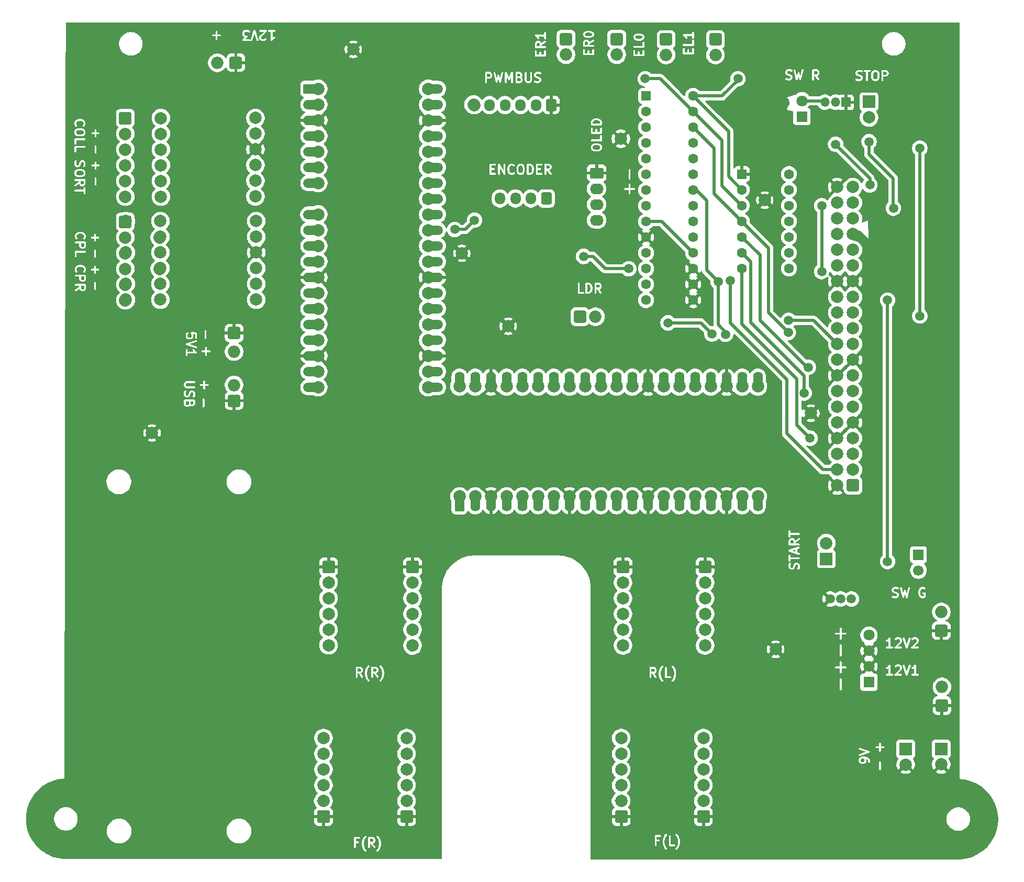
<source format=gbr>
%TF.GenerationSoftware,KiCad,Pcbnew,9.0.6*%
%TF.CreationDate,2026-01-28T12:20:57-06:00*%
%TF.ProjectId,mainboard,6d61696e-626f-4617-9264-2e6b69636164,rev?*%
%TF.SameCoordinates,Original*%
%TF.FileFunction,Copper,L1,Top*%
%TF.FilePolarity,Positive*%
%FSLAX46Y46*%
G04 Gerber Fmt 4.6, Leading zero omitted, Abs format (unit mm)*
G04 Created by KiCad (PCBNEW 9.0.6) date 2026-01-28 12:20:57*
%MOMM*%
%LPD*%
G01*
G04 APERTURE LIST*
G04 Aperture macros list*
%AMRoundRect*
0 Rectangle with rounded corners*
0 $1 Rounding radius*
0 $2 $3 $4 $5 $6 $7 $8 $9 X,Y pos of 4 corners*
0 Add a 4 corners polygon primitive as box body*
4,1,4,$2,$3,$4,$5,$6,$7,$8,$9,$2,$3,0*
0 Add four circle primitives for the rounded corners*
1,1,$1+$1,$2,$3*
1,1,$1+$1,$4,$5*
1,1,$1+$1,$6,$7*
1,1,$1+$1,$8,$9*
0 Add four rect primitives between the rounded corners*
20,1,$1+$1,$2,$3,$4,$5,0*
20,1,$1+$1,$4,$5,$6,$7,0*
20,1,$1+$1,$6,$7,$8,$9,0*
20,1,$1+$1,$8,$9,$2,$3,0*%
%AMFreePoly0*
4,1,37,0.800000,0.796148,0.878414,0.796148,1.032228,0.765552,1.177117,0.705537,1.307515,0.618408,1.418408,0.507515,1.505537,0.377117,1.565552,0.232228,1.596148,0.078414,1.596148,-0.078414,1.565552,-0.232228,1.505537,-0.377117,1.418408,-0.507515,1.307515,-0.618408,1.177117,-0.705537,1.032228,-0.765552,0.878414,-0.796148,0.800000,-0.796148,0.800000,-0.800000,-1.400000,-0.800000,
-1.403843,-0.796157,-1.439018,-0.796157,-1.511114,-0.766294,-1.566294,-0.711114,-1.596157,-0.639018,-1.596157,-0.603843,-1.600000,-0.600000,-1.600000,0.600000,-1.596157,0.603843,-1.596157,0.639018,-1.566294,0.711114,-1.511114,0.766294,-1.439018,0.796157,-1.403843,0.796157,-1.400000,0.800000,0.800000,0.800000,0.800000,0.796148,0.800000,0.796148,$1*%
%AMFreePoly1*
4,1,37,1.403843,0.796157,1.439018,0.796157,1.511114,0.766294,1.566294,0.711114,1.596157,0.639018,1.596157,0.603843,1.600000,0.600000,1.600000,-0.600000,1.596157,-0.603843,1.596157,-0.639018,1.566294,-0.711114,1.511114,-0.766294,1.439018,-0.796157,1.403843,-0.796157,1.400000,-0.800000,-0.800000,-0.800000,-0.800000,-0.796148,-0.878414,-0.796148,-1.032228,-0.765552,-1.177117,-0.705537,
-1.307515,-0.618408,-1.418408,-0.507515,-1.505537,-0.377117,-1.565552,-0.232228,-1.596148,-0.078414,-1.596148,0.078414,-1.565552,0.232228,-1.505537,0.377117,-1.418408,0.507515,-1.307515,0.618408,-1.177117,0.705537,-1.032228,0.765552,-0.878414,0.796148,-0.800000,0.796148,-0.800000,0.800000,1.400000,0.800000,1.403843,0.796157,1.403843,0.796157,$1*%
%AMFreePoly2*
4,1,49,0.290285,0.956940,0.471397,0.881921,0.594000,0.800000,0.600000,0.800000,0.603843,0.796157,0.639018,0.796157,0.711114,0.766294,0.766294,0.711114,0.796157,0.639018,0.796157,0.603843,0.800000,0.600000,0.800000,0.593999,0.881921,0.471397,0.956940,0.290285,0.995185,0.098017,0.995185,-0.098017,0.956940,-0.290285,0.881921,-0.471397,0.800000,-0.593999,0.800000,-0.600000,
0.796157,-0.603843,0.796157,-0.639018,0.766294,-0.711114,0.711114,-0.766294,0.639018,-0.796157,0.603843,-0.796157,0.600000,-0.800000,0.594000,-0.800000,0.471397,-0.881921,0.290285,-0.956940,0.098017,-0.995185,-0.098017,-0.995185,-0.290285,-0.956940,-0.471397,-0.881921,-0.634393,-0.773010,-0.773010,-0.634393,-0.881921,-0.471397,-0.956940,-0.290285,-0.995185,-0.098017,-0.995185,0.098017,
-0.956940,0.290285,-0.881921,0.471397,-0.773010,0.634393,-0.634393,0.773010,-0.471397,0.881921,-0.290285,0.956940,-0.098017,0.995185,0.098017,0.995185,0.290285,0.956940,0.290285,0.956940,$1*%
%AMFreePoly3*
4,1,49,0.290285,0.956940,0.471397,0.881921,0.634393,0.773010,0.773010,0.634393,0.881921,0.471397,0.956940,0.290285,0.995185,0.098017,0.995185,-0.098017,0.956940,-0.290285,0.881921,-0.471397,0.773010,-0.634393,0.634393,-0.773010,0.471397,-0.881921,0.290285,-0.956940,0.098017,-0.995185,-0.098017,-0.995185,-0.290285,-0.956940,-0.471397,-0.881921,-0.594000,-0.800000,-0.600000,-0.800000,
-0.603843,-0.796157,-0.639018,-0.796157,-0.711114,-0.766294,-0.766294,-0.711114,-0.796157,-0.639018,-0.796157,-0.603843,-0.800000,-0.600000,-0.800000,-0.593999,-0.881921,-0.471397,-0.956940,-0.290285,-0.995185,-0.098017,-0.995185,0.098017,-0.956940,0.290285,-0.881921,0.471397,-0.800000,0.593999,-0.800000,0.600000,-0.796157,0.603843,-0.796157,0.639018,-0.766294,0.711114,-0.711114,0.766294,
-0.639018,0.796157,-0.603843,0.796157,-0.600000,0.800000,-0.594000,0.800000,-0.471397,0.881921,-0.290285,0.956940,-0.098017,0.995185,0.098017,0.995185,0.290285,0.956940,0.290285,0.956940,$1*%
G04 Aperture macros list end*
%ADD10C,0.300000*%
%TA.AperFunction,ComponentPad*%
%ADD11RoundRect,0.250000X-0.750000X0.750000X-0.750000X-0.750000X0.750000X-0.750000X0.750000X0.750000X0*%
%TD*%
%TA.AperFunction,ComponentPad*%
%ADD12C,2.000000*%
%TD*%
%TA.AperFunction,ComponentPad*%
%ADD13RoundRect,0.250000X0.600000X0.725000X-0.600000X0.725000X-0.600000X-0.725000X0.600000X-0.725000X0*%
%TD*%
%TA.AperFunction,ComponentPad*%
%ADD14O,1.700000X1.950000*%
%TD*%
%TA.AperFunction,ComponentPad*%
%ADD15RoundRect,0.250000X0.750000X-0.750000X0.750000X0.750000X-0.750000X0.750000X-0.750000X-0.750000X0*%
%TD*%
%TA.AperFunction,SMDPad,CuDef*%
%ADD16FreePoly0,0.000000*%
%TD*%
%TA.AperFunction,SMDPad,CuDef*%
%ADD17RoundRect,0.800000X-0.800000X-0.000010X0.800000X-0.000010X0.800000X0.000010X-0.800000X0.000010X0*%
%TD*%
%TA.AperFunction,SMDPad,CuDef*%
%ADD18FreePoly1,0.000000*%
%TD*%
%TA.AperFunction,ComponentPad*%
%ADD19FreePoly2,0.000000*%
%TD*%
%TA.AperFunction,ComponentPad*%
%ADD20R,1.800000X1.800000*%
%TD*%
%TA.AperFunction,ComponentPad*%
%ADD21C,1.800000*%
%TD*%
%TA.AperFunction,ComponentPad*%
%ADD22C,1.500000*%
%TD*%
%TA.AperFunction,ComponentPad*%
%ADD23RoundRect,0.294118X0.705882X-0.705882X0.705882X0.705882X-0.705882X0.705882X-0.705882X-0.705882X0*%
%TD*%
%TA.AperFunction,ComponentPad*%
%ADD24O,2.000000X2.000000*%
%TD*%
%TA.AperFunction,ComponentPad*%
%ADD25RoundRect,0.294118X0.705882X0.705882X-0.705882X0.705882X-0.705882X-0.705882X0.705882X-0.705882X0*%
%TD*%
%TA.AperFunction,ComponentPad*%
%ADD26RoundRect,0.294118X-0.705882X0.705882X-0.705882X-0.705882X0.705882X-0.705882X0.705882X0.705882X0*%
%TD*%
%TA.AperFunction,ComponentPad*%
%ADD27R,2.000000X2.000000*%
%TD*%
%TA.AperFunction,ComponentPad*%
%ADD28RoundRect,0.250000X-0.845000X0.620000X-0.845000X-0.620000X0.845000X-0.620000X0.845000X0.620000X0*%
%TD*%
%TA.AperFunction,ComponentPad*%
%ADD29O,2.190000X1.740000*%
%TD*%
%TA.AperFunction,ComponentPad*%
%ADD30R,1.700000X1.700000*%
%TD*%
%TA.AperFunction,ComponentPad*%
%ADD31C,1.700000*%
%TD*%
%TA.AperFunction,ComponentPad*%
%ADD32RoundRect,0.294118X-0.705882X-0.705882X0.705882X-0.705882X0.705882X0.705882X-0.705882X0.705882X0*%
%TD*%
%TA.AperFunction,ComponentPad*%
%ADD33R,1.500000X1.500000*%
%TD*%
%TA.AperFunction,ComponentPad*%
%ADD34O,1.500000X1.500000*%
%TD*%
%TA.AperFunction,ComponentPad*%
%ADD35RoundRect,0.250000X-0.550000X-0.550000X0.550000X-0.550000X0.550000X0.550000X-0.550000X0.550000X0*%
%TD*%
%TA.AperFunction,ComponentPad*%
%ADD36C,1.600000*%
%TD*%
%TA.AperFunction,SMDPad,CuDef*%
%ADD37FreePoly0,90.000000*%
%TD*%
%TA.AperFunction,SMDPad,CuDef*%
%ADD38RoundRect,0.800000X0.000010X-0.800000X0.000010X0.800000X-0.000010X0.800000X-0.000010X-0.800000X0*%
%TD*%
%TA.AperFunction,SMDPad,CuDef*%
%ADD39FreePoly1,90.000000*%
%TD*%
%TA.AperFunction,ComponentPad*%
%ADD40FreePoly2,90.000000*%
%TD*%
%TA.AperFunction,ComponentPad*%
%ADD41FreePoly3,90.000000*%
%TD*%
%TA.AperFunction,ViaPad*%
%ADD42C,1.500000*%
%TD*%
%TA.AperFunction,Conductor*%
%ADD43C,0.500000*%
%TD*%
%TA.AperFunction,Conductor*%
%ADD44C,2.000000*%
%TD*%
G04 APERTURE END LIST*
D10*
G36*
X364445290Y-38465704D02*
G01*
X362311956Y-38465704D01*
X362311956Y-37434751D01*
X362478623Y-37434751D01*
X362478623Y-38149037D01*
X362481505Y-38178301D01*
X362503903Y-38232373D01*
X362545287Y-38273757D01*
X362599359Y-38296155D01*
X362628623Y-38299037D01*
X364128623Y-38299037D01*
X364157887Y-38296155D01*
X364211959Y-38273757D01*
X364253343Y-38232373D01*
X364275741Y-38178301D01*
X364278623Y-38149037D01*
X364278623Y-37434751D01*
X364275741Y-37405487D01*
X364253343Y-37351415D01*
X364211959Y-37310031D01*
X364157887Y-37287633D01*
X364099359Y-37287633D01*
X364045287Y-37310031D01*
X364003903Y-37351415D01*
X363981505Y-37405487D01*
X363978623Y-37434751D01*
X363978623Y-37999037D01*
X363492909Y-37999037D01*
X363492909Y-37649037D01*
X363490027Y-37619773D01*
X363467629Y-37565701D01*
X363426245Y-37524317D01*
X363372173Y-37501919D01*
X363313645Y-37501919D01*
X363259573Y-37524317D01*
X363218189Y-37565701D01*
X363195791Y-37619773D01*
X363192909Y-37649037D01*
X363192909Y-37999037D01*
X362778623Y-37999037D01*
X362778623Y-37434751D01*
X362775741Y-37405487D01*
X362753343Y-37351415D01*
X362711959Y-37310031D01*
X362657887Y-37287633D01*
X362599359Y-37287633D01*
X362545287Y-37310031D01*
X362503903Y-37351415D01*
X362481505Y-37405487D01*
X362478623Y-37434751D01*
X362311956Y-37434751D01*
X362311956Y-36762630D01*
X362481505Y-36762630D01*
X362481505Y-36821158D01*
X362503903Y-36875230D01*
X362545287Y-36916614D01*
X362599359Y-36939012D01*
X362628623Y-36941894D01*
X364128623Y-36941894D01*
X364157887Y-36939012D01*
X364211959Y-36916614D01*
X364253343Y-36875230D01*
X364275741Y-36821158D01*
X364278623Y-36791894D01*
X364278623Y-36077608D01*
X364275741Y-36048344D01*
X364253343Y-35994272D01*
X364211959Y-35952888D01*
X364157887Y-35930490D01*
X364099359Y-35930490D01*
X364045287Y-35952888D01*
X364003903Y-35994272D01*
X363981505Y-36048344D01*
X363978623Y-36077608D01*
X363978623Y-36641894D01*
X362628623Y-36641894D01*
X362599359Y-36644776D01*
X362545287Y-36667174D01*
X362503903Y-36708558D01*
X362481505Y-36762630D01*
X362311956Y-36762630D01*
X362311956Y-35220623D01*
X362478623Y-35220623D01*
X362481505Y-35235032D01*
X362481505Y-35249729D01*
X362487188Y-35263449D01*
X362490101Y-35278012D01*
X362498278Y-35290223D01*
X362503903Y-35303801D01*
X362514404Y-35314302D01*
X362522668Y-35326642D01*
X362545180Y-35345078D01*
X362545287Y-35345185D01*
X362545334Y-35345204D01*
X362545418Y-35345273D01*
X362747347Y-35479892D01*
X362862488Y-35595033D01*
X362923031Y-35716118D01*
X362938696Y-35741004D01*
X362982911Y-35779350D01*
X363038434Y-35797858D01*
X363096814Y-35793709D01*
X363149163Y-35767535D01*
X363187510Y-35723319D01*
X363206017Y-35667797D01*
X363201868Y-35609417D01*
X363191359Y-35581953D01*
X363119930Y-35439097D01*
X363112003Y-35426505D01*
X363110487Y-35422843D01*
X363107103Y-35418720D01*
X363104265Y-35414211D01*
X363101272Y-35411615D01*
X363091832Y-35400113D01*
X363062184Y-35370465D01*
X363978623Y-35370465D01*
X363978623Y-35649036D01*
X363981505Y-35678300D01*
X364003903Y-35732372D01*
X364045287Y-35773756D01*
X364099359Y-35796154D01*
X364157887Y-35796154D01*
X364211959Y-35773756D01*
X364253343Y-35732372D01*
X364275741Y-35678300D01*
X364278623Y-35649036D01*
X364278623Y-34791893D01*
X364275741Y-34762629D01*
X364253343Y-34708557D01*
X364211959Y-34667173D01*
X364157887Y-34644775D01*
X364099359Y-34644775D01*
X364045287Y-34667173D01*
X364003903Y-34708557D01*
X363981505Y-34762629D01*
X363978623Y-34791893D01*
X363978623Y-35070465D01*
X362628623Y-35070465D01*
X362628517Y-35070475D01*
X362628465Y-35070465D01*
X362628311Y-35070495D01*
X362599359Y-35073347D01*
X362585638Y-35079030D01*
X362571076Y-35081943D01*
X362558864Y-35090120D01*
X362545287Y-35095745D01*
X362534785Y-35106246D01*
X362522446Y-35114510D01*
X362514294Y-35126737D01*
X362503903Y-35137129D01*
X362498219Y-35150850D01*
X362489981Y-35163208D01*
X362487129Y-35177622D01*
X362481505Y-35191201D01*
X362481505Y-35206054D01*
X362478623Y-35220623D01*
X362311956Y-35220623D01*
X362311956Y-34478108D01*
X364445290Y-34478108D01*
X364445290Y-38465704D01*
G37*
G36*
X285589300Y-84522358D02*
G01*
X284955966Y-84522358D01*
X284955966Y-83065715D01*
X285122633Y-83065715D01*
X285122633Y-84208573D01*
X285125515Y-84237837D01*
X285147913Y-84291909D01*
X285189297Y-84333293D01*
X285243369Y-84355691D01*
X285301897Y-84355691D01*
X285355969Y-84333293D01*
X285397353Y-84291909D01*
X285419751Y-84237837D01*
X285422633Y-84208573D01*
X285422633Y-83065715D01*
X285419751Y-83036451D01*
X285397353Y-82982379D01*
X285355969Y-82940995D01*
X285301897Y-82918597D01*
X285243369Y-82918597D01*
X285189297Y-82940995D01*
X285147913Y-82982379D01*
X285125515Y-83036451D01*
X285122633Y-83065715D01*
X284955966Y-83065715D01*
X284955966Y-82751930D01*
X285589300Y-82751930D01*
X285589300Y-84522358D01*
G37*
G36*
X310360738Y-137696540D02*
G01*
X310397742Y-137733544D01*
X310442448Y-137822956D01*
X310442448Y-137966423D01*
X310397741Y-138055836D01*
X310360736Y-138092841D01*
X310271324Y-138137547D01*
X309885305Y-138137547D01*
X309885305Y-137651833D01*
X310271324Y-137651833D01*
X310360738Y-137696540D01*
G37*
G36*
X312860738Y-137696540D02*
G01*
X312897742Y-137733544D01*
X312942448Y-137822956D01*
X312942448Y-137966423D01*
X312897741Y-138055836D01*
X312860736Y-138092841D01*
X312771324Y-138137547D01*
X312385305Y-138137547D01*
X312385305Y-137651833D01*
X312771324Y-137651833D01*
X312860738Y-137696540D01*
G37*
G36*
X314337687Y-139887047D02*
G01*
X309418638Y-139887047D01*
X309418638Y-137501833D01*
X309585305Y-137501833D01*
X309585305Y-139001833D01*
X309588187Y-139031097D01*
X309610585Y-139085169D01*
X309651969Y-139126553D01*
X309706041Y-139148951D01*
X309764569Y-139148951D01*
X309818641Y-139126553D01*
X309860025Y-139085169D01*
X309882423Y-139031097D01*
X309885305Y-139001833D01*
X309885305Y-138437547D01*
X310014350Y-138437547D01*
X310469563Y-139087852D01*
X310488706Y-139110174D01*
X310538063Y-139141627D01*
X310595699Y-139151798D01*
X310652841Y-139139139D01*
X310700789Y-139105575D01*
X310732242Y-139056218D01*
X310742413Y-138998582D01*
X310729754Y-138941440D01*
X310715333Y-138915814D01*
X310370381Y-138423025D01*
X310373816Y-138421711D01*
X310516673Y-138350283D01*
X310529266Y-138342355D01*
X310532926Y-138340840D01*
X310537045Y-138337458D01*
X310541559Y-138334618D01*
X310544155Y-138331624D01*
X310555657Y-138322185D01*
X310590452Y-138287390D01*
X311085305Y-138287390D01*
X311085315Y-138287442D01*
X311085305Y-138287547D01*
X311085305Y-138573262D01*
X311085315Y-138573366D01*
X311085305Y-138573419D01*
X311086744Y-138587875D01*
X311088187Y-138602526D01*
X311088207Y-138602575D01*
X311088218Y-138602680D01*
X311159647Y-138959823D01*
X311162365Y-138968749D01*
X311164432Y-138977840D01*
X311235861Y-139192124D01*
X311240194Y-139201829D01*
X311243999Y-139211772D01*
X311315427Y-139354629D01*
X311320394Y-139362520D01*
X311324783Y-139370752D01*
X311467641Y-139585038D01*
X311467706Y-139585117D01*
X311467727Y-139585168D01*
X311476948Y-139596403D01*
X311486271Y-139607789D01*
X311486317Y-139607819D01*
X311486382Y-139607899D01*
X311557811Y-139679328D01*
X311580542Y-139697983D01*
X311634614Y-139720380D01*
X311693140Y-139720380D01*
X311747212Y-139697983D01*
X311788598Y-139656597D01*
X311810995Y-139602525D01*
X311810995Y-139543999D01*
X311788598Y-139489927D01*
X311769943Y-139467196D01*
X311709018Y-139406271D01*
X311579575Y-139212106D01*
X311517094Y-139087142D01*
X311451989Y-138891830D01*
X311385305Y-138558408D01*
X311385305Y-138302400D01*
X311451990Y-137968975D01*
X311517094Y-137773666D01*
X311579575Y-137648702D01*
X311677487Y-137501833D01*
X312085305Y-137501833D01*
X312085305Y-139001833D01*
X312088187Y-139031097D01*
X312110585Y-139085169D01*
X312151969Y-139126553D01*
X312206041Y-139148951D01*
X312264569Y-139148951D01*
X312318641Y-139126553D01*
X312360025Y-139085169D01*
X312382423Y-139031097D01*
X312385305Y-139001833D01*
X312385305Y-138437547D01*
X312514350Y-138437547D01*
X312969563Y-139087852D01*
X312988706Y-139110174D01*
X313038063Y-139141627D01*
X313095699Y-139151798D01*
X313152841Y-139139139D01*
X313200789Y-139105575D01*
X313232242Y-139056218D01*
X313242413Y-138998582D01*
X313229754Y-138941440D01*
X313215333Y-138915814D01*
X312870381Y-138423025D01*
X312873816Y-138421711D01*
X313016673Y-138350283D01*
X313029266Y-138342355D01*
X313032926Y-138340840D01*
X313037045Y-138337458D01*
X313041559Y-138334618D01*
X313044155Y-138331624D01*
X313055657Y-138322185D01*
X313127086Y-138250756D01*
X313136527Y-138239251D01*
X313139519Y-138236657D01*
X313142357Y-138232147D01*
X313145741Y-138228025D01*
X313147257Y-138224363D01*
X313155184Y-138211772D01*
X313226612Y-138068914D01*
X313237122Y-138041451D01*
X313237503Y-138036075D01*
X313239566Y-138031097D01*
X313242448Y-138001833D01*
X313242448Y-137787547D01*
X313239566Y-137758283D01*
X313237503Y-137753304D01*
X313237122Y-137747929D01*
X313226612Y-137720466D01*
X313155184Y-137577608D01*
X313147255Y-137565013D01*
X313145740Y-137561354D01*
X313142358Y-137557233D01*
X313139519Y-137552723D01*
X313136527Y-137550128D01*
X313127085Y-137538623D01*
X313055656Y-137467195D01*
X313044156Y-137457757D01*
X313041559Y-137454763D01*
X313037042Y-137451920D01*
X313032925Y-137448541D01*
X313029268Y-137447026D01*
X313016673Y-137439098D01*
X312873816Y-137367669D01*
X312846353Y-137357160D01*
X312840978Y-137356778D01*
X312835998Y-137354715D01*
X312806734Y-137351833D01*
X312235305Y-137351833D01*
X312206041Y-137354715D01*
X312151969Y-137377113D01*
X312110585Y-137418497D01*
X312088187Y-137472569D01*
X312085305Y-137501833D01*
X311677487Y-137501833D01*
X311709018Y-137454537D01*
X311769943Y-137393613D01*
X311788598Y-137370882D01*
X311810995Y-137316810D01*
X311810995Y-137258284D01*
X313445330Y-137258284D01*
X313445330Y-137316810D01*
X313467727Y-137370882D01*
X313486382Y-137393613D01*
X313547307Y-137454538D01*
X313676745Y-137648694D01*
X313739229Y-137773663D01*
X313804335Y-137968982D01*
X313871020Y-138302400D01*
X313871020Y-138558408D01*
X313804336Y-138891827D01*
X313739230Y-139087145D01*
X313676745Y-139212114D01*
X313547307Y-139406270D01*
X313486382Y-139467196D01*
X313467727Y-139489927D01*
X313445330Y-139543999D01*
X313445330Y-139602525D01*
X313467727Y-139656597D01*
X313509113Y-139697983D01*
X313563185Y-139720380D01*
X313621711Y-139720380D01*
X313675783Y-139697983D01*
X313698514Y-139679328D01*
X313769943Y-139607899D01*
X313770009Y-139607817D01*
X313770054Y-139607788D01*
X313779420Y-139596351D01*
X313788598Y-139585168D01*
X313788617Y-139585119D01*
X313788685Y-139585038D01*
X313931542Y-139370752D01*
X313935932Y-139362516D01*
X313940898Y-139354629D01*
X314012327Y-139211773D01*
X314016128Y-139201839D01*
X314020466Y-139192124D01*
X314091894Y-138977839D01*
X314093961Y-138968744D01*
X314096678Y-138959823D01*
X314168107Y-138602679D01*
X314168117Y-138602576D01*
X314168138Y-138602526D01*
X314169585Y-138587829D01*
X314171020Y-138573419D01*
X314171009Y-138573366D01*
X314171020Y-138573262D01*
X314171020Y-138287547D01*
X314171009Y-138287442D01*
X314171020Y-138287390D01*
X314169580Y-138272933D01*
X314168138Y-138258283D01*
X314168117Y-138258233D01*
X314168107Y-138258129D01*
X314096678Y-137900987D01*
X314093962Y-137892070D01*
X314091894Y-137882971D01*
X314020466Y-137668685D01*
X314016125Y-137658963D01*
X314012327Y-137649036D01*
X313940898Y-137506180D01*
X313935932Y-137498292D01*
X313931542Y-137490057D01*
X313788685Y-137275771D01*
X313788617Y-137275689D01*
X313788598Y-137275641D01*
X313779420Y-137264457D01*
X313770054Y-137253021D01*
X313770009Y-137252991D01*
X313769943Y-137252910D01*
X313698514Y-137181481D01*
X313675783Y-137162826D01*
X313621711Y-137140429D01*
X313563185Y-137140429D01*
X313509113Y-137162826D01*
X313467727Y-137204212D01*
X313445330Y-137258284D01*
X311810995Y-137258284D01*
X311788598Y-137204212D01*
X311747212Y-137162826D01*
X311693140Y-137140429D01*
X311634614Y-137140429D01*
X311580542Y-137162826D01*
X311557811Y-137181481D01*
X311486382Y-137252910D01*
X311486317Y-137252989D01*
X311486271Y-137253020D01*
X311476948Y-137264405D01*
X311467727Y-137275641D01*
X311467706Y-137275691D01*
X311467641Y-137275771D01*
X311324783Y-137490057D01*
X311320394Y-137498288D01*
X311315427Y-137506180D01*
X311243999Y-137649037D01*
X311240198Y-137658969D01*
X311235860Y-137668685D01*
X311164432Y-137882971D01*
X311162365Y-137892058D01*
X311159647Y-137900987D01*
X311088218Y-138258129D01*
X311088207Y-138258233D01*
X311088187Y-138258283D01*
X311086744Y-138272933D01*
X311085305Y-138287390D01*
X310590452Y-138287390D01*
X310627086Y-138250756D01*
X310636527Y-138239251D01*
X310639519Y-138236657D01*
X310642357Y-138232147D01*
X310645741Y-138228025D01*
X310647257Y-138224363D01*
X310655184Y-138211772D01*
X310726612Y-138068914D01*
X310737122Y-138041451D01*
X310737503Y-138036075D01*
X310739566Y-138031097D01*
X310742448Y-138001833D01*
X310742448Y-137787547D01*
X310739566Y-137758283D01*
X310737503Y-137753304D01*
X310737122Y-137747929D01*
X310726612Y-137720466D01*
X310655184Y-137577608D01*
X310647255Y-137565013D01*
X310645740Y-137561354D01*
X310642358Y-137557233D01*
X310639519Y-137552723D01*
X310636527Y-137550128D01*
X310627085Y-137538623D01*
X310555656Y-137467195D01*
X310544156Y-137457757D01*
X310541559Y-137454763D01*
X310537042Y-137451920D01*
X310532925Y-137448541D01*
X310529268Y-137447026D01*
X310516673Y-137439098D01*
X310373816Y-137367669D01*
X310346353Y-137357160D01*
X310340978Y-137356778D01*
X310335998Y-137354715D01*
X310306734Y-137351833D01*
X309735305Y-137351833D01*
X309706041Y-137354715D01*
X309651969Y-137377113D01*
X309610585Y-137418497D01*
X309588187Y-137472569D01*
X309585305Y-137501833D01*
X309418638Y-137501833D01*
X309418638Y-136973762D01*
X314337687Y-136973762D01*
X314337687Y-139887047D01*
G37*
G36*
X268269679Y-59677496D02*
G01*
X266684967Y-59677496D01*
X266684967Y-58389901D01*
X267327323Y-58389901D01*
X267327323Y-59380378D01*
X267330205Y-59409642D01*
X267352603Y-59463714D01*
X267393987Y-59505098D01*
X267448059Y-59527496D01*
X267506587Y-59527496D01*
X267560659Y-59505098D01*
X267602043Y-59463714D01*
X267624441Y-59409642D01*
X267627323Y-59380378D01*
X267627323Y-58389901D01*
X267624441Y-58360637D01*
X267602043Y-58306565D01*
X267560659Y-58265181D01*
X267506587Y-58242783D01*
X267448059Y-58242783D01*
X267393987Y-58265181D01*
X267352603Y-58306565D01*
X267330205Y-58360637D01*
X267327323Y-58389901D01*
X266684967Y-58389901D01*
X266684967Y-56255875D01*
X266834967Y-56255875D01*
X266834967Y-56314403D01*
X266857365Y-56368475D01*
X266898749Y-56409859D01*
X266952821Y-56432257D01*
X266982085Y-56435139D01*
X267327323Y-56435139D01*
X267327323Y-56780378D01*
X267330205Y-56809642D01*
X267352603Y-56863714D01*
X267393987Y-56905098D01*
X267448059Y-56927496D01*
X267506587Y-56927496D01*
X267560659Y-56905098D01*
X267602043Y-56863714D01*
X267624441Y-56809642D01*
X267627323Y-56780378D01*
X267627323Y-56435139D01*
X267972561Y-56435139D01*
X268001825Y-56432257D01*
X268055897Y-56409859D01*
X268097281Y-56368475D01*
X268119679Y-56314403D01*
X268119679Y-56255875D01*
X268097281Y-56201803D01*
X268055897Y-56160419D01*
X268001825Y-56138021D01*
X267972561Y-56135139D01*
X267627323Y-56135139D01*
X267627323Y-55789901D01*
X267624441Y-55760637D01*
X267602043Y-55706565D01*
X267560659Y-55665181D01*
X267506587Y-55642783D01*
X267448059Y-55642783D01*
X267393987Y-55665181D01*
X267352603Y-55706565D01*
X267330205Y-55760637D01*
X267327323Y-55789901D01*
X267327323Y-56135139D01*
X266982085Y-56135139D01*
X266952821Y-56138021D01*
X266898749Y-56160419D01*
X266857365Y-56201803D01*
X266834967Y-56255875D01*
X266684967Y-56255875D01*
X266684967Y-53189901D01*
X267327323Y-53189901D01*
X267327323Y-54180378D01*
X267330205Y-54209642D01*
X267352603Y-54263714D01*
X267393987Y-54305098D01*
X267448059Y-54327496D01*
X267506587Y-54327496D01*
X267560659Y-54305098D01*
X267602043Y-54263714D01*
X267624441Y-54209642D01*
X267627323Y-54180378D01*
X267627323Y-53189901D01*
X267624441Y-53160637D01*
X267602043Y-53106565D01*
X267560659Y-53065181D01*
X267506587Y-53042783D01*
X267448059Y-53042783D01*
X267393987Y-53065181D01*
X267352603Y-53106565D01*
X267330205Y-53160637D01*
X267327323Y-53189901D01*
X266684967Y-53189901D01*
X266684967Y-51055875D01*
X266834967Y-51055875D01*
X266834967Y-51114403D01*
X266857365Y-51168475D01*
X266898749Y-51209859D01*
X266952821Y-51232257D01*
X266982085Y-51235139D01*
X267327323Y-51235139D01*
X267327323Y-51580378D01*
X267330205Y-51609642D01*
X267352603Y-51663714D01*
X267393987Y-51705098D01*
X267448059Y-51727496D01*
X267506587Y-51727496D01*
X267560659Y-51705098D01*
X267602043Y-51663714D01*
X267624441Y-51609642D01*
X267627323Y-51580378D01*
X267627323Y-51235139D01*
X267972561Y-51235139D01*
X268001825Y-51232257D01*
X268055897Y-51209859D01*
X268097281Y-51168475D01*
X268119679Y-51114403D01*
X268119679Y-51055875D01*
X268097281Y-51001803D01*
X268055897Y-50960419D01*
X268001825Y-50938021D01*
X267972561Y-50935139D01*
X267627323Y-50935139D01*
X267627323Y-50589901D01*
X267624441Y-50560637D01*
X267602043Y-50506565D01*
X267560659Y-50465181D01*
X267506587Y-50442783D01*
X267448059Y-50442783D01*
X267393987Y-50465181D01*
X267352603Y-50506565D01*
X267330205Y-50560637D01*
X267327323Y-50589901D01*
X267327323Y-50935139D01*
X266982085Y-50935139D01*
X266952821Y-50938021D01*
X266898749Y-50960419D01*
X266857365Y-51001803D01*
X266834967Y-51055875D01*
X266684967Y-51055875D01*
X266684967Y-50292783D01*
X268269679Y-50292783D01*
X268269679Y-59677496D01*
G37*
G36*
X347035625Y-36276913D02*
G01*
X347072630Y-36313918D01*
X347117337Y-36403331D01*
X347117337Y-36789351D01*
X346631623Y-36789351D01*
X346631623Y-36403332D01*
X346676330Y-36313917D01*
X346713334Y-36276913D01*
X346802747Y-36232208D01*
X346946213Y-36232208D01*
X347035625Y-36276913D01*
G37*
G36*
X347643553Y-34866592D02*
G01*
X347749913Y-34919772D01*
X347786917Y-34956776D01*
X347831623Y-35046188D01*
X347831623Y-35118226D01*
X347786917Y-35207638D01*
X347749913Y-35244643D01*
X347643552Y-35297824D01*
X347391731Y-35360779D01*
X347071516Y-35360779D01*
X346819693Y-35297823D01*
X346713334Y-35244644D01*
X346676330Y-35207640D01*
X346631623Y-35118226D01*
X346631623Y-35046189D01*
X346676330Y-34956775D01*
X346713334Y-34919771D01*
X346819693Y-34866591D01*
X347071516Y-34803636D01*
X347391730Y-34803636D01*
X347643553Y-34866592D01*
G37*
G36*
X348298290Y-38613161D02*
G01*
X346164956Y-38613161D01*
X346164956Y-37582208D01*
X346331623Y-37582208D01*
X346331623Y-38296494D01*
X346334505Y-38325758D01*
X346356903Y-38379830D01*
X346398287Y-38421214D01*
X346452359Y-38443612D01*
X346481623Y-38446494D01*
X347981623Y-38446494D01*
X348010887Y-38443612D01*
X348064959Y-38421214D01*
X348106343Y-38379830D01*
X348128741Y-38325758D01*
X348131623Y-38296494D01*
X348131623Y-37582208D01*
X348128741Y-37552944D01*
X348106343Y-37498872D01*
X348064959Y-37457488D01*
X348010887Y-37435090D01*
X347952359Y-37435090D01*
X347898287Y-37457488D01*
X347856903Y-37498872D01*
X347834505Y-37552944D01*
X347831623Y-37582208D01*
X347831623Y-38146494D01*
X347345909Y-38146494D01*
X347345909Y-37796494D01*
X347343027Y-37767230D01*
X347320629Y-37713158D01*
X347279245Y-37671774D01*
X347225173Y-37649376D01*
X347166645Y-37649376D01*
X347112573Y-37671774D01*
X347071189Y-37713158D01*
X347048791Y-37767230D01*
X347045909Y-37796494D01*
X347045909Y-38146494D01*
X346631623Y-38146494D01*
X346631623Y-37582208D01*
X346628741Y-37552944D01*
X346606343Y-37498872D01*
X346564959Y-37457488D01*
X346510887Y-37435090D01*
X346452359Y-37435090D01*
X346398287Y-37457488D01*
X346356903Y-37498872D01*
X346334505Y-37552944D01*
X346331623Y-37582208D01*
X346164956Y-37582208D01*
X346164956Y-36367922D01*
X346331623Y-36367922D01*
X346331623Y-36939351D01*
X346334505Y-36968615D01*
X346356903Y-37022687D01*
X346398287Y-37064071D01*
X346452359Y-37086469D01*
X346481623Y-37089351D01*
X347981623Y-37089351D01*
X348010887Y-37086469D01*
X348064959Y-37064071D01*
X348106343Y-37022687D01*
X348128741Y-36968615D01*
X348128741Y-36910087D01*
X348106343Y-36856015D01*
X348064959Y-36814631D01*
X348010887Y-36792233D01*
X347981623Y-36789351D01*
X347417337Y-36789351D01*
X347417337Y-36660306D01*
X348067642Y-36205093D01*
X348089964Y-36185950D01*
X348121417Y-36136593D01*
X348131588Y-36078957D01*
X348118929Y-36021815D01*
X348085365Y-35973867D01*
X348036008Y-35942414D01*
X347978372Y-35932243D01*
X347921230Y-35944902D01*
X347895604Y-35959323D01*
X347402815Y-36304275D01*
X347401501Y-36300841D01*
X347330073Y-36157983D01*
X347322146Y-36145391D01*
X347320630Y-36141730D01*
X347317246Y-36137607D01*
X347314408Y-36133098D01*
X347311416Y-36130503D01*
X347301975Y-36118999D01*
X347230546Y-36047570D01*
X347219044Y-36038130D01*
X347216448Y-36035137D01*
X347211934Y-36032296D01*
X347207815Y-36028915D01*
X347204155Y-36027399D01*
X347191562Y-36019472D01*
X347048705Y-35948044D01*
X347021241Y-35937534D01*
X347015865Y-35937152D01*
X347010887Y-35935090D01*
X346981623Y-35932208D01*
X346767337Y-35932208D01*
X346738073Y-35935090D01*
X346733094Y-35937152D01*
X346727719Y-35937534D01*
X346700256Y-35948044D01*
X346557398Y-36019472D01*
X346544803Y-36027400D01*
X346541144Y-36028916D01*
X346537023Y-36032297D01*
X346532513Y-36035137D01*
X346529918Y-36038128D01*
X346518413Y-36047571D01*
X346446985Y-36119000D01*
X346437547Y-36130499D01*
X346434553Y-36133097D01*
X346431710Y-36137613D01*
X346428331Y-36141731D01*
X346426816Y-36145387D01*
X346418888Y-36157983D01*
X346347459Y-36300840D01*
X346336950Y-36328303D01*
X346336568Y-36333677D01*
X346334505Y-36338658D01*
X346331623Y-36367922D01*
X346164956Y-36367922D01*
X346164956Y-35010779D01*
X346331623Y-35010779D01*
X346331623Y-35153636D01*
X346334505Y-35182900D01*
X346336566Y-35187877D01*
X346336949Y-35193255D01*
X346347459Y-35220718D01*
X346418888Y-35363576D01*
X346426815Y-35376169D01*
X346428331Y-35379829D01*
X346431712Y-35383948D01*
X346434553Y-35388462D01*
X346437546Y-35391058D01*
X346446986Y-35402560D01*
X346518414Y-35473988D01*
X346529916Y-35483428D01*
X346532512Y-35486421D01*
X346537021Y-35489259D01*
X346541144Y-35492643D01*
X346544806Y-35494159D01*
X346557398Y-35502086D01*
X346700254Y-35573515D01*
X346702396Y-35574334D01*
X346703266Y-35574979D01*
X346715537Y-35579363D01*
X346727718Y-35584024D01*
X346728798Y-35584100D01*
X346730957Y-35584872D01*
X347016672Y-35656300D01*
X347021743Y-35657049D01*
X347023788Y-35657897D01*
X347034810Y-35658982D01*
X347045761Y-35660602D01*
X347047948Y-35660276D01*
X347053052Y-35660779D01*
X347410195Y-35660779D01*
X347415298Y-35660276D01*
X347417486Y-35660602D01*
X347428436Y-35658982D01*
X347439459Y-35657897D01*
X347441503Y-35657049D01*
X347446575Y-35656300D01*
X347732289Y-35584872D01*
X347734447Y-35584100D01*
X347735528Y-35584024D01*
X347747702Y-35579365D01*
X347759980Y-35574979D01*
X347760850Y-35574334D01*
X347762991Y-35573515D01*
X347905848Y-35502086D01*
X347918443Y-35494157D01*
X347922100Y-35492643D01*
X347926217Y-35489263D01*
X347930734Y-35486421D01*
X347933331Y-35483426D01*
X347944831Y-35473989D01*
X348016260Y-35402561D01*
X348025699Y-35391058D01*
X348028695Y-35388461D01*
X348031536Y-35383946D01*
X348034915Y-35379830D01*
X348036430Y-35376171D01*
X348044359Y-35363575D01*
X348115788Y-35220717D01*
X348126297Y-35193254D01*
X348126678Y-35187878D01*
X348128741Y-35182900D01*
X348131623Y-35153636D01*
X348131623Y-35010779D01*
X348128741Y-34981515D01*
X348126678Y-34976536D01*
X348126297Y-34971161D01*
X348115787Y-34943698D01*
X348044359Y-34800840D01*
X348036430Y-34788245D01*
X348034915Y-34784586D01*
X348031533Y-34780465D01*
X348028694Y-34775955D01*
X348025702Y-34773360D01*
X348016260Y-34761855D01*
X347944831Y-34690427D01*
X347933331Y-34680989D01*
X347930734Y-34677995D01*
X347926217Y-34675152D01*
X347922100Y-34671773D01*
X347918443Y-34670258D01*
X347905848Y-34662330D01*
X347762991Y-34590901D01*
X347760850Y-34590081D01*
X347759980Y-34589437D01*
X347747702Y-34585050D01*
X347735528Y-34580392D01*
X347734447Y-34580315D01*
X347732289Y-34579544D01*
X347446576Y-34508115D01*
X347441503Y-34507364D01*
X347439459Y-34506518D01*
X347428437Y-34505432D01*
X347417486Y-34503813D01*
X347415298Y-34504138D01*
X347410195Y-34503636D01*
X347053052Y-34503636D01*
X347047948Y-34504138D01*
X347045760Y-34503813D01*
X347034807Y-34505432D01*
X347023788Y-34506518D01*
X347021743Y-34507364D01*
X347016671Y-34508115D01*
X346730957Y-34579544D01*
X346728798Y-34580315D01*
X346727718Y-34580392D01*
X346715544Y-34585049D01*
X346703265Y-34589437D01*
X346702394Y-34590081D01*
X346700254Y-34590901D01*
X346557398Y-34662330D01*
X346544806Y-34670256D01*
X346541144Y-34671773D01*
X346537021Y-34675156D01*
X346532512Y-34677995D01*
X346529916Y-34680987D01*
X346518414Y-34690428D01*
X346446986Y-34761856D01*
X346437546Y-34773357D01*
X346434553Y-34775954D01*
X346431712Y-34780467D01*
X346428331Y-34784587D01*
X346426815Y-34788246D01*
X346418888Y-34800840D01*
X346347459Y-34943697D01*
X346336950Y-34971160D01*
X346336568Y-34976534D01*
X346334505Y-34981515D01*
X346331623Y-35010779D01*
X346164956Y-35010779D01*
X346164956Y-34336969D01*
X348298290Y-34336969D01*
X348298290Y-38613161D01*
G37*
G36*
X285289300Y-95572358D02*
G01*
X284655966Y-95572358D01*
X284655966Y-94115715D01*
X284822633Y-94115715D01*
X284822633Y-95258573D01*
X284825515Y-95287837D01*
X284847913Y-95341909D01*
X284889297Y-95383293D01*
X284943369Y-95405691D01*
X285001897Y-95405691D01*
X285055969Y-95383293D01*
X285097353Y-95341909D01*
X285119751Y-95287837D01*
X285122633Y-95258573D01*
X285122633Y-94115715D01*
X285119751Y-94086451D01*
X285097353Y-94032379D01*
X285055969Y-93990995D01*
X285001897Y-93968597D01*
X284943369Y-93968597D01*
X284889297Y-93990995D01*
X284847913Y-94032379D01*
X284825515Y-94086451D01*
X284822633Y-94115715D01*
X284655966Y-94115715D01*
X284655966Y-93801930D01*
X285289300Y-93801930D01*
X285289300Y-95572358D01*
G37*
G36*
X393808965Y-41173940D02*
G01*
X393905231Y-41270206D01*
X393962105Y-41497697D01*
X393962105Y-41960768D01*
X393905231Y-42188259D01*
X393808964Y-42284527D01*
X393719552Y-42329233D01*
X393504658Y-42329233D01*
X393415244Y-42284526D01*
X393318977Y-42188259D01*
X393262105Y-41960769D01*
X393262105Y-41497696D01*
X393318977Y-41270207D01*
X393415244Y-41173939D01*
X393504658Y-41129233D01*
X393719552Y-41129233D01*
X393808965Y-41173940D01*
G37*
G36*
X395380395Y-41173940D02*
G01*
X395417399Y-41210944D01*
X395462105Y-41300356D01*
X395462105Y-41443823D01*
X395417398Y-41533236D01*
X395380393Y-41570241D01*
X395290981Y-41614947D01*
X394904962Y-41614947D01*
X394904962Y-41129233D01*
X395290981Y-41129233D01*
X395380395Y-41173940D01*
G37*
G36*
X395928772Y-42795900D02*
G01*
X390224010Y-42795900D01*
X390224010Y-41264947D01*
X390390677Y-41264947D01*
X390390677Y-41407805D01*
X390393559Y-41437069D01*
X390395621Y-41442047D01*
X390396003Y-41447423D01*
X390406513Y-41474887D01*
X390477941Y-41617744D01*
X390485869Y-41630339D01*
X390487385Y-41633998D01*
X390490764Y-41638115D01*
X390493606Y-41642630D01*
X390496600Y-41645226D01*
X390506040Y-41656729D01*
X390577469Y-41728157D01*
X390588969Y-41737595D01*
X390591566Y-41740589D01*
X390596078Y-41743429D01*
X390600199Y-41746811D01*
X390603858Y-41748326D01*
X390616452Y-41756254D01*
X390759308Y-41827683D01*
X390761450Y-41828502D01*
X390762320Y-41829147D01*
X390774591Y-41833531D01*
X390786772Y-41838192D01*
X390787852Y-41838268D01*
X390790011Y-41839040D01*
X391059749Y-41906474D01*
X391166108Y-41959653D01*
X391203112Y-41996658D01*
X391247820Y-42086072D01*
X391247820Y-42158108D01*
X391203112Y-42247522D01*
X391166109Y-42284526D01*
X391076696Y-42329233D01*
X390779306Y-42329233D01*
X390588111Y-42265502D01*
X390559437Y-42258982D01*
X390501057Y-42263132D01*
X390448710Y-42289306D01*
X390410362Y-42333520D01*
X390391854Y-42389045D01*
X390396004Y-42447425D01*
X390422178Y-42499772D01*
X390466392Y-42538120D01*
X390493243Y-42550108D01*
X390707529Y-42621536D01*
X390722041Y-42624835D01*
X390725699Y-42626351D01*
X390731001Y-42626873D01*
X390736203Y-42628056D01*
X390740157Y-42627774D01*
X390754963Y-42629233D01*
X391112105Y-42629233D01*
X391141369Y-42626351D01*
X391146347Y-42624288D01*
X391151723Y-42623907D01*
X391179186Y-42613397D01*
X391322045Y-42541969D01*
X391334639Y-42534040D01*
X391338299Y-42532525D01*
X391342419Y-42529143D01*
X391346930Y-42526304D01*
X391349524Y-42523312D01*
X391361030Y-42513870D01*
X391432458Y-42442441D01*
X391441896Y-42430940D01*
X391444890Y-42428344D01*
X391447730Y-42423831D01*
X391451112Y-42419711D01*
X391452627Y-42416051D01*
X391460555Y-42403458D01*
X391531984Y-42260602D01*
X391542493Y-42233138D01*
X391542874Y-42227763D01*
X391544938Y-42222783D01*
X391547820Y-42193519D01*
X391547820Y-42050662D01*
X391544938Y-42021398D01*
X391542874Y-42016417D01*
X391542493Y-42011043D01*
X391531984Y-41983579D01*
X391460555Y-41840723D01*
X391452627Y-41828129D01*
X391451112Y-41824470D01*
X391447730Y-41820349D01*
X391444890Y-41815837D01*
X391441896Y-41813240D01*
X391432458Y-41801740D01*
X391361030Y-41730311D01*
X391349527Y-41720871D01*
X391346931Y-41717877D01*
X391342416Y-41715035D01*
X391338299Y-41711656D01*
X391334640Y-41710140D01*
X391322045Y-41702212D01*
X391179187Y-41630783D01*
X391177046Y-41629963D01*
X391176176Y-41629319D01*
X391163920Y-41624940D01*
X391151724Y-41620273D01*
X391150640Y-41620196D01*
X391148485Y-41619426D01*
X390878747Y-41551991D01*
X390772387Y-41498811D01*
X390735382Y-41461806D01*
X390690677Y-41372395D01*
X390690677Y-41300356D01*
X390735382Y-41210945D01*
X390772387Y-41173940D01*
X390861801Y-41129233D01*
X391159194Y-41129233D01*
X391350385Y-41192964D01*
X391379059Y-41199484D01*
X391437439Y-41195335D01*
X391489786Y-41169161D01*
X391528134Y-41124947D01*
X391546642Y-41069423D01*
X391542493Y-41011043D01*
X391516319Y-40958695D01*
X391506258Y-40949969D01*
X391679273Y-40949969D01*
X391679273Y-41008497D01*
X391701671Y-41062569D01*
X391743055Y-41103953D01*
X391797127Y-41126351D01*
X391826391Y-41129233D01*
X392104962Y-41129233D01*
X392104962Y-42479233D01*
X392107844Y-42508497D01*
X392130242Y-42562569D01*
X392171626Y-42603953D01*
X392225698Y-42626351D01*
X392284226Y-42626351D01*
X392338298Y-42603953D01*
X392379682Y-42562569D01*
X392402080Y-42508497D01*
X392404962Y-42479233D01*
X392404962Y-41479233D01*
X392962105Y-41479233D01*
X392962105Y-41979233D01*
X392962607Y-41984336D01*
X392962282Y-41986524D01*
X392963901Y-41997474D01*
X392964987Y-42008497D01*
X392965834Y-42010541D01*
X392966584Y-42015613D01*
X393038012Y-42301327D01*
X393047905Y-42329018D01*
X393054544Y-42337978D01*
X393058812Y-42348282D01*
X393077467Y-42371013D01*
X393220325Y-42513871D01*
X393231829Y-42523312D01*
X393234424Y-42526304D01*
X393238933Y-42529142D01*
X393243056Y-42532526D01*
X393246717Y-42534042D01*
X393259309Y-42541969D01*
X393402167Y-42613397D01*
X393429630Y-42623907D01*
X393435005Y-42624288D01*
X393439984Y-42626351D01*
X393469248Y-42629233D01*
X393754962Y-42629233D01*
X393784226Y-42626351D01*
X393789204Y-42624288D01*
X393794580Y-42623907D01*
X393822044Y-42613397D01*
X393964901Y-42541969D01*
X393977492Y-42534042D01*
X393981155Y-42532526D01*
X393985277Y-42529142D01*
X393989787Y-42526304D01*
X393992382Y-42523311D01*
X394003885Y-42513871D01*
X394146742Y-42371013D01*
X394165397Y-42348282D01*
X394169663Y-42337980D01*
X394176304Y-42329019D01*
X394186197Y-42301328D01*
X394257626Y-42015614D01*
X394258376Y-42010541D01*
X394259223Y-42008497D01*
X394260308Y-41997477D01*
X394261928Y-41986525D01*
X394261602Y-41984336D01*
X394262105Y-41979233D01*
X394262105Y-41479233D01*
X394261602Y-41474129D01*
X394261928Y-41471941D01*
X394260308Y-41460988D01*
X394259223Y-41449969D01*
X394258376Y-41447924D01*
X394257626Y-41442852D01*
X394186197Y-41157138D01*
X394176304Y-41129447D01*
X394169664Y-41120486D01*
X394165397Y-41110183D01*
X394146742Y-41087453D01*
X394038522Y-40979233D01*
X394604962Y-40979233D01*
X394604962Y-42479233D01*
X394607844Y-42508497D01*
X394630242Y-42562569D01*
X394671626Y-42603953D01*
X394725698Y-42626351D01*
X394784226Y-42626351D01*
X394838298Y-42603953D01*
X394879682Y-42562569D01*
X394902080Y-42508497D01*
X394904962Y-42479233D01*
X394904962Y-41914947D01*
X395326391Y-41914947D01*
X395355655Y-41912065D01*
X395360633Y-41910002D01*
X395366009Y-41909621D01*
X395393473Y-41899111D01*
X395536330Y-41827683D01*
X395548923Y-41819755D01*
X395552583Y-41818240D01*
X395556702Y-41814858D01*
X395561216Y-41812018D01*
X395563812Y-41809024D01*
X395575314Y-41799585D01*
X395646743Y-41728156D01*
X395656184Y-41716651D01*
X395659176Y-41714057D01*
X395662014Y-41709547D01*
X395665398Y-41705425D01*
X395666914Y-41701763D01*
X395674841Y-41689172D01*
X395746269Y-41546314D01*
X395756779Y-41518851D01*
X395757160Y-41513475D01*
X395759223Y-41508497D01*
X395762105Y-41479233D01*
X395762105Y-41264947D01*
X395759223Y-41235683D01*
X395757160Y-41230704D01*
X395756779Y-41225329D01*
X395746269Y-41197866D01*
X395674841Y-41055008D01*
X395666912Y-41042413D01*
X395665397Y-41038754D01*
X395662015Y-41034633D01*
X395659176Y-41030123D01*
X395656184Y-41027528D01*
X395646742Y-41016023D01*
X395575313Y-40944595D01*
X395563813Y-40935157D01*
X395561216Y-40932163D01*
X395556699Y-40929320D01*
X395552582Y-40925941D01*
X395548925Y-40924426D01*
X395536330Y-40916498D01*
X395393473Y-40845069D01*
X395366010Y-40834560D01*
X395360635Y-40834178D01*
X395355655Y-40832115D01*
X395326391Y-40829233D01*
X394754962Y-40829233D01*
X394725698Y-40832115D01*
X394671626Y-40854513D01*
X394630242Y-40895897D01*
X394607844Y-40949969D01*
X394604962Y-40979233D01*
X394038522Y-40979233D01*
X394003885Y-40944596D01*
X393992383Y-40935156D01*
X393989787Y-40932163D01*
X393985273Y-40929322D01*
X393981154Y-40925941D01*
X393977494Y-40924425D01*
X393964901Y-40916498D01*
X393822044Y-40845069D01*
X393794581Y-40834560D01*
X393789206Y-40834178D01*
X393784226Y-40832115D01*
X393754962Y-40829233D01*
X393469248Y-40829233D01*
X393439984Y-40832115D01*
X393435003Y-40834178D01*
X393429629Y-40834560D01*
X393402165Y-40845069D01*
X393259309Y-40916498D01*
X393246715Y-40924425D01*
X393243056Y-40925941D01*
X393238936Y-40929322D01*
X393234423Y-40932163D01*
X393231826Y-40935157D01*
X393220325Y-40944596D01*
X393077467Y-41087453D01*
X393058812Y-41110183D01*
X393054543Y-41120488D01*
X393047905Y-41129448D01*
X393038012Y-41157139D01*
X392966584Y-41442853D01*
X392965834Y-41447924D01*
X392964987Y-41449969D01*
X392963901Y-41460991D01*
X392962282Y-41471942D01*
X392962607Y-41474129D01*
X392962105Y-41479233D01*
X392404962Y-41479233D01*
X392404962Y-41129233D01*
X392683534Y-41129233D01*
X392712798Y-41126351D01*
X392766870Y-41103953D01*
X392808254Y-41062569D01*
X392830652Y-41008497D01*
X392830652Y-40949969D01*
X392808254Y-40895897D01*
X392766870Y-40854513D01*
X392712798Y-40832115D01*
X392683534Y-40829233D01*
X391826391Y-40829233D01*
X391797127Y-40832115D01*
X391743055Y-40854513D01*
X391701671Y-40895897D01*
X391679273Y-40949969D01*
X391506258Y-40949969D01*
X391472105Y-40920348D01*
X391445254Y-40908359D01*
X391230968Y-40836931D01*
X391216460Y-40833632D01*
X391212798Y-40832115D01*
X391207489Y-40831592D01*
X391202295Y-40830411D01*
X391198345Y-40830691D01*
X391183534Y-40829233D01*
X390826391Y-40829233D01*
X390797127Y-40832115D01*
X390792146Y-40834178D01*
X390786772Y-40834560D01*
X390759308Y-40845069D01*
X390616452Y-40916498D01*
X390603858Y-40924425D01*
X390600199Y-40925941D01*
X390596078Y-40929322D01*
X390591566Y-40932163D01*
X390588969Y-40935156D01*
X390577469Y-40944595D01*
X390506040Y-41016023D01*
X390496600Y-41027525D01*
X390493606Y-41030122D01*
X390490764Y-41034636D01*
X390487385Y-41038754D01*
X390485869Y-41042412D01*
X390477941Y-41055008D01*
X390406513Y-41197865D01*
X390396003Y-41225329D01*
X390395621Y-41230704D01*
X390393559Y-41235683D01*
X390390677Y-41264947D01*
X390224010Y-41264947D01*
X390224010Y-40662566D01*
X395928772Y-40662566D01*
X395928772Y-42795900D01*
G37*
G36*
X348952849Y-53074795D02*
G01*
X349049116Y-53171062D01*
X349093823Y-53260474D01*
X349093823Y-53475369D01*
X349049117Y-53564782D01*
X348952849Y-53661049D01*
X348725359Y-53717922D01*
X348262287Y-53717922D01*
X348034796Y-53661049D01*
X347938530Y-53564783D01*
X347893823Y-53475369D01*
X347893823Y-53260475D01*
X347938530Y-53171061D01*
X348034796Y-53074795D01*
X348262287Y-53017922D01*
X348725358Y-53017922D01*
X348952849Y-53074795D01*
G37*
G36*
X348834323Y-49009447D02*
G01*
X348940683Y-49062628D01*
X349041289Y-49163233D01*
X349093823Y-49320835D01*
X349093823Y-49503636D01*
X347893823Y-49503636D01*
X347893823Y-49320833D01*
X347946356Y-49163234D01*
X348046963Y-49062627D01*
X348153322Y-49009448D01*
X348405144Y-48946493D01*
X348582502Y-48946493D01*
X348834323Y-49009447D01*
G37*
G36*
X349560490Y-54184589D02*
G01*
X347427156Y-54184589D01*
X347427156Y-53225065D01*
X347593823Y-53225065D01*
X347593823Y-53510779D01*
X347596705Y-53540043D01*
X347598766Y-53545020D01*
X347599149Y-53550398D01*
X347609659Y-53577861D01*
X347681088Y-53720719D01*
X347689015Y-53733312D01*
X347690531Y-53736972D01*
X347693912Y-53741091D01*
X347696753Y-53745605D01*
X347699746Y-53748201D01*
X347709186Y-53759703D01*
X347852043Y-53902560D01*
X347874773Y-53921215D01*
X347885078Y-53925483D01*
X347894038Y-53932122D01*
X347921729Y-53942015D01*
X348207443Y-54013443D01*
X348212514Y-54014192D01*
X348214559Y-54015040D01*
X348225581Y-54016125D01*
X348236532Y-54017745D01*
X348238719Y-54017419D01*
X348243823Y-54017922D01*
X348743823Y-54017922D01*
X348748926Y-54017419D01*
X348751114Y-54017745D01*
X348762064Y-54016125D01*
X348773087Y-54015040D01*
X348775131Y-54014192D01*
X348780203Y-54013443D01*
X349065917Y-53942015D01*
X349093608Y-53932122D01*
X349102568Y-53925482D01*
X349112872Y-53921215D01*
X349135603Y-53902560D01*
X349278461Y-53759703D01*
X349287901Y-53748199D01*
X349290895Y-53745604D01*
X349293733Y-53741094D01*
X349297116Y-53736973D01*
X349298633Y-53733310D01*
X349306559Y-53720718D01*
X349377988Y-53577860D01*
X349388497Y-53550397D01*
X349388878Y-53545021D01*
X349390941Y-53540043D01*
X349393823Y-53510779D01*
X349393823Y-53225065D01*
X349390941Y-53195801D01*
X349388878Y-53190822D01*
X349388497Y-53185447D01*
X349377987Y-53157984D01*
X349306559Y-53015126D01*
X349298633Y-53002535D01*
X349297116Y-52998872D01*
X349293730Y-52994746D01*
X349290894Y-52990241D01*
X349287904Y-52987648D01*
X349278461Y-52976142D01*
X349135603Y-52833285D01*
X349112872Y-52814630D01*
X349102568Y-52810362D01*
X349093608Y-52803723D01*
X349065917Y-52793830D01*
X348780204Y-52722401D01*
X348775131Y-52721650D01*
X348773087Y-52720804D01*
X348762065Y-52719718D01*
X348751114Y-52718099D01*
X348748926Y-52718424D01*
X348743823Y-52717922D01*
X348243823Y-52717922D01*
X348238719Y-52718424D01*
X348236531Y-52718099D01*
X348225578Y-52719718D01*
X348214559Y-52720804D01*
X348212514Y-52721650D01*
X348207442Y-52722401D01*
X347921728Y-52793830D01*
X347894037Y-52803723D01*
X347885076Y-52810362D01*
X347874773Y-52814630D01*
X347852043Y-52833285D01*
X347709186Y-52976142D01*
X347699746Y-52987643D01*
X347696753Y-52990240D01*
X347693912Y-52994753D01*
X347690531Y-52998873D01*
X347689015Y-53002532D01*
X347681088Y-53015126D01*
X347609659Y-53157983D01*
X347599150Y-53185446D01*
X347598768Y-53190820D01*
X347596705Y-53195801D01*
X347593823Y-53225065D01*
X347427156Y-53225065D01*
X347427156Y-52195801D01*
X347596705Y-52195801D01*
X347596705Y-52254329D01*
X347619103Y-52308401D01*
X347660487Y-52349785D01*
X347714559Y-52372183D01*
X347743823Y-52375065D01*
X349243823Y-52375065D01*
X349273087Y-52372183D01*
X349327159Y-52349785D01*
X349368543Y-52308401D01*
X349390941Y-52254329D01*
X349393823Y-52225065D01*
X349393823Y-51510779D01*
X349390941Y-51481515D01*
X349368543Y-51427443D01*
X349327159Y-51386059D01*
X349273087Y-51363661D01*
X349214559Y-51363661D01*
X349160487Y-51386059D01*
X349119103Y-51427443D01*
X349096705Y-51481515D01*
X349093823Y-51510779D01*
X349093823Y-52075065D01*
X347743823Y-52075065D01*
X347714559Y-52077947D01*
X347660487Y-52100345D01*
X347619103Y-52141729D01*
X347596705Y-52195801D01*
X347427156Y-52195801D01*
X347427156Y-50296493D01*
X347593823Y-50296493D01*
X347593823Y-51010779D01*
X347596705Y-51040043D01*
X347619103Y-51094115D01*
X347660487Y-51135499D01*
X347714559Y-51157897D01*
X347743823Y-51160779D01*
X349243823Y-51160779D01*
X349273087Y-51157897D01*
X349327159Y-51135499D01*
X349368543Y-51094115D01*
X349390941Y-51040043D01*
X349393823Y-51010779D01*
X349393823Y-50296493D01*
X349390941Y-50267229D01*
X349368543Y-50213157D01*
X349327159Y-50171773D01*
X349273087Y-50149375D01*
X349214559Y-50149375D01*
X349160487Y-50171773D01*
X349119103Y-50213157D01*
X349096705Y-50267229D01*
X349093823Y-50296493D01*
X349093823Y-50860779D01*
X348608109Y-50860779D01*
X348608109Y-50510779D01*
X348605227Y-50481515D01*
X348582829Y-50427443D01*
X348541445Y-50386059D01*
X348487373Y-50363661D01*
X348428845Y-50363661D01*
X348374773Y-50386059D01*
X348333389Y-50427443D01*
X348310991Y-50481515D01*
X348308109Y-50510779D01*
X348308109Y-50860779D01*
X347893823Y-50860779D01*
X347893823Y-50296493D01*
X347890941Y-50267229D01*
X347868543Y-50213157D01*
X347827159Y-50171773D01*
X347773087Y-50149375D01*
X347714559Y-50149375D01*
X347660487Y-50171773D01*
X347619103Y-50213157D01*
X347596705Y-50267229D01*
X347593823Y-50296493D01*
X347427156Y-50296493D01*
X347427156Y-49296493D01*
X347593823Y-49296493D01*
X347593823Y-49653636D01*
X347596705Y-49682900D01*
X347619103Y-49736972D01*
X347660487Y-49778356D01*
X347714559Y-49800754D01*
X347743823Y-49803636D01*
X349243823Y-49803636D01*
X349273087Y-49800754D01*
X349327159Y-49778356D01*
X349368543Y-49736972D01*
X349390941Y-49682900D01*
X349393823Y-49653636D01*
X349393823Y-49296493D01*
X349392364Y-49281687D01*
X349392646Y-49277733D01*
X349391463Y-49272531D01*
X349390941Y-49267229D01*
X349389425Y-49263571D01*
X349386126Y-49249059D01*
X349314698Y-49034773D01*
X349302710Y-49007922D01*
X349299178Y-49003850D01*
X349297116Y-48998871D01*
X349278461Y-48976141D01*
X349135603Y-48833284D01*
X349124101Y-48823844D01*
X349121505Y-48820851D01*
X349116991Y-48818010D01*
X349112872Y-48814629D01*
X349109212Y-48813113D01*
X349096619Y-48805186D01*
X348953762Y-48733757D01*
X348951621Y-48732937D01*
X348950751Y-48732293D01*
X348938473Y-48727906D01*
X348926299Y-48723248D01*
X348925218Y-48723171D01*
X348923060Y-48722400D01*
X348637346Y-48650972D01*
X348632274Y-48650222D01*
X348630230Y-48649375D01*
X348619207Y-48648289D01*
X348608257Y-48646670D01*
X348606069Y-48646995D01*
X348600966Y-48646493D01*
X348386680Y-48646493D01*
X348381576Y-48646995D01*
X348379389Y-48646670D01*
X348368438Y-48648289D01*
X348357416Y-48649375D01*
X348355371Y-48650222D01*
X348350300Y-48650972D01*
X348064586Y-48722400D01*
X348062427Y-48723171D01*
X348061347Y-48723248D01*
X348049166Y-48727908D01*
X348036895Y-48732293D01*
X348036025Y-48732937D01*
X348033883Y-48733757D01*
X347891027Y-48805186D01*
X347878435Y-48813112D01*
X347874773Y-48814629D01*
X347870650Y-48818012D01*
X347866141Y-48820851D01*
X347863545Y-48823843D01*
X347852043Y-48833284D01*
X347709186Y-48976141D01*
X347690531Y-48998872D01*
X347688468Y-49003851D01*
X347684938Y-49007922D01*
X347672949Y-49034773D01*
X347601521Y-49249059D01*
X347598222Y-49263566D01*
X347596705Y-49267229D01*
X347596182Y-49272537D01*
X347595001Y-49277732D01*
X347595281Y-49281681D01*
X347593823Y-49296493D01*
X347427156Y-49296493D01*
X347427156Y-48479826D01*
X349560490Y-48479826D01*
X349560490Y-54184589D01*
G37*
G36*
X287954386Y-36125818D02*
G01*
X286183958Y-36125818D01*
X286183958Y-35211341D01*
X286350625Y-35211341D01*
X286350625Y-35269869D01*
X286373023Y-35323941D01*
X286414407Y-35365325D01*
X286468479Y-35387723D01*
X286497743Y-35390605D01*
X286919172Y-35390605D01*
X286919172Y-35812033D01*
X286922054Y-35841297D01*
X286944452Y-35895369D01*
X286985836Y-35936753D01*
X287039908Y-35959151D01*
X287098436Y-35959151D01*
X287152508Y-35936753D01*
X287193892Y-35895369D01*
X287216290Y-35841297D01*
X287219172Y-35812033D01*
X287219172Y-35390605D01*
X287640601Y-35390605D01*
X287669865Y-35387723D01*
X287723937Y-35365325D01*
X287765321Y-35323941D01*
X287787719Y-35269869D01*
X287787719Y-35211341D01*
X287765321Y-35157269D01*
X287723937Y-35115885D01*
X287669865Y-35093487D01*
X287640601Y-35090605D01*
X287219172Y-35090605D01*
X287219172Y-34669176D01*
X287216290Y-34639912D01*
X287193892Y-34585840D01*
X287152508Y-34544456D01*
X287098436Y-34522058D01*
X287039908Y-34522058D01*
X286985836Y-34544456D01*
X286944452Y-34585840D01*
X286922054Y-34639912D01*
X286919172Y-34669176D01*
X286919172Y-35090605D01*
X286497743Y-35090605D01*
X286468479Y-35093487D01*
X286414407Y-35115885D01*
X286373023Y-35157269D01*
X286350625Y-35211341D01*
X286183958Y-35211341D01*
X286183958Y-34355391D01*
X287954386Y-34355391D01*
X287954386Y-36125818D01*
G37*
G36*
X357860738Y-137746540D02*
G01*
X357897742Y-137783544D01*
X357942448Y-137872956D01*
X357942448Y-138016423D01*
X357897741Y-138105836D01*
X357860736Y-138142841D01*
X357771324Y-138187547D01*
X357385305Y-138187547D01*
X357385305Y-137701833D01*
X357771324Y-137701833D01*
X357860738Y-137746540D01*
G37*
G36*
X361551973Y-139937047D02*
G01*
X356918638Y-139937047D01*
X356918638Y-137551833D01*
X357085305Y-137551833D01*
X357085305Y-139051833D01*
X357088187Y-139081097D01*
X357110585Y-139135169D01*
X357151969Y-139176553D01*
X357206041Y-139198951D01*
X357264569Y-139198951D01*
X357318641Y-139176553D01*
X357360025Y-139135169D01*
X357382423Y-139081097D01*
X357385305Y-139051833D01*
X357385305Y-138487547D01*
X357514350Y-138487547D01*
X357969563Y-139137852D01*
X357988706Y-139160174D01*
X358038063Y-139191627D01*
X358095699Y-139201798D01*
X358152841Y-139189139D01*
X358200789Y-139155575D01*
X358232242Y-139106218D01*
X358242413Y-139048582D01*
X358229754Y-138991440D01*
X358215333Y-138965814D01*
X357870381Y-138473025D01*
X357873816Y-138471711D01*
X358016673Y-138400283D01*
X358029266Y-138392355D01*
X358032926Y-138390840D01*
X358037045Y-138387458D01*
X358041559Y-138384618D01*
X358044155Y-138381624D01*
X358055657Y-138372185D01*
X358090452Y-138337390D01*
X358585305Y-138337390D01*
X358585315Y-138337442D01*
X358585305Y-138337547D01*
X358585305Y-138623262D01*
X358585315Y-138623366D01*
X358585305Y-138623419D01*
X358586744Y-138637875D01*
X358588187Y-138652526D01*
X358588207Y-138652575D01*
X358588218Y-138652680D01*
X358659647Y-139009823D01*
X358662365Y-139018749D01*
X358664432Y-139027840D01*
X358735861Y-139242124D01*
X358740194Y-139251829D01*
X358743999Y-139261772D01*
X358815427Y-139404629D01*
X358820394Y-139412520D01*
X358824783Y-139420752D01*
X358967641Y-139635038D01*
X358967706Y-139635117D01*
X358967727Y-139635168D01*
X358976948Y-139646403D01*
X358986271Y-139657789D01*
X358986317Y-139657819D01*
X358986382Y-139657899D01*
X359057811Y-139729328D01*
X359080542Y-139747983D01*
X359134614Y-139770380D01*
X359193140Y-139770380D01*
X359247212Y-139747983D01*
X359288598Y-139706597D01*
X359310995Y-139652525D01*
X359310995Y-139593999D01*
X359288598Y-139539927D01*
X359269943Y-139517196D01*
X359209018Y-139456271D01*
X359079575Y-139262106D01*
X359017094Y-139137142D01*
X358951989Y-138941830D01*
X358885305Y-138608408D01*
X358885305Y-138352400D01*
X358951990Y-138018975D01*
X359017094Y-137823666D01*
X359079575Y-137698702D01*
X359177487Y-137551833D01*
X359585305Y-137551833D01*
X359585305Y-139051833D01*
X359588187Y-139081097D01*
X359610585Y-139135169D01*
X359651969Y-139176553D01*
X359706041Y-139198951D01*
X359735305Y-139201833D01*
X360449591Y-139201833D01*
X360478855Y-139198951D01*
X360532927Y-139176553D01*
X360574311Y-139135169D01*
X360596709Y-139081097D01*
X360596709Y-139022569D01*
X360574311Y-138968497D01*
X360532927Y-138927113D01*
X360478855Y-138904715D01*
X360449591Y-138901833D01*
X359885305Y-138901833D01*
X359885305Y-137551833D01*
X359882423Y-137522569D01*
X359860025Y-137468497D01*
X359818641Y-137427113D01*
X359764569Y-137404715D01*
X359706041Y-137404715D01*
X359651969Y-137427113D01*
X359610585Y-137468497D01*
X359588187Y-137522569D01*
X359585305Y-137551833D01*
X359177487Y-137551833D01*
X359209018Y-137504537D01*
X359269943Y-137443613D01*
X359288598Y-137420882D01*
X359310995Y-137366810D01*
X359310995Y-137308284D01*
X360659616Y-137308284D01*
X360659616Y-137366810D01*
X360682013Y-137420882D01*
X360700668Y-137443613D01*
X360761593Y-137504538D01*
X360891031Y-137698694D01*
X360953515Y-137823663D01*
X361018621Y-138018982D01*
X361085306Y-138352400D01*
X361085306Y-138608408D01*
X361018622Y-138941827D01*
X360953516Y-139137145D01*
X360891031Y-139262114D01*
X360761593Y-139456270D01*
X360700668Y-139517196D01*
X360682013Y-139539927D01*
X360659616Y-139593999D01*
X360659616Y-139652525D01*
X360682013Y-139706597D01*
X360723399Y-139747983D01*
X360777471Y-139770380D01*
X360835997Y-139770380D01*
X360890069Y-139747983D01*
X360912800Y-139729328D01*
X360984229Y-139657899D01*
X360984295Y-139657817D01*
X360984340Y-139657788D01*
X360993706Y-139646351D01*
X361002884Y-139635168D01*
X361002903Y-139635119D01*
X361002971Y-139635038D01*
X361145828Y-139420752D01*
X361150218Y-139412516D01*
X361155184Y-139404629D01*
X361226613Y-139261773D01*
X361230414Y-139251839D01*
X361234752Y-139242124D01*
X361306180Y-139027839D01*
X361308247Y-139018744D01*
X361310964Y-139009823D01*
X361382393Y-138652679D01*
X361382403Y-138652576D01*
X361382424Y-138652526D01*
X361383871Y-138637829D01*
X361385306Y-138623419D01*
X361385295Y-138623366D01*
X361385306Y-138623262D01*
X361385306Y-138337547D01*
X361385295Y-138337442D01*
X361385306Y-138337390D01*
X361383866Y-138322933D01*
X361382424Y-138308283D01*
X361382403Y-138308233D01*
X361382393Y-138308129D01*
X361310964Y-137950987D01*
X361308248Y-137942070D01*
X361306180Y-137932971D01*
X361234752Y-137718685D01*
X361230411Y-137708963D01*
X361226613Y-137699036D01*
X361155184Y-137556180D01*
X361150218Y-137548292D01*
X361145828Y-137540057D01*
X361002971Y-137325771D01*
X361002903Y-137325689D01*
X361002884Y-137325641D01*
X360993706Y-137314457D01*
X360984340Y-137303021D01*
X360984295Y-137302991D01*
X360984229Y-137302910D01*
X360912800Y-137231481D01*
X360890069Y-137212826D01*
X360835997Y-137190429D01*
X360777471Y-137190429D01*
X360723399Y-137212826D01*
X360682013Y-137254212D01*
X360659616Y-137308284D01*
X359310995Y-137308284D01*
X359288598Y-137254212D01*
X359247212Y-137212826D01*
X359193140Y-137190429D01*
X359134614Y-137190429D01*
X359080542Y-137212826D01*
X359057811Y-137231481D01*
X358986382Y-137302910D01*
X358986317Y-137302989D01*
X358986271Y-137303020D01*
X358976948Y-137314405D01*
X358967727Y-137325641D01*
X358967706Y-137325691D01*
X358967641Y-137325771D01*
X358824783Y-137540057D01*
X358820394Y-137548288D01*
X358815427Y-137556180D01*
X358743999Y-137699037D01*
X358740198Y-137708969D01*
X358735860Y-137718685D01*
X358664432Y-137932971D01*
X358662365Y-137942058D01*
X358659647Y-137950987D01*
X358588218Y-138308129D01*
X358588207Y-138308233D01*
X358588187Y-138308283D01*
X358586744Y-138322933D01*
X358585305Y-138337390D01*
X358090452Y-138337390D01*
X358127086Y-138300756D01*
X358136527Y-138289251D01*
X358139519Y-138286657D01*
X358142357Y-138282147D01*
X358145741Y-138278025D01*
X358147257Y-138274363D01*
X358155184Y-138261772D01*
X358226612Y-138118914D01*
X358237122Y-138091451D01*
X358237503Y-138086075D01*
X358239566Y-138081097D01*
X358242448Y-138051833D01*
X358242448Y-137837547D01*
X358239566Y-137808283D01*
X358237503Y-137803304D01*
X358237122Y-137797929D01*
X358226612Y-137770466D01*
X358155184Y-137627608D01*
X358147255Y-137615013D01*
X358145740Y-137611354D01*
X358142358Y-137607233D01*
X358139519Y-137602723D01*
X358136527Y-137600128D01*
X358127085Y-137588623D01*
X358055656Y-137517195D01*
X358044156Y-137507757D01*
X358041559Y-137504763D01*
X358037042Y-137501920D01*
X358032925Y-137498541D01*
X358029268Y-137497026D01*
X358016673Y-137489098D01*
X357873816Y-137417669D01*
X357846353Y-137407160D01*
X357840978Y-137406778D01*
X357835998Y-137404715D01*
X357806734Y-137401833D01*
X357235305Y-137401833D01*
X357206041Y-137404715D01*
X357151969Y-137427113D01*
X357110585Y-137468497D01*
X357088187Y-137522569D01*
X357085305Y-137551833D01*
X356918638Y-137551833D01*
X356918638Y-137023762D01*
X361551973Y-137023762D01*
X361551973Y-139937047D01*
G37*
G36*
X336197136Y-42218652D02*
G01*
X336226313Y-42247829D01*
X336271020Y-42337242D01*
X336271020Y-42480709D01*
X336226313Y-42570122D01*
X336189308Y-42607127D01*
X336099896Y-42651833D01*
X335713877Y-42651833D01*
X335713877Y-42166119D01*
X336039534Y-42166119D01*
X336197136Y-42218652D01*
G37*
G36*
X336117881Y-41496540D02*
G01*
X336154885Y-41533544D01*
X336199592Y-41622957D01*
X336199592Y-41694994D01*
X336154885Y-41784407D01*
X336117881Y-41821412D01*
X336028467Y-41866119D01*
X335713877Y-41866119D01*
X335713877Y-41451833D01*
X336028467Y-41451833D01*
X336117881Y-41496540D01*
G37*
G36*
X331260738Y-41496540D02*
G01*
X331297742Y-41533544D01*
X331342448Y-41622956D01*
X331342448Y-41766423D01*
X331297741Y-41855836D01*
X331260736Y-41892841D01*
X331171324Y-41937547D01*
X330785305Y-41937547D01*
X330785305Y-41451833D01*
X331171324Y-41451833D01*
X331260738Y-41496540D01*
G37*
G36*
X339737688Y-43118500D02*
G01*
X330318638Y-43118500D01*
X330318638Y-41301833D01*
X330485305Y-41301833D01*
X330485305Y-42801833D01*
X330488187Y-42831097D01*
X330510585Y-42885169D01*
X330551969Y-42926553D01*
X330606041Y-42948951D01*
X330664569Y-42948951D01*
X330718641Y-42926553D01*
X330760025Y-42885169D01*
X330782423Y-42831097D01*
X330785305Y-42801833D01*
X330785305Y-42237547D01*
X331206734Y-42237547D01*
X331235998Y-42234665D01*
X331240976Y-42232602D01*
X331246352Y-42232221D01*
X331273816Y-42221711D01*
X331416673Y-42150283D01*
X331429266Y-42142355D01*
X331432926Y-42140840D01*
X331437045Y-42137458D01*
X331441559Y-42134618D01*
X331444155Y-42131624D01*
X331455657Y-42122185D01*
X331527086Y-42050756D01*
X331536527Y-42039251D01*
X331539519Y-42036657D01*
X331542357Y-42032147D01*
X331545741Y-42028025D01*
X331547257Y-42024363D01*
X331555184Y-42011772D01*
X331626612Y-41868914D01*
X331637122Y-41841451D01*
X331637503Y-41836075D01*
X331639566Y-41831097D01*
X331642448Y-41801833D01*
X331642448Y-41587547D01*
X331639566Y-41558283D01*
X331637503Y-41553304D01*
X331637122Y-41547929D01*
X331626612Y-41520466D01*
X331555184Y-41377608D01*
X331547255Y-41365013D01*
X331545740Y-41361354D01*
X331542358Y-41357233D01*
X331539519Y-41352723D01*
X331536527Y-41350128D01*
X331527085Y-41338623D01*
X331495902Y-41307440D01*
X331842553Y-41307440D01*
X331846527Y-41336576D01*
X332203670Y-42836576D01*
X332207131Y-42846619D01*
X332207610Y-42850219D01*
X332209493Y-42853472D01*
X332213252Y-42864377D01*
X332226023Y-42882024D01*
X332236933Y-42900869D01*
X332243048Y-42905550D01*
X332247565Y-42911791D01*
X332266115Y-42923206D01*
X332283408Y-42936443D01*
X332290849Y-42938427D01*
X332297409Y-42942464D01*
X332318912Y-42945911D01*
X332339960Y-42951524D01*
X332347595Y-42950509D01*
X332355198Y-42951728D01*
X332376387Y-42946683D01*
X332397977Y-42943814D01*
X332404640Y-42939956D01*
X332412135Y-42938172D01*
X332429782Y-42925400D01*
X332448627Y-42914491D01*
X332453308Y-42908375D01*
X332459549Y-42903859D01*
X332470964Y-42885308D01*
X332484201Y-42868016D01*
X332488248Y-42857221D01*
X332490222Y-42854015D01*
X332490797Y-42850424D01*
X332494526Y-42840482D01*
X332635305Y-42312559D01*
X332776085Y-42840482D01*
X332779813Y-42850424D01*
X332780389Y-42854015D01*
X332782362Y-42857221D01*
X332786410Y-42868016D01*
X332799646Y-42885308D01*
X332811062Y-42903859D01*
X332817302Y-42908375D01*
X332821984Y-42914491D01*
X332840828Y-42925400D01*
X332858476Y-42938172D01*
X332865970Y-42939956D01*
X332872634Y-42943814D01*
X332894223Y-42946683D01*
X332915413Y-42951728D01*
X332923015Y-42950509D01*
X332930651Y-42951524D01*
X332951698Y-42945911D01*
X332973202Y-42942464D01*
X332979761Y-42938427D01*
X332987203Y-42936443D01*
X333004495Y-42923206D01*
X333023046Y-42911791D01*
X333027562Y-42905550D01*
X333033678Y-42900869D01*
X333044587Y-42882024D01*
X333057359Y-42864377D01*
X333061117Y-42853472D01*
X333063001Y-42850219D01*
X333063479Y-42846619D01*
X333066941Y-42836576D01*
X333424084Y-41336576D01*
X333428058Y-41307440D01*
X333427159Y-41301833D01*
X333699591Y-41301833D01*
X333699591Y-42801833D01*
X333702473Y-42831097D01*
X333724871Y-42885169D01*
X333766255Y-42926553D01*
X333820327Y-42948951D01*
X333878855Y-42948951D01*
X333932927Y-42926553D01*
X333974311Y-42885169D01*
X333996709Y-42831097D01*
X333999591Y-42801833D01*
X333999591Y-41977966D01*
X334213664Y-42436695D01*
X334220010Y-42447408D01*
X334221331Y-42451040D01*
X334223682Y-42453608D01*
X334228651Y-42461995D01*
X334245456Y-42477385D01*
X334260858Y-42494203D01*
X334266901Y-42497023D01*
X334271814Y-42501522D01*
X334293234Y-42509311D01*
X334313896Y-42518953D01*
X334320553Y-42519245D01*
X334326816Y-42521523D01*
X334349595Y-42520522D01*
X334372366Y-42521523D01*
X334378625Y-42519246D01*
X334385287Y-42518954D01*
X334405954Y-42509309D01*
X334427369Y-42501522D01*
X334432282Y-42497022D01*
X334438324Y-42494203D01*
X334453719Y-42477390D01*
X334470532Y-42461995D01*
X334475500Y-42453606D01*
X334477851Y-42451040D01*
X334479170Y-42447410D01*
X334485518Y-42436695D01*
X334699591Y-41977967D01*
X334699591Y-42801833D01*
X334702473Y-42831097D01*
X334724871Y-42885169D01*
X334766255Y-42926553D01*
X334820327Y-42948951D01*
X334878855Y-42948951D01*
X334932927Y-42926553D01*
X334974311Y-42885169D01*
X334996709Y-42831097D01*
X334999591Y-42801833D01*
X334999591Y-41301833D01*
X335413877Y-41301833D01*
X335413877Y-42801833D01*
X335416759Y-42831097D01*
X335439157Y-42885169D01*
X335480541Y-42926553D01*
X335534613Y-42948951D01*
X335563877Y-42951833D01*
X336135306Y-42951833D01*
X336164570Y-42948951D01*
X336169548Y-42946888D01*
X336174924Y-42946507D01*
X336202388Y-42935997D01*
X336345245Y-42864569D01*
X336357838Y-42856641D01*
X336361498Y-42855126D01*
X336365617Y-42851744D01*
X336370131Y-42848904D01*
X336372727Y-42845910D01*
X336384229Y-42836471D01*
X336455658Y-42765042D01*
X336465099Y-42753537D01*
X336468091Y-42750943D01*
X336470929Y-42746433D01*
X336474313Y-42742311D01*
X336475829Y-42738649D01*
X336483756Y-42726058D01*
X336555184Y-42583200D01*
X336565694Y-42555737D01*
X336566075Y-42550361D01*
X336568138Y-42545383D01*
X336571020Y-42516119D01*
X336571020Y-42301833D01*
X336568138Y-42272569D01*
X336566075Y-42267590D01*
X336565694Y-42262215D01*
X336555184Y-42234752D01*
X336483756Y-42091894D01*
X336475829Y-42079302D01*
X336474313Y-42075641D01*
X336470929Y-42071518D01*
X336468091Y-42067009D01*
X336465099Y-42064414D01*
X336455658Y-42052910D01*
X336384229Y-41981481D01*
X336383046Y-41980510D01*
X336384229Y-41979328D01*
X336393669Y-41967825D01*
X336396662Y-41965230D01*
X336399500Y-41960720D01*
X336402884Y-41956598D01*
X336404400Y-41952935D01*
X336412327Y-41940344D01*
X336483756Y-41797488D01*
X336494265Y-41770024D01*
X336494646Y-41764649D01*
X336496710Y-41759669D01*
X336499592Y-41730405D01*
X336499592Y-41587547D01*
X336496710Y-41558283D01*
X336494646Y-41553302D01*
X336494265Y-41547928D01*
X336483756Y-41520464D01*
X336412327Y-41377608D01*
X336404400Y-41365016D01*
X336402884Y-41361354D01*
X336399500Y-41357231D01*
X336396662Y-41352722D01*
X336393669Y-41350126D01*
X336384229Y-41338624D01*
X336347438Y-41301833D01*
X336913877Y-41301833D01*
X336913877Y-42516119D01*
X336916759Y-42545383D01*
X336918822Y-42550363D01*
X336919204Y-42555738D01*
X336929713Y-42583201D01*
X337001142Y-42726058D01*
X337009069Y-42738651D01*
X337010585Y-42742311D01*
X337013966Y-42746430D01*
X337016807Y-42750944D01*
X337019800Y-42753540D01*
X337029240Y-42765042D01*
X337100669Y-42836471D01*
X337112173Y-42845912D01*
X337114768Y-42848904D01*
X337119277Y-42851742D01*
X337123400Y-42855126D01*
X337127061Y-42856642D01*
X337139653Y-42864569D01*
X337282511Y-42935997D01*
X337309974Y-42946507D01*
X337315349Y-42946888D01*
X337320328Y-42948951D01*
X337349592Y-42951833D01*
X337635306Y-42951833D01*
X337664570Y-42948951D01*
X337669548Y-42946888D01*
X337674924Y-42946507D01*
X337702388Y-42935997D01*
X337845245Y-42864569D01*
X337857838Y-42856641D01*
X337861498Y-42855126D01*
X337865617Y-42851744D01*
X337870131Y-42848904D01*
X337872727Y-42845910D01*
X337884229Y-42836471D01*
X337955658Y-42765042D01*
X337965099Y-42753537D01*
X337968091Y-42750943D01*
X337970929Y-42746433D01*
X337974313Y-42742311D01*
X337975829Y-42738649D01*
X337983756Y-42726058D01*
X338055184Y-42583200D01*
X338065694Y-42555737D01*
X338066075Y-42550361D01*
X338068138Y-42545383D01*
X338071020Y-42516119D01*
X338071020Y-41587547D01*
X338413878Y-41587547D01*
X338413878Y-41730405D01*
X338416760Y-41759669D01*
X338418822Y-41764647D01*
X338419204Y-41770023D01*
X338429714Y-41797487D01*
X338501142Y-41940344D01*
X338509070Y-41952939D01*
X338510586Y-41956598D01*
X338513965Y-41960715D01*
X338516807Y-41965230D01*
X338519801Y-41967826D01*
X338529241Y-41979329D01*
X338600670Y-42050757D01*
X338612170Y-42060195D01*
X338614767Y-42063189D01*
X338619279Y-42066029D01*
X338623400Y-42069411D01*
X338627059Y-42070926D01*
X338639653Y-42078854D01*
X338782509Y-42150283D01*
X338784651Y-42151102D01*
X338785521Y-42151747D01*
X338797792Y-42156131D01*
X338809973Y-42160792D01*
X338811053Y-42160868D01*
X338813212Y-42161640D01*
X339082950Y-42229074D01*
X339189309Y-42282253D01*
X339226313Y-42319258D01*
X339271021Y-42408672D01*
X339271021Y-42480708D01*
X339226313Y-42570122D01*
X339189310Y-42607126D01*
X339099897Y-42651833D01*
X338802507Y-42651833D01*
X338611312Y-42588102D01*
X338582638Y-42581582D01*
X338524258Y-42585732D01*
X338471911Y-42611906D01*
X338433563Y-42656120D01*
X338415055Y-42711645D01*
X338419205Y-42770025D01*
X338445379Y-42822372D01*
X338489593Y-42860720D01*
X338516444Y-42872708D01*
X338730730Y-42944136D01*
X338745242Y-42947435D01*
X338748900Y-42948951D01*
X338754202Y-42949473D01*
X338759404Y-42950656D01*
X338763358Y-42950374D01*
X338778164Y-42951833D01*
X339135306Y-42951833D01*
X339164570Y-42948951D01*
X339169548Y-42946888D01*
X339174924Y-42946507D01*
X339202387Y-42935997D01*
X339345246Y-42864569D01*
X339357840Y-42856640D01*
X339361500Y-42855125D01*
X339365620Y-42851743D01*
X339370131Y-42848904D01*
X339372725Y-42845912D01*
X339384231Y-42836470D01*
X339455659Y-42765041D01*
X339465097Y-42753540D01*
X339468091Y-42750944D01*
X339470931Y-42746431D01*
X339474313Y-42742311D01*
X339475828Y-42738651D01*
X339483756Y-42726058D01*
X339555185Y-42583202D01*
X339565694Y-42555738D01*
X339566075Y-42550363D01*
X339568139Y-42545383D01*
X339571021Y-42516119D01*
X339571021Y-42373262D01*
X339568139Y-42343998D01*
X339566075Y-42339017D01*
X339565694Y-42333643D01*
X339555185Y-42306179D01*
X339483756Y-42163323D01*
X339475828Y-42150729D01*
X339474313Y-42147070D01*
X339470931Y-42142949D01*
X339468091Y-42138437D01*
X339465097Y-42135840D01*
X339455659Y-42124340D01*
X339384231Y-42052911D01*
X339372728Y-42043471D01*
X339370132Y-42040477D01*
X339365617Y-42037635D01*
X339361500Y-42034256D01*
X339357841Y-42032740D01*
X339345246Y-42024812D01*
X339202388Y-41953383D01*
X339200247Y-41952563D01*
X339199377Y-41951919D01*
X339187121Y-41947540D01*
X339174925Y-41942873D01*
X339173841Y-41942796D01*
X339171686Y-41942026D01*
X338901948Y-41874591D01*
X338795588Y-41821411D01*
X338758583Y-41784406D01*
X338713878Y-41694995D01*
X338713878Y-41622956D01*
X338758583Y-41533545D01*
X338795588Y-41496540D01*
X338885002Y-41451833D01*
X339182395Y-41451833D01*
X339373586Y-41515564D01*
X339402260Y-41522084D01*
X339460640Y-41517935D01*
X339512987Y-41491761D01*
X339551335Y-41447547D01*
X339569843Y-41392023D01*
X339565694Y-41333643D01*
X339539520Y-41281295D01*
X339495306Y-41242948D01*
X339468455Y-41230959D01*
X339254169Y-41159531D01*
X339239661Y-41156232D01*
X339235999Y-41154715D01*
X339230690Y-41154192D01*
X339225496Y-41153011D01*
X339221546Y-41153291D01*
X339206735Y-41151833D01*
X338849592Y-41151833D01*
X338820328Y-41154715D01*
X338815347Y-41156778D01*
X338809973Y-41157160D01*
X338782509Y-41167669D01*
X338639653Y-41239098D01*
X338627059Y-41247025D01*
X338623400Y-41248541D01*
X338619279Y-41251922D01*
X338614767Y-41254763D01*
X338612170Y-41257756D01*
X338600670Y-41267195D01*
X338529241Y-41338623D01*
X338519801Y-41350125D01*
X338516807Y-41352722D01*
X338513965Y-41357236D01*
X338510586Y-41361354D01*
X338509070Y-41365012D01*
X338501142Y-41377608D01*
X338429714Y-41520465D01*
X338419204Y-41547929D01*
X338418822Y-41553304D01*
X338416760Y-41558283D01*
X338413878Y-41587547D01*
X338071020Y-41587547D01*
X338071020Y-41301833D01*
X338068138Y-41272569D01*
X338045740Y-41218497D01*
X338004356Y-41177113D01*
X337950284Y-41154715D01*
X337891756Y-41154715D01*
X337837684Y-41177113D01*
X337796300Y-41218497D01*
X337773902Y-41272569D01*
X337771020Y-41301833D01*
X337771020Y-42480709D01*
X337726313Y-42570122D01*
X337689308Y-42607127D01*
X337599896Y-42651833D01*
X337385002Y-42651833D01*
X337295588Y-42607126D01*
X337258584Y-42570122D01*
X337213877Y-42480708D01*
X337213877Y-41301833D01*
X337210995Y-41272569D01*
X337188597Y-41218497D01*
X337147213Y-41177113D01*
X337093141Y-41154715D01*
X337034613Y-41154715D01*
X336980541Y-41177113D01*
X336939157Y-41218497D01*
X336916759Y-41272569D01*
X336913877Y-41301833D01*
X336347438Y-41301833D01*
X336312801Y-41267196D01*
X336301299Y-41257756D01*
X336298703Y-41254763D01*
X336294189Y-41251922D01*
X336290070Y-41248541D01*
X336286410Y-41247025D01*
X336273817Y-41239098D01*
X336130959Y-41167669D01*
X336103496Y-41157159D01*
X336098118Y-41156776D01*
X336093141Y-41154715D01*
X336063877Y-41151833D01*
X335563877Y-41151833D01*
X335534613Y-41154715D01*
X335480541Y-41177113D01*
X335439157Y-41218497D01*
X335416759Y-41272569D01*
X335413877Y-41301833D01*
X334999591Y-41301833D01*
X334997696Y-41282595D01*
X334997852Y-41279057D01*
X334997160Y-41277156D01*
X334996709Y-41272569D01*
X334986748Y-41248523D01*
X334977851Y-41224055D01*
X334975591Y-41221587D01*
X334974311Y-41218497D01*
X334955913Y-41200099D01*
X334938324Y-41180892D01*
X334935290Y-41179476D01*
X334932927Y-41177113D01*
X334908896Y-41167159D01*
X334885287Y-41156141D01*
X334881942Y-41155994D01*
X334878855Y-41154715D01*
X334852831Y-41154715D01*
X334826816Y-41153572D01*
X334823673Y-41154715D01*
X334820327Y-41154715D01*
X334796274Y-41164678D01*
X334771814Y-41173573D01*
X334769346Y-41175832D01*
X334766255Y-41177113D01*
X334747846Y-41195521D01*
X334728651Y-41213100D01*
X334726301Y-41217066D01*
X334724871Y-41218497D01*
X334723515Y-41221769D01*
X334713664Y-41238400D01*
X334349591Y-42018556D01*
X333985518Y-41238400D01*
X333975664Y-41221765D01*
X333974311Y-41218497D01*
X333972882Y-41217068D01*
X333970532Y-41213100D01*
X333951324Y-41195510D01*
X333932927Y-41177113D01*
X333929836Y-41175832D01*
X333927369Y-41173573D01*
X333902903Y-41164676D01*
X333878855Y-41154715D01*
X333875509Y-41154715D01*
X333872366Y-41153572D01*
X333846362Y-41154715D01*
X333820327Y-41154715D01*
X333817236Y-41155995D01*
X333813896Y-41156142D01*
X333790300Y-41167152D01*
X333766255Y-41177113D01*
X333763891Y-41179476D01*
X333760858Y-41180892D01*
X333743268Y-41200099D01*
X333724871Y-41218497D01*
X333723590Y-41221587D01*
X333721331Y-41224055D01*
X333712434Y-41248520D01*
X333702473Y-41272569D01*
X333702021Y-41277157D01*
X333701330Y-41279058D01*
X333701485Y-41282596D01*
X333699591Y-41301833D01*
X333427159Y-41301833D01*
X333418794Y-41249651D01*
X333388121Y-41199807D01*
X333340707Y-41165494D01*
X333283770Y-41151938D01*
X333225981Y-41161202D01*
X333176137Y-41191875D01*
X333141824Y-41239289D01*
X333132242Y-41267090D01*
X332912786Y-42188802D01*
X332780240Y-41691755D01*
X332777668Y-41684898D01*
X332777286Y-41682019D01*
X332775307Y-41678600D01*
X332769915Y-41664222D01*
X332757880Y-41648500D01*
X332747963Y-41631369D01*
X332740247Y-41625462D01*
X332734341Y-41617747D01*
X332717209Y-41607829D01*
X332701488Y-41595795D01*
X332692097Y-41593290D01*
X332683691Y-41588424D01*
X332664069Y-41585816D01*
X332644936Y-41580714D01*
X332635305Y-41581993D01*
X332625674Y-41580714D01*
X332606540Y-41585816D01*
X332586919Y-41588424D01*
X332578512Y-41593290D01*
X332569122Y-41595795D01*
X332553400Y-41607829D01*
X332536269Y-41617747D01*
X332530362Y-41625462D01*
X332522647Y-41631369D01*
X332512729Y-41648500D01*
X332500695Y-41664222D01*
X332495303Y-41678599D01*
X332493324Y-41682019D01*
X332492941Y-41684899D01*
X332490370Y-41691756D01*
X332357824Y-42188802D01*
X332138369Y-41267090D01*
X332128787Y-41239289D01*
X332094474Y-41191875D01*
X332044630Y-41161202D01*
X331986841Y-41151938D01*
X331929904Y-41165494D01*
X331882490Y-41199807D01*
X331851817Y-41249651D01*
X331842553Y-41307440D01*
X331495902Y-41307440D01*
X331455656Y-41267195D01*
X331444156Y-41257757D01*
X331441559Y-41254763D01*
X331437042Y-41251920D01*
X331432925Y-41248541D01*
X331429268Y-41247026D01*
X331416673Y-41239098D01*
X331273816Y-41167669D01*
X331246353Y-41157160D01*
X331240978Y-41156778D01*
X331235998Y-41154715D01*
X331206734Y-41151833D01*
X330635305Y-41151833D01*
X330606041Y-41154715D01*
X330551969Y-41177113D01*
X330510585Y-41218497D01*
X330488187Y-41272569D01*
X330485305Y-41301833D01*
X330318638Y-41301833D01*
X330318638Y-40985166D01*
X339737688Y-40985166D01*
X339737688Y-43118500D01*
G37*
G36*
X347339992Y-75604366D02*
G01*
X347440599Y-75704973D01*
X347493778Y-75811332D01*
X347556734Y-76063153D01*
X347556734Y-76240512D01*
X347493778Y-76492333D01*
X347440599Y-76598693D01*
X347339993Y-76699299D01*
X347182391Y-76751833D01*
X346999591Y-76751833D01*
X346999591Y-75551833D01*
X347182394Y-75551833D01*
X347339992Y-75604366D01*
G37*
G36*
X348975024Y-75596540D02*
G01*
X349012028Y-75633544D01*
X349056734Y-75722956D01*
X349056734Y-75866423D01*
X349012027Y-75955836D01*
X348975022Y-75992841D01*
X348885610Y-76037547D01*
X348499591Y-76037547D01*
X348499591Y-75551833D01*
X348885610Y-75551833D01*
X348975024Y-75596540D01*
G37*
G36*
X349523401Y-77218500D02*
G01*
X345318638Y-77218500D01*
X345318638Y-75401833D01*
X345485305Y-75401833D01*
X345485305Y-76901833D01*
X345488187Y-76931097D01*
X345510585Y-76985169D01*
X345551969Y-77026553D01*
X345606041Y-77048951D01*
X345635305Y-77051833D01*
X346349591Y-77051833D01*
X346378855Y-77048951D01*
X346432927Y-77026553D01*
X346474311Y-76985169D01*
X346496709Y-76931097D01*
X346496709Y-76872569D01*
X346474311Y-76818497D01*
X346432927Y-76777113D01*
X346378855Y-76754715D01*
X346349591Y-76751833D01*
X345785305Y-76751833D01*
X345785305Y-75401833D01*
X346699591Y-75401833D01*
X346699591Y-76901833D01*
X346702473Y-76931097D01*
X346724871Y-76985169D01*
X346766255Y-77026553D01*
X346820327Y-77048951D01*
X346849591Y-77051833D01*
X347206734Y-77051833D01*
X347221539Y-77050374D01*
X347225494Y-77050656D01*
X347230695Y-77049473D01*
X347235998Y-77048951D01*
X347239655Y-77047435D01*
X347254168Y-77044136D01*
X347468454Y-76972708D01*
X347495305Y-76960720D01*
X347499376Y-76957188D01*
X347504356Y-76955126D01*
X347527086Y-76936471D01*
X347669943Y-76793613D01*
X347679381Y-76782111D01*
X347682376Y-76779515D01*
X347685216Y-76775001D01*
X347688598Y-76770882D01*
X347690113Y-76767222D01*
X347698041Y-76754629D01*
X347769470Y-76611773D01*
X347770289Y-76609630D01*
X347770934Y-76608761D01*
X347775318Y-76596489D01*
X347779979Y-76584309D01*
X347780055Y-76583228D01*
X347780827Y-76581070D01*
X347852255Y-76295356D01*
X347853004Y-76290284D01*
X347853852Y-76288240D01*
X347854937Y-76277217D01*
X347856557Y-76266267D01*
X347856231Y-76264079D01*
X347856734Y-76258976D01*
X347856734Y-76044690D01*
X347856231Y-76039586D01*
X347856557Y-76037399D01*
X347854937Y-76026448D01*
X347853852Y-76015426D01*
X347853004Y-76013381D01*
X347852255Y-76008310D01*
X347780827Y-75722596D01*
X347780055Y-75720437D01*
X347779979Y-75719357D01*
X347775318Y-75707176D01*
X347770934Y-75694905D01*
X347770289Y-75694035D01*
X347769470Y-75691893D01*
X347698041Y-75549037D01*
X347690114Y-75536445D01*
X347688598Y-75532783D01*
X347685214Y-75528660D01*
X347682376Y-75524151D01*
X347679383Y-75521555D01*
X347669943Y-75510053D01*
X347561723Y-75401833D01*
X348199591Y-75401833D01*
X348199591Y-76901833D01*
X348202473Y-76931097D01*
X348224871Y-76985169D01*
X348266255Y-77026553D01*
X348320327Y-77048951D01*
X348378855Y-77048951D01*
X348432927Y-77026553D01*
X348474311Y-76985169D01*
X348496709Y-76931097D01*
X348499591Y-76901833D01*
X348499591Y-76337547D01*
X348628636Y-76337547D01*
X349083849Y-76987852D01*
X349102992Y-77010174D01*
X349152349Y-77041627D01*
X349209985Y-77051798D01*
X349267127Y-77039139D01*
X349315075Y-77005575D01*
X349346528Y-76956218D01*
X349356699Y-76898582D01*
X349344040Y-76841440D01*
X349329619Y-76815814D01*
X348984667Y-76323025D01*
X348988102Y-76321711D01*
X349130959Y-76250283D01*
X349143552Y-76242355D01*
X349147212Y-76240840D01*
X349151331Y-76237458D01*
X349155845Y-76234618D01*
X349158441Y-76231624D01*
X349169943Y-76222185D01*
X349241372Y-76150756D01*
X349250813Y-76139251D01*
X349253805Y-76136657D01*
X349256643Y-76132147D01*
X349260027Y-76128025D01*
X349261543Y-76124363D01*
X349269470Y-76111772D01*
X349340898Y-75968914D01*
X349351408Y-75941451D01*
X349351789Y-75936075D01*
X349353852Y-75931097D01*
X349356734Y-75901833D01*
X349356734Y-75687547D01*
X349353852Y-75658283D01*
X349351789Y-75653304D01*
X349351408Y-75647929D01*
X349340898Y-75620466D01*
X349269470Y-75477608D01*
X349261541Y-75465013D01*
X349260026Y-75461354D01*
X349256644Y-75457233D01*
X349253805Y-75452723D01*
X349250813Y-75450128D01*
X349241371Y-75438623D01*
X349169942Y-75367195D01*
X349158442Y-75357757D01*
X349155845Y-75354763D01*
X349151328Y-75351920D01*
X349147211Y-75348541D01*
X349143554Y-75347026D01*
X349130959Y-75339098D01*
X348988102Y-75267669D01*
X348960639Y-75257160D01*
X348955264Y-75256778D01*
X348950284Y-75254715D01*
X348921020Y-75251833D01*
X348349591Y-75251833D01*
X348320327Y-75254715D01*
X348266255Y-75277113D01*
X348224871Y-75318497D01*
X348202473Y-75372569D01*
X348199591Y-75401833D01*
X347561723Y-75401833D01*
X347527086Y-75367196D01*
X347504355Y-75348541D01*
X347499375Y-75346478D01*
X347495305Y-75342948D01*
X347468454Y-75330959D01*
X347254168Y-75259531D01*
X347239660Y-75256232D01*
X347235998Y-75254715D01*
X347230689Y-75254192D01*
X347225495Y-75253011D01*
X347221545Y-75253291D01*
X347206734Y-75251833D01*
X346849591Y-75251833D01*
X346820327Y-75254715D01*
X346766255Y-75277113D01*
X346724871Y-75318497D01*
X346702473Y-75372569D01*
X346699591Y-75401833D01*
X345785305Y-75401833D01*
X345782423Y-75372569D01*
X345760025Y-75318497D01*
X345718641Y-75277113D01*
X345664569Y-75254715D01*
X345606041Y-75254715D01*
X345551969Y-75277113D01*
X345510585Y-75318497D01*
X345488187Y-75372569D01*
X345485305Y-75401833D01*
X345318638Y-75401833D01*
X345318638Y-75085166D01*
X349523401Y-75085166D01*
X349523401Y-77218500D01*
G37*
G36*
X296725639Y-36327043D02*
G01*
X291093484Y-36327043D01*
X291093484Y-34796090D01*
X291260151Y-34796090D01*
X291260151Y-35153233D01*
X291263033Y-35182497D01*
X291265096Y-35187477D01*
X291265478Y-35192852D01*
X291275987Y-35220315D01*
X291347416Y-35363172D01*
X291355343Y-35375765D01*
X291356859Y-35379425D01*
X291360240Y-35383544D01*
X291363081Y-35388058D01*
X291366074Y-35390654D01*
X291375514Y-35402156D01*
X291446943Y-35473585D01*
X291458447Y-35483026D01*
X291461042Y-35486018D01*
X291465551Y-35488856D01*
X291469674Y-35492240D01*
X291473335Y-35493756D01*
X291485927Y-35501683D01*
X291604198Y-35560817D01*
X291297264Y-35911600D01*
X291288220Y-35924250D01*
X291285431Y-35927040D01*
X291284334Y-35929685D01*
X291280163Y-35935522D01*
X291272356Y-35958603D01*
X291263033Y-35981112D01*
X291263033Y-35986171D01*
X291261412Y-35990964D01*
X291263033Y-36015273D01*
X291263033Y-36039640D01*
X291264969Y-36044315D01*
X291265306Y-36049360D01*
X291276104Y-36071195D01*
X291285431Y-36093712D01*
X291289007Y-36097288D01*
X291291250Y-36101823D01*
X291309585Y-36117866D01*
X291326815Y-36135096D01*
X291331489Y-36137032D01*
X291335297Y-36140364D01*
X291358378Y-36148170D01*
X291380887Y-36157494D01*
X291388024Y-36158196D01*
X291390739Y-36159115D01*
X291394678Y-36158852D01*
X291410151Y-36160376D01*
X292338723Y-36160376D01*
X292367987Y-36157494D01*
X292422059Y-36135096D01*
X292463443Y-36093712D01*
X292485841Y-36039640D01*
X292485841Y-35991615D01*
X292547043Y-35991615D01*
X292551192Y-36049996D01*
X292577366Y-36102343D01*
X292621580Y-36140690D01*
X292677104Y-36159198D01*
X292735485Y-36155049D01*
X292787832Y-36128875D01*
X292826179Y-36084661D01*
X292838167Y-36057810D01*
X293195865Y-34984717D01*
X293553563Y-36057810D01*
X293565551Y-36084661D01*
X293603898Y-36128876D01*
X293656246Y-36155049D01*
X293714626Y-36159199D01*
X293770150Y-36140690D01*
X293814364Y-36102343D01*
X293840538Y-36049996D01*
X293844688Y-35991616D01*
X293838168Y-35962942D01*
X293711122Y-35581805D01*
X293974436Y-35581805D01*
X293974436Y-35724662D01*
X293977318Y-35753926D01*
X293979381Y-35758906D01*
X293979763Y-35764281D01*
X293990272Y-35791744D01*
X294061701Y-35934601D01*
X294069629Y-35947196D01*
X294071145Y-35950855D01*
X294074524Y-35954972D01*
X294077366Y-35959487D01*
X294080360Y-35962083D01*
X294089800Y-35973586D01*
X294161229Y-36045014D01*
X294172729Y-36054452D01*
X294175326Y-36057446D01*
X294179838Y-36060286D01*
X294183959Y-36063668D01*
X294187618Y-36065183D01*
X294200212Y-36073111D01*
X294343068Y-36144540D01*
X294370532Y-36155049D01*
X294375906Y-36155430D01*
X294380887Y-36157494D01*
X294410151Y-36160376D01*
X294767294Y-36160376D01*
X294796558Y-36157494D01*
X294801538Y-36155430D01*
X294806913Y-36155049D01*
X294834376Y-36144540D01*
X294977233Y-36073111D01*
X294989826Y-36065183D01*
X294993486Y-36063668D01*
X294997605Y-36060286D01*
X295002119Y-36057446D01*
X295004715Y-36054452D01*
X295016217Y-36045013D01*
X295087645Y-35973585D01*
X295106300Y-35950855D01*
X295128696Y-35896782D01*
X295128696Y-35838256D01*
X295106300Y-35784184D01*
X295064914Y-35742798D01*
X295010842Y-35720402D01*
X294952316Y-35720402D01*
X294898243Y-35742798D01*
X294875513Y-35761453D01*
X294821297Y-35815668D01*
X294731884Y-35860376D01*
X294445561Y-35860376D01*
X294356147Y-35815668D01*
X294319143Y-35778665D01*
X294274436Y-35689251D01*
X294274436Y-35606145D01*
X294326969Y-35448546D01*
X295159074Y-34616442D01*
X295177729Y-34593712D01*
X295194781Y-34552543D01*
X295200126Y-34539640D01*
X295200126Y-34481112D01*
X295405889Y-34481112D01*
X295405889Y-34539640D01*
X295428287Y-34593712D01*
X295469671Y-34635096D01*
X295523743Y-34657494D01*
X295553007Y-34660376D01*
X295831579Y-34660376D01*
X295831579Y-36010376D01*
X295831589Y-36010481D01*
X295831579Y-36010534D01*
X295831609Y-36010687D01*
X295834461Y-36039640D01*
X295840144Y-36053360D01*
X295843057Y-36067923D01*
X295851234Y-36080134D01*
X295856859Y-36093712D01*
X295867360Y-36104213D01*
X295875624Y-36116553D01*
X295887851Y-36124704D01*
X295898243Y-36135096D01*
X295911964Y-36140779D01*
X295924322Y-36149018D01*
X295938736Y-36151869D01*
X295952315Y-36157494D01*
X295967168Y-36157494D01*
X295981737Y-36160376D01*
X295996147Y-36157494D01*
X296010843Y-36157494D01*
X296024563Y-36151810D01*
X296039126Y-36148898D01*
X296051337Y-36140720D01*
X296064915Y-36135096D01*
X296075416Y-36124594D01*
X296087756Y-36116331D01*
X296106192Y-36093818D01*
X296106299Y-36093712D01*
X296106318Y-36093664D01*
X296106387Y-36093581D01*
X296241006Y-35891651D01*
X296356146Y-35776511D01*
X296477232Y-35715969D01*
X296502118Y-35700304D01*
X296540464Y-35656089D01*
X296558972Y-35600567D01*
X296554824Y-35542187D01*
X296528650Y-35489838D01*
X296484435Y-35451491D01*
X296428912Y-35432983D01*
X296370532Y-35437131D01*
X296343069Y-35447641D01*
X296200211Y-35519069D01*
X296187620Y-35526994D01*
X296183957Y-35528512D01*
X296179831Y-35531897D01*
X296175326Y-35534734D01*
X296172733Y-35537723D01*
X296161227Y-35547167D01*
X296131579Y-35576815D01*
X296131579Y-34660376D01*
X296410150Y-34660376D01*
X296439414Y-34657494D01*
X296493486Y-34635096D01*
X296534870Y-34593712D01*
X296557268Y-34539640D01*
X296557268Y-34481112D01*
X296534870Y-34427040D01*
X296493486Y-34385656D01*
X296439414Y-34363258D01*
X296410150Y-34360376D01*
X295553007Y-34360376D01*
X295523743Y-34363258D01*
X295469671Y-34385656D01*
X295428287Y-34427040D01*
X295405889Y-34481112D01*
X295200126Y-34481112D01*
X295190173Y-34457084D01*
X295177729Y-34427041D01*
X295136343Y-34385655D01*
X295104669Y-34372535D01*
X295082272Y-34363258D01*
X295053008Y-34360376D01*
X294124436Y-34360376D01*
X294095172Y-34363258D01*
X294041100Y-34385656D01*
X293999716Y-34427040D01*
X293977318Y-34481112D01*
X293977318Y-34539640D01*
X293999716Y-34593712D01*
X294041100Y-34635096D01*
X294095172Y-34657494D01*
X294124436Y-34660376D01*
X294690876Y-34660376D01*
X294089799Y-35261453D01*
X294071144Y-35284184D01*
X294069081Y-35289163D01*
X294065551Y-35293234D01*
X294053562Y-35320085D01*
X293982134Y-35534371D01*
X293978835Y-35548878D01*
X293977318Y-35552541D01*
X293976795Y-35557849D01*
X293975614Y-35563044D01*
X293975894Y-35566993D01*
X293974436Y-35581805D01*
X293711122Y-35581805D01*
X293338167Y-34462942D01*
X293326179Y-34436091D01*
X293319156Y-34427994D01*
X293314364Y-34418409D01*
X293300155Y-34406085D01*
X293287832Y-34391877D01*
X293278246Y-34387084D01*
X293270150Y-34380062D01*
X293252306Y-34374113D01*
X293235485Y-34365703D01*
X293224796Y-34364943D01*
X293214626Y-34361553D01*
X293195860Y-34362886D01*
X293177104Y-34361554D01*
X293166936Y-34364943D01*
X293156246Y-34365703D01*
X293139422Y-34374114D01*
X293121580Y-34380062D01*
X293113485Y-34387082D01*
X293103898Y-34391876D01*
X293091572Y-34406087D01*
X293077366Y-34418409D01*
X293072573Y-34427993D01*
X293065551Y-34436091D01*
X293053563Y-34462942D01*
X292553563Y-35962942D01*
X292547043Y-35991615D01*
X292485841Y-35991615D01*
X292485841Y-35981112D01*
X292463443Y-35927040D01*
X292422059Y-35885656D01*
X292367987Y-35863258D01*
X292338723Y-35860376D01*
X291740716Y-35860376D01*
X292023037Y-35537723D01*
X292032080Y-35525073D01*
X292034871Y-35522283D01*
X292035966Y-35519638D01*
X292040139Y-35513802D01*
X292047944Y-35490722D01*
X292057269Y-35468211D01*
X292057269Y-35463149D01*
X292058889Y-35458359D01*
X292057269Y-35434058D01*
X292057269Y-35409683D01*
X292055332Y-35405007D01*
X292054996Y-35399963D01*
X292044197Y-35378127D01*
X292034871Y-35355611D01*
X292031294Y-35352034D01*
X292029052Y-35347500D01*
X292010716Y-35331456D01*
X291993487Y-35314227D01*
X291988812Y-35312290D01*
X291985005Y-35308959D01*
X291961929Y-35301155D01*
X291939415Y-35291829D01*
X291932273Y-35291125D01*
X291929563Y-35290209D01*
X291925628Y-35290471D01*
X291910151Y-35288947D01*
X291731276Y-35288947D01*
X291641862Y-35244240D01*
X291604858Y-35207236D01*
X291560151Y-35117822D01*
X291560151Y-34831500D01*
X291604858Y-34742086D01*
X291641862Y-34705083D01*
X291731276Y-34660376D01*
X292089027Y-34660376D01*
X292178441Y-34705083D01*
X292232658Y-34759300D01*
X292255388Y-34777954D01*
X292309461Y-34800351D01*
X292367987Y-34800350D01*
X292422059Y-34777953D01*
X292463444Y-34736567D01*
X292485841Y-34682495D01*
X292485840Y-34623969D01*
X292463443Y-34569897D01*
X292444788Y-34547166D01*
X292373359Y-34475738D01*
X292361859Y-34466300D01*
X292359262Y-34463306D01*
X292354745Y-34460463D01*
X292350628Y-34457084D01*
X292346971Y-34455569D01*
X292334376Y-34447641D01*
X292191519Y-34376212D01*
X292164056Y-34365703D01*
X292158681Y-34365321D01*
X292153701Y-34363258D01*
X292124437Y-34360376D01*
X291695866Y-34360376D01*
X291666602Y-34363258D01*
X291661621Y-34365321D01*
X291656247Y-34365703D01*
X291628783Y-34376212D01*
X291485927Y-34447641D01*
X291473333Y-34455568D01*
X291469674Y-34457084D01*
X291465553Y-34460465D01*
X291461041Y-34463306D01*
X291458444Y-34466299D01*
X291446944Y-34475738D01*
X291375515Y-34547166D01*
X291366075Y-34558668D01*
X291363081Y-34561265D01*
X291360239Y-34565779D01*
X291356860Y-34569897D01*
X291355344Y-34573555D01*
X291347416Y-34586151D01*
X291275987Y-34729008D01*
X291265478Y-34756471D01*
X291265096Y-34761845D01*
X291263033Y-34766826D01*
X291260151Y-34796090D01*
X291093484Y-34796090D01*
X291093484Y-34193709D01*
X296725639Y-34193709D01*
X296725639Y-36327043D01*
G37*
G36*
X286254386Y-87225818D02*
G01*
X284483958Y-87225818D01*
X284483958Y-86311341D01*
X284650625Y-86311341D01*
X284650625Y-86369869D01*
X284673023Y-86423941D01*
X284714407Y-86465325D01*
X284768479Y-86487723D01*
X284797743Y-86490605D01*
X285219172Y-86490605D01*
X285219172Y-86912033D01*
X285222054Y-86941297D01*
X285244452Y-86995369D01*
X285285836Y-87036753D01*
X285339908Y-87059151D01*
X285398436Y-87059151D01*
X285452508Y-87036753D01*
X285493892Y-86995369D01*
X285516290Y-86941297D01*
X285519172Y-86912033D01*
X285519172Y-86490605D01*
X285940601Y-86490605D01*
X285969865Y-86487723D01*
X286023937Y-86465325D01*
X286065321Y-86423941D01*
X286087719Y-86369869D01*
X286087719Y-86311341D01*
X286065321Y-86257269D01*
X286023937Y-86215885D01*
X285969865Y-86193487D01*
X285940601Y-86190605D01*
X285519172Y-86190605D01*
X285519172Y-85769176D01*
X285516290Y-85739912D01*
X285493892Y-85685840D01*
X285452508Y-85644456D01*
X285398436Y-85622058D01*
X285339908Y-85622058D01*
X285285836Y-85644456D01*
X285244452Y-85685840D01*
X285222054Y-85739912D01*
X285219172Y-85769176D01*
X285219172Y-86190605D01*
X284797743Y-86190605D01*
X284768479Y-86193487D01*
X284714407Y-86215885D01*
X284673023Y-86257269D01*
X284650625Y-86311341D01*
X284483958Y-86311341D01*
X284483958Y-85455391D01*
X286254386Y-85455391D01*
X286254386Y-87225818D01*
G37*
G36*
X395245408Y-154260279D02*
G01*
X393474981Y-154260279D01*
X393474981Y-152803637D01*
X394210195Y-152803637D01*
X394210195Y-153946494D01*
X394213077Y-153975758D01*
X394235475Y-154029830D01*
X394276859Y-154071214D01*
X394330931Y-154093612D01*
X394389459Y-154093612D01*
X394443531Y-154071214D01*
X394484915Y-154029830D01*
X394507313Y-153975758D01*
X394510195Y-153946494D01*
X394510195Y-152803637D01*
X394507313Y-152774373D01*
X394484915Y-152720301D01*
X394443531Y-152678917D01*
X394389459Y-152656519D01*
X394330931Y-152656519D01*
X394276859Y-152678917D01*
X394235475Y-152720301D01*
X394213077Y-152774373D01*
X394210195Y-152803637D01*
X393474981Y-152803637D01*
X393474981Y-150345801D01*
X393641648Y-150345801D01*
X393641648Y-150404329D01*
X393664046Y-150458401D01*
X393705430Y-150499785D01*
X393759502Y-150522183D01*
X393788766Y-150525065D01*
X394210195Y-150525065D01*
X394210195Y-150946494D01*
X394213077Y-150975758D01*
X394235475Y-151029830D01*
X394276859Y-151071214D01*
X394330931Y-151093612D01*
X394389459Y-151093612D01*
X394443531Y-151071214D01*
X394484915Y-151029830D01*
X394507313Y-150975758D01*
X394510195Y-150946494D01*
X394510195Y-150525065D01*
X394931623Y-150525065D01*
X394960887Y-150522183D01*
X395014959Y-150499785D01*
X395056343Y-150458401D01*
X395078741Y-150404329D01*
X395078741Y-150345801D01*
X395056343Y-150291729D01*
X395014959Y-150250345D01*
X394960887Y-150227947D01*
X394931623Y-150225065D01*
X394510195Y-150225065D01*
X394510195Y-149803637D01*
X394507313Y-149774373D01*
X394484915Y-149720301D01*
X394443531Y-149678917D01*
X394389459Y-149656519D01*
X394330931Y-149656519D01*
X394276859Y-149678917D01*
X394235475Y-149720301D01*
X394213077Y-149774373D01*
X394210195Y-149803637D01*
X394210195Y-150225065D01*
X393788766Y-150225065D01*
X393759502Y-150227947D01*
X393705430Y-150250345D01*
X393664046Y-150291729D01*
X393641648Y-150345801D01*
X393474981Y-150345801D01*
X393474981Y-149489852D01*
X395245408Y-149489852D01*
X395245408Y-154260279D01*
G37*
G36*
X282578118Y-94791372D02*
G01*
X282525584Y-94948974D01*
X282496406Y-94978152D01*
X282406994Y-95022858D01*
X282263528Y-95022858D01*
X282174115Y-94978152D01*
X282137111Y-94941148D01*
X282092404Y-94851733D01*
X282092404Y-94465715D01*
X282578118Y-94465715D01*
X282578118Y-94791372D01*
G37*
G36*
X283292404Y-94780305D02*
G01*
X283247697Y-94869719D01*
X283210693Y-94906722D01*
X283121280Y-94951430D01*
X283049243Y-94951430D01*
X282959829Y-94906723D01*
X282922825Y-94869719D01*
X282878118Y-94780305D01*
X282878118Y-94465715D01*
X283292404Y-94465715D01*
X283292404Y-94780305D01*
G37*
G36*
X283759071Y-95489525D02*
G01*
X281625737Y-95489525D01*
X281625737Y-94315715D01*
X281792404Y-94315715D01*
X281792404Y-94887144D01*
X281795286Y-94916408D01*
X281797349Y-94921388D01*
X281797731Y-94926763D01*
X281808240Y-94954226D01*
X281879669Y-95097083D01*
X281887597Y-95109678D01*
X281889112Y-95113335D01*
X281892491Y-95117452D01*
X281895334Y-95121969D01*
X281898328Y-95124566D01*
X281907766Y-95136066D01*
X281979194Y-95207495D01*
X281990699Y-95216937D01*
X281993294Y-95219929D01*
X281997804Y-95222768D01*
X282001925Y-95226150D01*
X282005584Y-95227665D01*
X282018179Y-95235594D01*
X282161037Y-95307022D01*
X282188500Y-95317532D01*
X282193875Y-95317913D01*
X282198854Y-95319976D01*
X282228118Y-95322858D01*
X282442404Y-95322858D01*
X282471668Y-95319976D01*
X282476646Y-95317913D01*
X282482022Y-95317532D01*
X282509486Y-95307022D01*
X282652343Y-95235594D01*
X282664936Y-95227666D01*
X282668596Y-95226151D01*
X282672715Y-95222769D01*
X282677229Y-95219929D01*
X282679825Y-95216935D01*
X282691327Y-95207496D01*
X282762756Y-95136067D01*
X282763726Y-95134884D01*
X282764909Y-95136067D01*
X282776411Y-95145507D01*
X282779007Y-95148500D01*
X282783516Y-95151338D01*
X282787639Y-95154722D01*
X282791301Y-95156238D01*
X282803893Y-95164165D01*
X282946751Y-95235594D01*
X282974214Y-95246104D01*
X282979591Y-95246486D01*
X282984569Y-95248548D01*
X283013833Y-95251430D01*
X283156690Y-95251430D01*
X283185954Y-95248548D01*
X283190934Y-95246484D01*
X283196309Y-95246103D01*
X283223772Y-95235594D01*
X283366629Y-95164165D01*
X283379222Y-95156237D01*
X283382882Y-95154722D01*
X283387001Y-95151340D01*
X283391515Y-95148500D01*
X283394111Y-95145506D01*
X283405613Y-95136067D01*
X283477041Y-95064639D01*
X283486481Y-95053136D01*
X283489474Y-95050541D01*
X283492312Y-95046031D01*
X283495696Y-95041909D01*
X283497212Y-95038246D01*
X283505139Y-95025655D01*
X283576568Y-94882797D01*
X283587078Y-94855334D01*
X283587460Y-94849956D01*
X283589522Y-94844979D01*
X283592404Y-94815715D01*
X283592404Y-94315715D01*
X283589522Y-94286451D01*
X283567124Y-94232379D01*
X283525740Y-94190995D01*
X283471668Y-94168597D01*
X283442404Y-94165715D01*
X281942404Y-94165715D01*
X281913140Y-94168597D01*
X281859068Y-94190995D01*
X281817684Y-94232379D01*
X281795286Y-94286451D01*
X281792404Y-94315715D01*
X281625737Y-94315715D01*
X281625737Y-93030002D01*
X281792404Y-93030002D01*
X281792404Y-93387144D01*
X281795286Y-93416408D01*
X281797347Y-93421385D01*
X281797730Y-93426763D01*
X281808240Y-93454226D01*
X281879669Y-93597084D01*
X281887596Y-93609677D01*
X281889112Y-93613337D01*
X281892493Y-93617456D01*
X281895334Y-93621970D01*
X281898327Y-93624566D01*
X281907767Y-93636068D01*
X281979195Y-93707496D01*
X281990697Y-93716936D01*
X281993293Y-93719929D01*
X281997802Y-93722767D01*
X282001925Y-93726151D01*
X282005587Y-93727667D01*
X282018179Y-93735594D01*
X282161035Y-93807023D01*
X282188499Y-93817532D01*
X282193873Y-93817913D01*
X282198854Y-93819977D01*
X282228118Y-93822859D01*
X282370975Y-93822859D01*
X282400239Y-93819977D01*
X282405216Y-93817915D01*
X282410594Y-93817533D01*
X282438057Y-93807023D01*
X282580915Y-93735594D01*
X282593508Y-93727666D01*
X282597168Y-93726151D01*
X282601287Y-93722769D01*
X282605801Y-93719929D01*
X282608397Y-93716935D01*
X282619899Y-93707496D01*
X282691327Y-93636068D01*
X282700767Y-93624565D01*
X282703760Y-93621970D01*
X282706598Y-93617460D01*
X282709982Y-93613338D01*
X282711498Y-93609675D01*
X282719425Y-93597084D01*
X282790854Y-93454226D01*
X282791673Y-93452085D01*
X282792318Y-93451215D01*
X282796696Y-93438959D01*
X282801364Y-93426763D01*
X282801441Y-93425679D01*
X282802211Y-93423524D01*
X282869644Y-93153786D01*
X282922825Y-93047425D01*
X282959830Y-93010421D01*
X283049242Y-92965716D01*
X283121280Y-92965716D01*
X283210691Y-93010421D01*
X283247696Y-93047426D01*
X283292404Y-93136840D01*
X283292404Y-93434230D01*
X283228673Y-93625425D01*
X283222153Y-93654098D01*
X283226302Y-93712478D01*
X283252475Y-93764825D01*
X283296690Y-93803173D01*
X283352214Y-93821681D01*
X283410594Y-93817532D01*
X283462941Y-93791359D01*
X283501289Y-93747144D01*
X283513277Y-93720293D01*
X283584706Y-93506008D01*
X283588005Y-93491498D01*
X283589522Y-93487837D01*
X283590044Y-93482528D01*
X283591226Y-93477334D01*
X283590945Y-93473384D01*
X283592404Y-93458573D01*
X283592404Y-93101430D01*
X283589522Y-93072166D01*
X283587458Y-93067185D01*
X283587077Y-93061811D01*
X283576568Y-93034347D01*
X283505139Y-92891491D01*
X283497211Y-92878897D01*
X283495696Y-92875238D01*
X283492314Y-92871117D01*
X283489474Y-92866605D01*
X283486480Y-92864008D01*
X283477042Y-92852508D01*
X283405614Y-92781079D01*
X283394111Y-92771639D01*
X283391515Y-92768645D01*
X283387000Y-92765803D01*
X283382883Y-92762424D01*
X283379224Y-92760908D01*
X283366629Y-92752980D01*
X283223772Y-92681552D01*
X283196308Y-92671042D01*
X283190932Y-92670660D01*
X283185954Y-92668598D01*
X283156690Y-92665716D01*
X283013833Y-92665716D01*
X282984569Y-92668598D01*
X282979590Y-92670660D01*
X282974215Y-92671042D01*
X282946752Y-92681551D01*
X282803894Y-92752980D01*
X282791297Y-92760908D01*
X282787639Y-92762424D01*
X282783522Y-92765802D01*
X282779008Y-92768644D01*
X282776410Y-92771639D01*
X282764908Y-92781079D01*
X282693480Y-92852508D01*
X282684042Y-92864007D01*
X282681048Y-92866605D01*
X282678205Y-92871121D01*
X282674826Y-92875239D01*
X282673311Y-92878895D01*
X282665383Y-92891491D01*
X282593954Y-93034348D01*
X282593134Y-93036488D01*
X282592490Y-93037359D01*
X282588103Y-93049636D01*
X282583445Y-93061811D01*
X282583368Y-93062891D01*
X282582597Y-93065050D01*
X282515162Y-93334788D01*
X282461983Y-93441148D01*
X282424979Y-93478152D01*
X282335565Y-93522859D01*
X282263528Y-93522859D01*
X282174115Y-93478152D01*
X282137111Y-93441148D01*
X282092404Y-93351734D01*
X282092404Y-93054342D01*
X282156135Y-92863151D01*
X282162655Y-92834477D01*
X282158506Y-92776097D01*
X282132332Y-92723750D01*
X282088118Y-92685402D01*
X282032594Y-92666894D01*
X281974214Y-92671043D01*
X281921866Y-92697217D01*
X281883519Y-92741431D01*
X281871530Y-92768282D01*
X281800102Y-92982568D01*
X281796803Y-92997075D01*
X281795286Y-93000738D01*
X281794763Y-93006046D01*
X281793582Y-93011241D01*
X281793862Y-93015190D01*
X281792404Y-93030002D01*
X281625737Y-93030002D01*
X281625737Y-91601430D01*
X281792404Y-91601430D01*
X281792404Y-91887144D01*
X281795286Y-91916408D01*
X281797349Y-91921388D01*
X281797731Y-91926763D01*
X281808240Y-91954226D01*
X281879669Y-92097083D01*
X281887597Y-92109678D01*
X281889112Y-92113335D01*
X281892491Y-92117452D01*
X281895334Y-92121969D01*
X281898328Y-92124566D01*
X281907766Y-92136066D01*
X281979194Y-92207495D01*
X281990699Y-92216937D01*
X281993294Y-92219929D01*
X281997804Y-92222768D01*
X282001925Y-92226150D01*
X282005584Y-92227665D01*
X282018179Y-92235594D01*
X282161037Y-92307022D01*
X282188500Y-92317532D01*
X282193875Y-92317913D01*
X282198854Y-92319976D01*
X282228118Y-92322858D01*
X283442404Y-92322858D01*
X283471668Y-92319976D01*
X283525740Y-92297578D01*
X283567124Y-92256194D01*
X283589522Y-92202122D01*
X283589522Y-92143594D01*
X283567124Y-92089522D01*
X283525740Y-92048138D01*
X283471668Y-92025740D01*
X283442404Y-92022858D01*
X282263528Y-92022858D01*
X282174115Y-91978152D01*
X282137111Y-91941148D01*
X282092404Y-91851733D01*
X282092404Y-91636840D01*
X282137111Y-91547425D01*
X282174115Y-91510421D01*
X282263528Y-91465715D01*
X283442404Y-91465715D01*
X283471668Y-91462833D01*
X283525740Y-91440435D01*
X283567124Y-91399051D01*
X283589522Y-91344979D01*
X283589522Y-91286451D01*
X283567124Y-91232379D01*
X283525740Y-91190995D01*
X283471668Y-91168597D01*
X283442404Y-91165715D01*
X282228118Y-91165715D01*
X282198854Y-91168597D01*
X282193873Y-91170660D01*
X282188499Y-91171042D01*
X282161035Y-91181551D01*
X282018179Y-91252980D01*
X282005582Y-91260908D01*
X282001925Y-91262424D01*
X281997807Y-91265803D01*
X281993293Y-91268645D01*
X281990695Y-91271639D01*
X281979194Y-91281079D01*
X281907766Y-91352508D01*
X281898328Y-91364007D01*
X281895334Y-91366605D01*
X281892491Y-91371121D01*
X281889112Y-91375239D01*
X281887597Y-91378895D01*
X281879669Y-91391491D01*
X281808240Y-91534348D01*
X281797731Y-91561811D01*
X281797349Y-91567185D01*
X281795286Y-91572166D01*
X281792404Y-91601430D01*
X281625737Y-91601430D01*
X281625737Y-90999048D01*
X283759071Y-90999048D01*
X283759071Y-95489525D01*
G37*
G36*
X400780543Y-134568500D02*
G01*
X395148388Y-134568500D01*
X395148388Y-133161644D01*
X395315055Y-133161644D01*
X395319204Y-133220024D01*
X395345378Y-133272373D01*
X395389593Y-133310720D01*
X395445116Y-133329227D01*
X395503496Y-133325078D01*
X395530959Y-133314569D01*
X395673816Y-133243140D01*
X395686409Y-133235212D01*
X395690069Y-133233697D01*
X395694188Y-133230315D01*
X395698702Y-133227475D01*
X395701298Y-133224481D01*
X395712800Y-133215042D01*
X395742448Y-133185394D01*
X395742448Y-134101833D01*
X395463877Y-134101833D01*
X395434613Y-134104715D01*
X395380541Y-134127113D01*
X395339157Y-134168497D01*
X395316759Y-134222569D01*
X395316759Y-134281097D01*
X395339157Y-134335169D01*
X395380541Y-134376553D01*
X395434613Y-134398951D01*
X395463877Y-134401833D01*
X396321020Y-134401833D01*
X396350284Y-134398951D01*
X396404356Y-134376553D01*
X396445740Y-134335169D01*
X396468138Y-134281097D01*
X396468138Y-134222569D01*
X396673901Y-134222569D01*
X396673901Y-134281097D01*
X396683178Y-134303494D01*
X396696298Y-134335168D01*
X396737684Y-134376554D01*
X396769358Y-134389673D01*
X396791755Y-134398951D01*
X396821019Y-134401833D01*
X397749591Y-134401833D01*
X397778855Y-134398951D01*
X397832927Y-134376553D01*
X397874311Y-134335169D01*
X397896709Y-134281097D01*
X397896709Y-134222569D01*
X397874311Y-134168497D01*
X397832927Y-134127113D01*
X397778855Y-134104715D01*
X397749591Y-134101833D01*
X397183151Y-134101833D01*
X397784228Y-133500756D01*
X397802883Y-133478026D01*
X397804946Y-133473044D01*
X397808476Y-133468975D01*
X397820464Y-133442125D01*
X397891893Y-133227840D01*
X397895192Y-133213330D01*
X397896709Y-133209669D01*
X397897231Y-133204360D01*
X397898413Y-133199166D01*
X397898132Y-133195216D01*
X397899591Y-133180405D01*
X397899591Y-133037547D01*
X397896709Y-133008283D01*
X397894645Y-133003302D01*
X397894264Y-132997928D01*
X397883755Y-132970464D01*
X397812326Y-132827608D01*
X397804399Y-132815016D01*
X397802883Y-132811354D01*
X397799499Y-132807231D01*
X397796661Y-132802722D01*
X397793668Y-132800126D01*
X397784228Y-132788624D01*
X397766198Y-132770594D01*
X398029340Y-132770594D01*
X398035860Y-132799267D01*
X398535860Y-134299267D01*
X398547848Y-134326118D01*
X398554870Y-134334215D01*
X398559663Y-134343800D01*
X398573869Y-134356121D01*
X398586195Y-134370333D01*
X398595782Y-134375126D01*
X398603877Y-134382147D01*
X398621719Y-134388094D01*
X398638543Y-134396506D01*
X398649233Y-134397265D01*
X398659401Y-134400655D01*
X398678157Y-134399322D01*
X398696923Y-134400656D01*
X398707093Y-134397265D01*
X398717782Y-134396506D01*
X398734603Y-134388095D01*
X398752447Y-134382147D01*
X398760543Y-134375124D01*
X398770129Y-134370332D01*
X398782452Y-134356123D01*
X398796661Y-134343800D01*
X398801453Y-134334214D01*
X398808476Y-134326118D01*
X398820464Y-134299267D01*
X398846030Y-134222569D01*
X399388186Y-134222569D01*
X399388186Y-134281097D01*
X399397463Y-134303494D01*
X399410583Y-134335168D01*
X399451969Y-134376554D01*
X399483643Y-134389673D01*
X399506040Y-134398951D01*
X399535304Y-134401833D01*
X400463876Y-134401833D01*
X400493140Y-134398951D01*
X400547212Y-134376553D01*
X400588596Y-134335169D01*
X400610994Y-134281097D01*
X400610994Y-134222569D01*
X400588596Y-134168497D01*
X400547212Y-134127113D01*
X400493140Y-134104715D01*
X400463876Y-134101833D01*
X399897436Y-134101833D01*
X400498513Y-133500756D01*
X400517168Y-133478026D01*
X400519231Y-133473044D01*
X400522761Y-133468975D01*
X400534749Y-133442125D01*
X400606178Y-133227840D01*
X400609477Y-133213330D01*
X400610994Y-133209669D01*
X400611516Y-133204360D01*
X400612698Y-133199166D01*
X400612417Y-133195216D01*
X400613876Y-133180405D01*
X400613876Y-133037547D01*
X400610994Y-133008283D01*
X400608930Y-133003302D01*
X400608549Y-132997928D01*
X400598040Y-132970464D01*
X400526611Y-132827608D01*
X400518684Y-132815016D01*
X400517168Y-132811354D01*
X400513784Y-132807231D01*
X400510946Y-132802722D01*
X400507953Y-132800126D01*
X400498513Y-132788624D01*
X400427085Y-132717196D01*
X400415583Y-132707756D01*
X400412987Y-132704763D01*
X400408473Y-132701922D01*
X400404354Y-132698541D01*
X400400694Y-132697025D01*
X400388101Y-132689098D01*
X400245243Y-132617669D01*
X400217780Y-132607159D01*
X400212402Y-132606776D01*
X400207425Y-132604715D01*
X400178161Y-132601833D01*
X399821019Y-132601833D01*
X399791755Y-132604715D01*
X399786777Y-132606776D01*
X399781400Y-132607159D01*
X399753937Y-132617669D01*
X399611079Y-132689098D01*
X399598487Y-132697024D01*
X399594825Y-132698541D01*
X399590702Y-132701924D01*
X399586193Y-132704763D01*
X399583597Y-132707755D01*
X399572095Y-132717196D01*
X399500667Y-132788624D01*
X399482012Y-132811355D01*
X399459615Y-132865427D01*
X399459615Y-132923953D01*
X399482012Y-132978025D01*
X399523398Y-133019411D01*
X399577470Y-133041808D01*
X399635996Y-133041808D01*
X399690068Y-133019411D01*
X399712799Y-133000756D01*
X399767015Y-132946540D01*
X399856429Y-132901833D01*
X400142751Y-132901833D01*
X400232165Y-132946540D01*
X400269169Y-132983544D01*
X400313876Y-133072957D01*
X400313876Y-133156064D01*
X400261342Y-133313662D01*
X399429238Y-134145767D01*
X399410583Y-134168498D01*
X399397463Y-134200172D01*
X399388186Y-134222569D01*
X398846030Y-134222569D01*
X399320465Y-132799267D01*
X399326985Y-132770593D01*
X399322835Y-132712213D01*
X399296661Y-132659866D01*
X399252447Y-132621519D01*
X399196923Y-132603010D01*
X399138543Y-132607160D01*
X399086195Y-132633333D01*
X399047848Y-132677548D01*
X399035860Y-132704399D01*
X398678162Y-133777491D01*
X398320464Y-132704399D01*
X398308476Y-132677548D01*
X398270129Y-132633334D01*
X398217782Y-132607160D01*
X398159401Y-132603011D01*
X398103877Y-132621519D01*
X398059663Y-132659866D01*
X398033489Y-132712213D01*
X398029340Y-132770594D01*
X397766198Y-132770594D01*
X397712800Y-132717196D01*
X397701298Y-132707756D01*
X397698702Y-132704763D01*
X397694188Y-132701922D01*
X397690069Y-132698541D01*
X397686409Y-132697025D01*
X397673816Y-132689098D01*
X397530958Y-132617669D01*
X397503495Y-132607159D01*
X397498117Y-132606776D01*
X397493140Y-132604715D01*
X397463876Y-132601833D01*
X397106734Y-132601833D01*
X397077470Y-132604715D01*
X397072492Y-132606776D01*
X397067115Y-132607159D01*
X397039652Y-132617669D01*
X396896794Y-132689098D01*
X396884202Y-132697024D01*
X396880540Y-132698541D01*
X396876417Y-132701924D01*
X396871908Y-132704763D01*
X396869312Y-132707755D01*
X396857810Y-132717196D01*
X396786382Y-132788624D01*
X396767727Y-132811355D01*
X396745330Y-132865427D01*
X396745330Y-132923953D01*
X396767727Y-132978025D01*
X396809113Y-133019411D01*
X396863185Y-133041808D01*
X396921711Y-133041808D01*
X396975783Y-133019411D01*
X396998514Y-133000756D01*
X397052730Y-132946540D01*
X397142144Y-132901833D01*
X397428466Y-132901833D01*
X397517880Y-132946540D01*
X397554884Y-132983544D01*
X397599591Y-133072957D01*
X397599591Y-133156064D01*
X397547057Y-133313662D01*
X396714953Y-134145767D01*
X396696298Y-134168498D01*
X396683178Y-134200172D01*
X396673901Y-134222569D01*
X396468138Y-134222569D01*
X396445740Y-134168497D01*
X396404356Y-134127113D01*
X396350284Y-134104715D01*
X396321020Y-134101833D01*
X396042448Y-134101833D01*
X396042448Y-132751833D01*
X396042437Y-132751727D01*
X396042448Y-132751675D01*
X396042417Y-132751521D01*
X396039566Y-132722569D01*
X396033882Y-132708848D01*
X396030970Y-132694286D01*
X396022791Y-132682073D01*
X396017168Y-132668497D01*
X396006669Y-132657998D01*
X395998404Y-132645656D01*
X395986173Y-132637502D01*
X395975784Y-132627113D01*
X395962065Y-132621430D01*
X395949705Y-132613190D01*
X395935286Y-132610337D01*
X395921712Y-132604715D01*
X395906861Y-132604715D01*
X395892291Y-132601833D01*
X395877881Y-132604715D01*
X395863184Y-132604715D01*
X395849462Y-132610398D01*
X395834901Y-132613311D01*
X395822688Y-132621489D01*
X395809112Y-132627113D01*
X395798613Y-132637611D01*
X395786271Y-132645877D01*
X395767839Y-132668385D01*
X395767728Y-132668497D01*
X395767707Y-132668547D01*
X395767641Y-132668628D01*
X395633021Y-132870556D01*
X395517880Y-132985697D01*
X395396795Y-133046241D01*
X395371909Y-133061906D01*
X395333562Y-133106121D01*
X395315055Y-133161644D01*
X395148388Y-133161644D01*
X395148388Y-132435166D01*
X400780543Y-132435166D01*
X400780543Y-134568500D01*
G37*
G36*
X284059071Y-87279500D02*
G01*
X281925737Y-87279500D01*
X281925737Y-86108572D01*
X282092404Y-86108572D01*
X282092404Y-86965715D01*
X282095286Y-86994979D01*
X282117684Y-87049051D01*
X282159068Y-87090435D01*
X282213140Y-87112833D01*
X282271668Y-87112833D01*
X282325740Y-87090435D01*
X282367124Y-87049051D01*
X282389522Y-86994979D01*
X282392404Y-86965715D01*
X282392404Y-86687143D01*
X283742404Y-86687143D01*
X283742509Y-86687132D01*
X283742562Y-86687143D01*
X283742715Y-86687112D01*
X283771668Y-86684261D01*
X283785388Y-86678577D01*
X283799951Y-86675665D01*
X283812163Y-86667486D01*
X283825740Y-86661863D01*
X283836238Y-86651364D01*
X283848581Y-86643099D01*
X283856735Y-86630868D01*
X283867124Y-86620479D01*
X283872806Y-86606760D01*
X283881047Y-86594400D01*
X283883899Y-86579981D01*
X283889522Y-86566407D01*
X283889522Y-86551555D01*
X283892404Y-86536986D01*
X283889522Y-86522576D01*
X283889522Y-86507879D01*
X283883838Y-86494157D01*
X283880926Y-86479596D01*
X283872747Y-86467383D01*
X283867124Y-86453807D01*
X283856625Y-86443308D01*
X283848360Y-86430966D01*
X283825851Y-86412534D01*
X283825740Y-86412423D01*
X283825689Y-86412402D01*
X283825609Y-86412336D01*
X283623680Y-86277716D01*
X283508538Y-86162574D01*
X283447997Y-86041490D01*
X283432332Y-86016605D01*
X283388117Y-85978258D01*
X283332595Y-85959750D01*
X283274215Y-85963898D01*
X283221866Y-85990073D01*
X283183519Y-86034288D01*
X283165011Y-86089810D01*
X283169159Y-86148190D01*
X283179669Y-86175654D01*
X283251097Y-86318511D01*
X283259024Y-86331104D01*
X283260540Y-86334764D01*
X283263921Y-86338883D01*
X283266762Y-86343397D01*
X283269755Y-86345993D01*
X283279195Y-86357495D01*
X283308843Y-86387143D01*
X282392404Y-86387143D01*
X282392404Y-86108572D01*
X282389522Y-86079308D01*
X282367124Y-86025236D01*
X282325740Y-85983852D01*
X282271668Y-85961454D01*
X282213140Y-85961454D01*
X282159068Y-85983852D01*
X282117684Y-86025236D01*
X282095286Y-86079308D01*
X282092404Y-86108572D01*
X281925737Y-86108572D01*
X281925737Y-85161240D01*
X282093582Y-85161240D01*
X282094915Y-85180001D01*
X282093582Y-85198762D01*
X282096971Y-85208929D01*
X282097731Y-85219621D01*
X282106142Y-85236444D01*
X282112090Y-85254286D01*
X282119112Y-85262382D01*
X282123905Y-85271968D01*
X282138113Y-85284291D01*
X282150437Y-85298500D01*
X282160022Y-85303292D01*
X282168119Y-85310315D01*
X282194970Y-85322303D01*
X283694970Y-85822304D01*
X283723644Y-85828824D01*
X283782024Y-85824674D01*
X283834371Y-85798500D01*
X283872718Y-85754286D01*
X283891227Y-85698762D01*
X283887077Y-85640382D01*
X283860904Y-85588034D01*
X283816689Y-85549687D01*
X283789838Y-85537699D01*
X282716744Y-85180001D01*
X283789838Y-84822303D01*
X283816689Y-84810315D01*
X283860904Y-84771968D01*
X283887077Y-84719620D01*
X283891227Y-84661240D01*
X283872718Y-84605716D01*
X283834371Y-84561502D01*
X283782024Y-84535328D01*
X283723644Y-84531178D01*
X283694970Y-84537698D01*
X282194970Y-85037699D01*
X282168119Y-85049687D01*
X282160022Y-85056709D01*
X282150437Y-85061502D01*
X282138113Y-85075710D01*
X282123905Y-85088034D01*
X282119112Y-85097619D01*
X282112090Y-85105716D01*
X282106142Y-85123557D01*
X282097731Y-85140381D01*
X282096971Y-85151072D01*
X282093582Y-85161240D01*
X281925737Y-85161240D01*
X281925737Y-83608573D01*
X282092404Y-83608573D01*
X282092404Y-83965715D01*
X282095286Y-83994979D01*
X282097347Y-83999956D01*
X282097730Y-84005334D01*
X282108240Y-84032797D01*
X282179669Y-84175655D01*
X282187596Y-84188248D01*
X282189112Y-84191908D01*
X282192493Y-84196027D01*
X282195334Y-84200541D01*
X282198327Y-84203137D01*
X282207767Y-84214639D01*
X282279195Y-84286067D01*
X282290697Y-84295507D01*
X282293293Y-84298500D01*
X282297802Y-84301338D01*
X282301925Y-84304722D01*
X282305587Y-84306238D01*
X282318179Y-84314165D01*
X282461035Y-84385594D01*
X282488499Y-84396103D01*
X282493873Y-84396484D01*
X282498854Y-84398548D01*
X282528118Y-84401430D01*
X282885261Y-84401430D01*
X282914525Y-84398548D01*
X282919505Y-84396484D01*
X282924880Y-84396103D01*
X282952343Y-84385594D01*
X283095200Y-84314165D01*
X283107795Y-84306236D01*
X283111452Y-84304722D01*
X283115569Y-84301342D01*
X283120086Y-84298500D01*
X283122683Y-84295505D01*
X283134183Y-84286068D01*
X283205612Y-84214640D01*
X283215051Y-84203137D01*
X283218047Y-84200540D01*
X283220888Y-84196025D01*
X283224267Y-84191909D01*
X283225782Y-84188250D01*
X283233711Y-84175654D01*
X283305140Y-84032796D01*
X283315649Y-84005333D01*
X283316030Y-83999957D01*
X283318093Y-83994979D01*
X283320975Y-83965715D01*
X283320975Y-83608573D01*
X283318093Y-83579309D01*
X283316030Y-83574330D01*
X283315994Y-83573822D01*
X283592404Y-83601463D01*
X283592404Y-84180001D01*
X283595286Y-84209265D01*
X283617684Y-84263337D01*
X283659068Y-84304721D01*
X283713140Y-84327119D01*
X283771668Y-84327119D01*
X283825740Y-84304721D01*
X283867124Y-84263337D01*
X283889522Y-84209265D01*
X283892404Y-84180001D01*
X283892404Y-83465715D01*
X283891337Y-83454888D01*
X283891703Y-83451235D01*
X283890626Y-83447667D01*
X283889522Y-83436451D01*
X283881128Y-83416188D01*
X283874797Y-83395203D01*
X283870015Y-83389358D01*
X283867124Y-83382379D01*
X283851618Y-83366873D01*
X283837736Y-83349906D01*
X283831080Y-83346335D01*
X283825740Y-83340995D01*
X283805482Y-83332603D01*
X283786161Y-83322239D01*
X283775113Y-83320024D01*
X283771668Y-83318597D01*
X283767994Y-83318597D01*
X283757329Y-83316459D01*
X283043043Y-83245031D01*
X283013638Y-83244987D01*
X283006407Y-83247169D01*
X282998854Y-83247169D01*
X282978594Y-83255560D01*
X282957606Y-83261894D01*
X282951761Y-83266675D01*
X282944782Y-83269567D01*
X282929278Y-83285071D01*
X282912309Y-83298955D01*
X282908737Y-83305611D01*
X282903397Y-83310953D01*
X282895007Y-83331207D01*
X282884642Y-83350530D01*
X282883890Y-83358047D01*
X282881000Y-83365025D01*
X282881000Y-83386948D01*
X282878818Y-83408767D01*
X282881000Y-83415998D01*
X282881000Y-83423551D01*
X282889391Y-83443810D01*
X282895725Y-83464799D01*
X282900506Y-83470643D01*
X282903398Y-83477623D01*
X282922053Y-83500354D01*
X282976269Y-83554570D01*
X283020975Y-83643982D01*
X283020975Y-83930305D01*
X282976269Y-84019717D01*
X282939265Y-84056722D01*
X282849851Y-84101430D01*
X282563528Y-84101430D01*
X282474115Y-84056723D01*
X282437111Y-84019719D01*
X282392404Y-83930305D01*
X282392404Y-83643983D01*
X282437111Y-83554569D01*
X282491327Y-83500353D01*
X282509982Y-83477623D01*
X282532378Y-83423550D01*
X282532378Y-83365024D01*
X282509982Y-83310952D01*
X282468596Y-83269566D01*
X282414524Y-83247170D01*
X282355998Y-83247170D01*
X282301925Y-83269566D01*
X282279195Y-83288221D01*
X282207767Y-83359649D01*
X282198327Y-83371150D01*
X282195334Y-83373747D01*
X282192493Y-83378260D01*
X282189112Y-83382380D01*
X282187596Y-83386039D01*
X282179669Y-83398633D01*
X282108240Y-83541491D01*
X282097730Y-83568954D01*
X282097347Y-83574331D01*
X282095286Y-83579309D01*
X282092404Y-83608573D01*
X281925737Y-83608573D01*
X281925737Y-83078320D01*
X284059071Y-83078320D01*
X284059071Y-87279500D01*
G37*
G36*
X265571966Y-59177591D02*
G01*
X265527258Y-59267005D01*
X265490253Y-59304010D01*
X265400842Y-59348716D01*
X265257376Y-59348716D01*
X265167962Y-59304009D01*
X265130957Y-59267004D01*
X265086252Y-59177592D01*
X265086252Y-58791573D01*
X265571966Y-58791573D01*
X265571966Y-59177591D01*
G37*
G36*
X265430991Y-57205588D02*
G01*
X265527259Y-57301855D01*
X265571966Y-57391269D01*
X265571966Y-57606162D01*
X265527259Y-57695575D01*
X265430992Y-57791842D01*
X265203501Y-57848716D01*
X264740430Y-57848716D01*
X264512939Y-57791842D01*
X264416673Y-57695576D01*
X264371966Y-57606162D01*
X264371966Y-57391269D01*
X264416673Y-57301855D01*
X264512940Y-57205588D01*
X264740430Y-57148716D01*
X265203502Y-57148716D01*
X265430991Y-57205588D01*
G37*
G36*
X265430991Y-50634159D02*
G01*
X265527259Y-50730426D01*
X265571966Y-50819840D01*
X265571966Y-51034733D01*
X265527259Y-51124146D01*
X265430992Y-51220413D01*
X265203501Y-51277287D01*
X264740430Y-51277287D01*
X264512939Y-51220413D01*
X264416673Y-51124147D01*
X264371966Y-51034733D01*
X264371966Y-50819840D01*
X264416673Y-50730426D01*
X264512940Y-50634159D01*
X264740430Y-50577287D01*
X265203502Y-50577287D01*
X265430991Y-50634159D01*
G37*
G36*
X266038633Y-61098216D02*
G01*
X263905299Y-61098216D01*
X263905299Y-60326595D01*
X264074848Y-60326595D01*
X264074848Y-60385123D01*
X264097246Y-60439195D01*
X264138630Y-60480579D01*
X264192702Y-60502977D01*
X264221966Y-60505859D01*
X265571966Y-60505859D01*
X265571966Y-60784431D01*
X265574848Y-60813695D01*
X265597246Y-60867767D01*
X265638630Y-60909151D01*
X265692702Y-60931549D01*
X265751230Y-60931549D01*
X265805302Y-60909151D01*
X265846686Y-60867767D01*
X265869084Y-60813695D01*
X265871966Y-60784431D01*
X265871966Y-59927288D01*
X265869084Y-59898024D01*
X265846686Y-59843952D01*
X265805302Y-59802568D01*
X265751230Y-59780170D01*
X265692702Y-59780170D01*
X265638630Y-59802568D01*
X265597246Y-59843952D01*
X265574848Y-59898024D01*
X265571966Y-59927288D01*
X265571966Y-60205859D01*
X264221966Y-60205859D01*
X264192702Y-60208741D01*
X264138630Y-60231139D01*
X264097246Y-60272523D01*
X264074848Y-60326595D01*
X263905299Y-60326595D01*
X263905299Y-59501967D01*
X264072001Y-59501967D01*
X264084660Y-59559109D01*
X264118224Y-59607057D01*
X264167581Y-59638510D01*
X264225217Y-59648681D01*
X264282359Y-59636022D01*
X264307985Y-59621601D01*
X264800773Y-59276649D01*
X264802088Y-59280084D01*
X264873516Y-59422941D01*
X264881443Y-59435534D01*
X264882959Y-59439194D01*
X264886340Y-59443313D01*
X264889181Y-59447827D01*
X264892174Y-59450423D01*
X264901614Y-59461925D01*
X264973043Y-59533354D01*
X264984547Y-59542795D01*
X264987142Y-59545787D01*
X264991651Y-59548625D01*
X264995774Y-59552009D01*
X264999435Y-59553525D01*
X265012027Y-59561452D01*
X265154885Y-59632880D01*
X265182348Y-59643390D01*
X265187723Y-59643771D01*
X265192702Y-59645834D01*
X265221966Y-59648716D01*
X265436252Y-59648716D01*
X265465516Y-59645834D01*
X265470494Y-59643771D01*
X265475870Y-59643390D01*
X265503334Y-59632880D01*
X265646191Y-59561452D01*
X265658786Y-59553523D01*
X265662445Y-59552008D01*
X265666562Y-59548628D01*
X265671077Y-59545787D01*
X265673673Y-59542792D01*
X265685176Y-59533353D01*
X265756604Y-59461924D01*
X265766042Y-59450423D01*
X265769036Y-59447827D01*
X265771876Y-59443314D01*
X265775258Y-59439194D01*
X265776773Y-59435534D01*
X265784701Y-59422941D01*
X265856130Y-59280085D01*
X265866639Y-59252621D01*
X265867020Y-59247246D01*
X265869084Y-59242266D01*
X265871966Y-59213002D01*
X265871966Y-58641573D01*
X265869084Y-58612309D01*
X265846686Y-58558237D01*
X265805302Y-58516853D01*
X265751230Y-58494455D01*
X265721966Y-58491573D01*
X264221966Y-58491573D01*
X264192702Y-58494455D01*
X264138630Y-58516853D01*
X264097246Y-58558237D01*
X264074848Y-58612309D01*
X264074848Y-58670837D01*
X264097246Y-58724909D01*
X264138630Y-58766293D01*
X264192702Y-58788691D01*
X264221966Y-58791573D01*
X264786252Y-58791573D01*
X264786252Y-58920617D01*
X264135947Y-59375831D01*
X264113625Y-59394974D01*
X264082172Y-59444331D01*
X264072001Y-59501967D01*
X263905299Y-59501967D01*
X263905299Y-57355859D01*
X264071966Y-57355859D01*
X264071966Y-57641573D01*
X264074848Y-57670837D01*
X264076911Y-57675817D01*
X264077293Y-57681192D01*
X264087802Y-57708655D01*
X264159231Y-57851512D01*
X264167158Y-57864105D01*
X264168674Y-57867765D01*
X264172055Y-57871884D01*
X264174896Y-57876398D01*
X264177889Y-57878994D01*
X264187329Y-57890496D01*
X264330186Y-58033353D01*
X264352916Y-58052008D01*
X264363219Y-58056275D01*
X264372180Y-58062915D01*
X264399871Y-58072808D01*
X264685585Y-58144237D01*
X264690657Y-58144987D01*
X264692702Y-58145834D01*
X264703721Y-58146919D01*
X264714674Y-58148539D01*
X264716862Y-58148213D01*
X264721966Y-58148716D01*
X265221966Y-58148716D01*
X265227069Y-58148213D01*
X265229257Y-58148539D01*
X265240208Y-58146919D01*
X265251230Y-58145834D01*
X265253274Y-58144987D01*
X265258347Y-58144237D01*
X265544060Y-58072808D01*
X265571751Y-58062915D01*
X265580711Y-58056275D01*
X265591015Y-58052008D01*
X265613746Y-58033353D01*
X265756603Y-57890496D01*
X265766043Y-57878993D01*
X265769036Y-57876398D01*
X265771874Y-57871888D01*
X265775258Y-57867766D01*
X265776774Y-57864103D01*
X265784701Y-57851512D01*
X265856130Y-57708656D01*
X265866639Y-57681192D01*
X265867020Y-57675817D01*
X265869084Y-57670837D01*
X265871966Y-57641573D01*
X265871966Y-57355859D01*
X265869084Y-57326595D01*
X265867020Y-57321614D01*
X265866639Y-57316240D01*
X265856130Y-57288776D01*
X265784701Y-57145920D01*
X265776773Y-57133326D01*
X265775258Y-57129667D01*
X265771876Y-57125547D01*
X265769036Y-57121034D01*
X265766041Y-57118437D01*
X265756603Y-57106936D01*
X265613746Y-56964078D01*
X265591016Y-56945423D01*
X265580710Y-56941154D01*
X265571751Y-56934516D01*
X265544060Y-56924623D01*
X265258346Y-56853195D01*
X265253274Y-56852445D01*
X265251230Y-56851598D01*
X265240207Y-56850512D01*
X265229257Y-56848893D01*
X265227069Y-56849218D01*
X265221966Y-56848716D01*
X264721966Y-56848716D01*
X264716862Y-56849218D01*
X264714675Y-56848893D01*
X264703724Y-56850512D01*
X264692702Y-56851598D01*
X264690657Y-56852445D01*
X264685586Y-56853195D01*
X264399872Y-56924623D01*
X264372181Y-56934516D01*
X264363221Y-56941154D01*
X264352916Y-56945423D01*
X264330186Y-56964078D01*
X264187329Y-57106936D01*
X264177889Y-57118437D01*
X264174896Y-57121034D01*
X264172055Y-57125547D01*
X264168674Y-57129667D01*
X264167158Y-57133326D01*
X264159231Y-57145920D01*
X264087802Y-57288777D01*
X264077293Y-57316240D01*
X264076911Y-57321614D01*
X264074848Y-57326595D01*
X264071966Y-57355859D01*
X263905299Y-57355859D01*
X263905299Y-55784431D01*
X264071966Y-55784431D01*
X264071966Y-56141573D01*
X264074848Y-56170837D01*
X264076909Y-56175814D01*
X264077292Y-56181192D01*
X264087802Y-56208655D01*
X264159231Y-56351513D01*
X264167158Y-56364106D01*
X264168674Y-56367766D01*
X264172055Y-56371885D01*
X264174896Y-56376399D01*
X264177889Y-56378995D01*
X264187329Y-56390497D01*
X264258757Y-56461925D01*
X264270259Y-56471365D01*
X264272855Y-56474358D01*
X264277364Y-56477196D01*
X264281487Y-56480580D01*
X264285149Y-56482096D01*
X264297741Y-56490023D01*
X264440597Y-56561452D01*
X264468061Y-56571961D01*
X264473435Y-56572342D01*
X264478416Y-56574406D01*
X264507680Y-56577288D01*
X264650537Y-56577288D01*
X264679801Y-56574406D01*
X264684778Y-56572344D01*
X264690156Y-56571962D01*
X264717619Y-56561452D01*
X264860477Y-56490023D01*
X264873070Y-56482095D01*
X264876730Y-56480580D01*
X264880849Y-56477198D01*
X264885363Y-56474358D01*
X264887959Y-56471364D01*
X264899461Y-56461925D01*
X264970889Y-56390497D01*
X264980329Y-56378994D01*
X264983322Y-56376399D01*
X264986160Y-56371889D01*
X264989544Y-56367767D01*
X264991060Y-56364104D01*
X264998987Y-56351513D01*
X265070416Y-56208655D01*
X265071235Y-56206514D01*
X265071880Y-56205644D01*
X265076258Y-56193388D01*
X265080926Y-56181192D01*
X265081003Y-56180108D01*
X265081773Y-56177953D01*
X265149206Y-55908215D01*
X265202387Y-55801854D01*
X265239392Y-55764850D01*
X265328804Y-55720145D01*
X265400842Y-55720145D01*
X265490253Y-55764850D01*
X265527258Y-55801855D01*
X265571966Y-55891269D01*
X265571966Y-56188659D01*
X265508235Y-56379854D01*
X265501715Y-56408527D01*
X265505864Y-56466907D01*
X265532037Y-56519254D01*
X265576252Y-56557602D01*
X265631776Y-56576110D01*
X265690156Y-56571961D01*
X265742503Y-56545788D01*
X265780851Y-56501573D01*
X265792839Y-56474722D01*
X265864268Y-56260437D01*
X265867567Y-56245927D01*
X265869084Y-56242266D01*
X265869606Y-56236957D01*
X265870788Y-56231763D01*
X265870507Y-56227813D01*
X265871966Y-56213002D01*
X265871966Y-55855859D01*
X265869084Y-55826595D01*
X265867020Y-55821614D01*
X265866639Y-55816240D01*
X265856130Y-55788776D01*
X265784701Y-55645920D01*
X265776773Y-55633326D01*
X265775258Y-55629667D01*
X265771876Y-55625546D01*
X265769036Y-55621034D01*
X265766042Y-55618437D01*
X265756604Y-55606937D01*
X265685176Y-55535508D01*
X265673673Y-55526068D01*
X265671077Y-55523074D01*
X265666562Y-55520232D01*
X265662445Y-55516853D01*
X265658786Y-55515337D01*
X265646191Y-55507409D01*
X265503334Y-55435981D01*
X265475870Y-55425471D01*
X265470494Y-55425089D01*
X265465516Y-55423027D01*
X265436252Y-55420145D01*
X265293395Y-55420145D01*
X265264131Y-55423027D01*
X265259152Y-55425089D01*
X265253777Y-55425471D01*
X265226314Y-55435980D01*
X265083456Y-55507409D01*
X265070859Y-55515337D01*
X265067201Y-55516853D01*
X265063084Y-55520231D01*
X265058570Y-55523073D01*
X265055972Y-55526068D01*
X265044470Y-55535508D01*
X264973042Y-55606937D01*
X264963604Y-55618436D01*
X264960610Y-55621034D01*
X264957767Y-55625550D01*
X264954388Y-55629668D01*
X264952873Y-55633324D01*
X264944945Y-55645920D01*
X264873516Y-55788777D01*
X264872696Y-55790917D01*
X264872052Y-55791788D01*
X264867665Y-55804065D01*
X264863007Y-55816240D01*
X264862930Y-55817320D01*
X264862159Y-55819479D01*
X264794724Y-56089217D01*
X264741545Y-56195577D01*
X264704541Y-56232581D01*
X264615127Y-56277288D01*
X264543090Y-56277288D01*
X264453677Y-56232581D01*
X264416673Y-56195577D01*
X264371966Y-56106163D01*
X264371966Y-55808771D01*
X264435697Y-55617580D01*
X264442217Y-55588906D01*
X264438068Y-55530526D01*
X264411894Y-55478179D01*
X264367680Y-55439831D01*
X264312156Y-55421323D01*
X264253776Y-55425472D01*
X264201428Y-55451646D01*
X264163081Y-55495860D01*
X264151092Y-55522711D01*
X264079664Y-55736997D01*
X264076365Y-55751504D01*
X264074848Y-55755167D01*
X264074325Y-55760475D01*
X264073144Y-55765670D01*
X264073424Y-55769619D01*
X264071966Y-55784431D01*
X263905299Y-55784431D01*
X263905299Y-53284430D01*
X264071966Y-53284430D01*
X264071966Y-53998716D01*
X264074848Y-54027980D01*
X264097246Y-54082052D01*
X264138630Y-54123436D01*
X264192702Y-54145834D01*
X264251230Y-54145834D01*
X264305302Y-54123436D01*
X264346686Y-54082052D01*
X264369084Y-54027980D01*
X264371966Y-53998716D01*
X264371966Y-53434430D01*
X265721966Y-53434430D01*
X265751230Y-53431548D01*
X265805302Y-53409150D01*
X265846686Y-53367766D01*
X265869084Y-53313694D01*
X265869084Y-53255166D01*
X265846686Y-53201094D01*
X265805302Y-53159710D01*
X265751230Y-53137312D01*
X265721966Y-53134430D01*
X264221966Y-53134430D01*
X264192702Y-53137312D01*
X264138630Y-53159710D01*
X264097246Y-53201094D01*
X264074848Y-53255166D01*
X264071966Y-53284430D01*
X263905299Y-53284430D01*
X263905299Y-52070144D01*
X264071966Y-52070144D01*
X264071966Y-52784430D01*
X264074848Y-52813694D01*
X264097246Y-52867766D01*
X264138630Y-52909150D01*
X264192702Y-52931548D01*
X264251230Y-52931548D01*
X264305302Y-52909150D01*
X264346686Y-52867766D01*
X264369084Y-52813694D01*
X264371966Y-52784430D01*
X264371966Y-52220144D01*
X265721966Y-52220144D01*
X265751230Y-52217262D01*
X265805302Y-52194864D01*
X265846686Y-52153480D01*
X265869084Y-52099408D01*
X265869084Y-52040880D01*
X265846686Y-51986808D01*
X265805302Y-51945424D01*
X265751230Y-51923026D01*
X265721966Y-51920144D01*
X264221966Y-51920144D01*
X264192702Y-51923026D01*
X264138630Y-51945424D01*
X264097246Y-51986808D01*
X264074848Y-52040880D01*
X264071966Y-52070144D01*
X263905299Y-52070144D01*
X263905299Y-50784430D01*
X264071966Y-50784430D01*
X264071966Y-51070144D01*
X264074848Y-51099408D01*
X264076911Y-51104388D01*
X264077293Y-51109763D01*
X264087802Y-51137226D01*
X264159231Y-51280083D01*
X264167158Y-51292676D01*
X264168674Y-51296336D01*
X264172055Y-51300455D01*
X264174896Y-51304969D01*
X264177889Y-51307565D01*
X264187329Y-51319067D01*
X264330186Y-51461924D01*
X264352916Y-51480579D01*
X264363219Y-51484846D01*
X264372180Y-51491486D01*
X264399871Y-51501379D01*
X264685585Y-51572808D01*
X264690657Y-51573558D01*
X264692702Y-51574405D01*
X264703721Y-51575490D01*
X264714674Y-51577110D01*
X264716862Y-51576784D01*
X264721966Y-51577287D01*
X265221966Y-51577287D01*
X265227069Y-51576784D01*
X265229257Y-51577110D01*
X265240208Y-51575490D01*
X265251230Y-51574405D01*
X265253274Y-51573558D01*
X265258347Y-51572808D01*
X265544060Y-51501379D01*
X265571751Y-51491486D01*
X265580711Y-51484846D01*
X265591015Y-51480579D01*
X265613746Y-51461924D01*
X265756603Y-51319067D01*
X265766043Y-51307564D01*
X265769036Y-51304969D01*
X265771874Y-51300459D01*
X265775258Y-51296337D01*
X265776774Y-51292674D01*
X265784701Y-51280083D01*
X265856130Y-51137227D01*
X265866639Y-51109763D01*
X265867020Y-51104388D01*
X265869084Y-51099408D01*
X265871966Y-51070144D01*
X265871966Y-50784430D01*
X265869084Y-50755166D01*
X265867020Y-50750185D01*
X265866639Y-50744811D01*
X265856130Y-50717347D01*
X265784701Y-50574491D01*
X265776773Y-50561897D01*
X265775258Y-50558238D01*
X265771876Y-50554118D01*
X265769036Y-50549605D01*
X265766041Y-50547008D01*
X265756603Y-50535507D01*
X265613746Y-50392649D01*
X265591016Y-50373994D01*
X265580710Y-50369725D01*
X265571751Y-50363087D01*
X265544060Y-50353194D01*
X265258346Y-50281766D01*
X265253274Y-50281016D01*
X265251230Y-50280169D01*
X265240207Y-50279083D01*
X265229257Y-50277464D01*
X265227069Y-50277789D01*
X265221966Y-50277287D01*
X264721966Y-50277287D01*
X264716862Y-50277789D01*
X264714675Y-50277464D01*
X264703724Y-50279083D01*
X264692702Y-50280169D01*
X264690657Y-50281016D01*
X264685586Y-50281766D01*
X264399872Y-50353194D01*
X264372181Y-50363087D01*
X264363221Y-50369725D01*
X264352916Y-50373994D01*
X264330186Y-50392649D01*
X264187329Y-50535507D01*
X264177889Y-50547008D01*
X264174896Y-50549605D01*
X264172055Y-50554118D01*
X264168674Y-50558238D01*
X264167158Y-50561897D01*
X264159231Y-50574491D01*
X264087802Y-50717348D01*
X264077293Y-50744811D01*
X264076911Y-50750185D01*
X264074848Y-50755166D01*
X264071966Y-50784430D01*
X263905299Y-50784430D01*
X263905299Y-49427287D01*
X264071966Y-49427287D01*
X264071966Y-49570144D01*
X264073424Y-49584955D01*
X264073144Y-49588905D01*
X264074325Y-49594099D01*
X264074848Y-49599408D01*
X264076365Y-49603070D01*
X264079664Y-49617578D01*
X264151092Y-49831864D01*
X264163081Y-49858715D01*
X264166611Y-49862785D01*
X264168674Y-49867765D01*
X264187329Y-49890496D01*
X264258757Y-49961924D01*
X264281487Y-49980579D01*
X264335560Y-50002975D01*
X264394086Y-50002975D01*
X264448158Y-49980579D01*
X264489544Y-49939193D01*
X264511940Y-49885121D01*
X264511940Y-49826595D01*
X264489544Y-49772522D01*
X264470889Y-49749792D01*
X264424499Y-49703402D01*
X264371966Y-49545803D01*
X264371966Y-49451627D01*
X264424499Y-49294028D01*
X264525106Y-49193421D01*
X264631465Y-49140242D01*
X264883287Y-49077287D01*
X265060645Y-49077287D01*
X265312466Y-49140241D01*
X265418826Y-49193422D01*
X265519432Y-49294028D01*
X265571966Y-49451629D01*
X265571966Y-49545801D01*
X265519432Y-49703402D01*
X265473043Y-49749792D01*
X265454388Y-49772523D01*
X265431991Y-49826595D01*
X265431991Y-49885121D01*
X265454388Y-49939193D01*
X265495774Y-49980579D01*
X265549846Y-50002976D01*
X265608372Y-50002976D01*
X265662444Y-49980579D01*
X265685175Y-49961924D01*
X265756603Y-49890496D01*
X265775258Y-49867766D01*
X265777321Y-49862785D01*
X265780851Y-49858715D01*
X265792839Y-49831864D01*
X265864268Y-49617579D01*
X265867567Y-49603069D01*
X265869084Y-49599408D01*
X265869606Y-49594099D01*
X265870788Y-49588905D01*
X265870507Y-49584955D01*
X265871966Y-49570144D01*
X265871966Y-49427287D01*
X265870507Y-49412475D01*
X265870788Y-49408526D01*
X265869606Y-49403331D01*
X265869084Y-49398023D01*
X265867567Y-49394361D01*
X265864268Y-49379852D01*
X265792839Y-49165567D01*
X265780851Y-49138716D01*
X265777321Y-49134646D01*
X265775258Y-49129665D01*
X265756603Y-49106935D01*
X265613746Y-48964078D01*
X265602244Y-48954638D01*
X265599648Y-48951645D01*
X265595134Y-48948804D01*
X265591015Y-48945423D01*
X265587355Y-48943907D01*
X265574762Y-48935980D01*
X265431905Y-48864551D01*
X265429764Y-48863731D01*
X265428894Y-48863087D01*
X265416616Y-48858700D01*
X265404442Y-48854042D01*
X265403361Y-48853965D01*
X265401203Y-48853194D01*
X265115489Y-48781766D01*
X265110417Y-48781016D01*
X265108373Y-48780169D01*
X265097350Y-48779083D01*
X265086400Y-48777464D01*
X265084212Y-48777789D01*
X265079109Y-48777287D01*
X264864823Y-48777287D01*
X264859719Y-48777789D01*
X264857532Y-48777464D01*
X264846581Y-48779083D01*
X264835559Y-48780169D01*
X264833514Y-48781016D01*
X264828443Y-48781766D01*
X264542729Y-48853194D01*
X264540570Y-48853965D01*
X264539490Y-48854042D01*
X264527309Y-48858702D01*
X264515038Y-48863087D01*
X264514168Y-48863731D01*
X264512026Y-48864551D01*
X264369170Y-48935980D01*
X264356578Y-48943906D01*
X264352916Y-48945423D01*
X264348793Y-48948806D01*
X264344284Y-48951645D01*
X264341688Y-48954637D01*
X264330186Y-48964078D01*
X264187329Y-49106935D01*
X264168674Y-49129666D01*
X264166611Y-49134645D01*
X264163081Y-49138716D01*
X264151092Y-49165567D01*
X264079664Y-49379853D01*
X264076365Y-49394360D01*
X264074848Y-49398023D01*
X264074325Y-49403331D01*
X264073144Y-49408526D01*
X264073424Y-49412475D01*
X264071966Y-49427287D01*
X263905299Y-49427287D01*
X263905299Y-48610620D01*
X266038633Y-48610620D01*
X266038633Y-61098216D01*
G37*
G36*
X312346452Y-165246540D02*
G01*
X312383456Y-165283544D01*
X312428162Y-165372956D01*
X312428162Y-165516423D01*
X312383455Y-165605836D01*
X312346450Y-165642841D01*
X312257038Y-165687547D01*
X311871019Y-165687547D01*
X311871019Y-165201833D01*
X312257038Y-165201833D01*
X312346452Y-165246540D01*
G37*
G36*
X313823401Y-167437047D02*
G01*
X309118638Y-167437047D01*
X309118638Y-165051833D01*
X309285305Y-165051833D01*
X309285305Y-166551833D01*
X309288187Y-166581097D01*
X309310585Y-166635169D01*
X309351969Y-166676553D01*
X309406041Y-166698951D01*
X309464569Y-166698951D01*
X309518641Y-166676553D01*
X309560025Y-166635169D01*
X309582423Y-166581097D01*
X309585305Y-166551833D01*
X309585305Y-165916119D01*
X309935305Y-165916119D01*
X309964569Y-165913237D01*
X310018641Y-165890839D01*
X310060025Y-165849455D01*
X310065023Y-165837390D01*
X310571019Y-165837390D01*
X310571029Y-165837442D01*
X310571019Y-165837547D01*
X310571019Y-166123262D01*
X310571029Y-166123366D01*
X310571019Y-166123419D01*
X310572458Y-166137875D01*
X310573901Y-166152526D01*
X310573921Y-166152575D01*
X310573932Y-166152680D01*
X310645361Y-166509823D01*
X310648079Y-166518749D01*
X310650146Y-166527840D01*
X310721575Y-166742124D01*
X310725908Y-166751829D01*
X310729713Y-166761772D01*
X310801141Y-166904629D01*
X310806108Y-166912520D01*
X310810497Y-166920752D01*
X310953355Y-167135038D01*
X310953420Y-167135117D01*
X310953441Y-167135168D01*
X310962662Y-167146403D01*
X310971985Y-167157789D01*
X310972031Y-167157819D01*
X310972096Y-167157899D01*
X311043525Y-167229328D01*
X311066256Y-167247983D01*
X311120328Y-167270380D01*
X311178854Y-167270380D01*
X311232926Y-167247983D01*
X311274312Y-167206597D01*
X311296709Y-167152525D01*
X311296709Y-167093999D01*
X311274312Y-167039927D01*
X311255657Y-167017196D01*
X311194732Y-166956271D01*
X311065289Y-166762106D01*
X311002808Y-166637142D01*
X310937703Y-166441830D01*
X310871019Y-166108408D01*
X310871019Y-165852400D01*
X310937704Y-165518975D01*
X311002808Y-165323666D01*
X311065289Y-165198702D01*
X311163201Y-165051833D01*
X311571019Y-165051833D01*
X311571019Y-166551833D01*
X311573901Y-166581097D01*
X311596299Y-166635169D01*
X311637683Y-166676553D01*
X311691755Y-166698951D01*
X311750283Y-166698951D01*
X311804355Y-166676553D01*
X311845739Y-166635169D01*
X311868137Y-166581097D01*
X311871019Y-166551833D01*
X311871019Y-165987547D01*
X312000064Y-165987547D01*
X312455277Y-166637852D01*
X312474420Y-166660174D01*
X312523777Y-166691627D01*
X312581413Y-166701798D01*
X312638555Y-166689139D01*
X312686503Y-166655575D01*
X312717956Y-166606218D01*
X312728127Y-166548582D01*
X312715468Y-166491440D01*
X312701047Y-166465814D01*
X312356095Y-165973025D01*
X312359530Y-165971711D01*
X312502387Y-165900283D01*
X312514980Y-165892355D01*
X312518640Y-165890840D01*
X312522759Y-165887458D01*
X312527273Y-165884618D01*
X312529869Y-165881624D01*
X312541371Y-165872185D01*
X312612800Y-165800756D01*
X312622241Y-165789251D01*
X312625233Y-165786657D01*
X312628071Y-165782147D01*
X312631455Y-165778025D01*
X312632971Y-165774363D01*
X312640898Y-165761772D01*
X312712326Y-165618914D01*
X312722836Y-165591451D01*
X312723217Y-165586075D01*
X312725280Y-165581097D01*
X312728162Y-165551833D01*
X312728162Y-165337547D01*
X312725280Y-165308283D01*
X312723217Y-165303304D01*
X312722836Y-165297929D01*
X312712326Y-165270466D01*
X312640898Y-165127608D01*
X312632969Y-165115013D01*
X312631454Y-165111354D01*
X312628072Y-165107233D01*
X312625233Y-165102723D01*
X312622241Y-165100128D01*
X312612799Y-165088623D01*
X312541370Y-165017195D01*
X312529870Y-165007757D01*
X312527273Y-165004763D01*
X312522756Y-165001920D01*
X312518639Y-164998541D01*
X312514982Y-164997026D01*
X312502387Y-164989098D01*
X312359530Y-164917669D01*
X312332067Y-164907160D01*
X312326692Y-164906778D01*
X312321712Y-164904715D01*
X312292448Y-164901833D01*
X311721019Y-164901833D01*
X311691755Y-164904715D01*
X311637683Y-164927113D01*
X311596299Y-164968497D01*
X311573901Y-165022569D01*
X311571019Y-165051833D01*
X311163201Y-165051833D01*
X311194732Y-165004537D01*
X311255657Y-164943613D01*
X311274312Y-164920882D01*
X311296709Y-164866810D01*
X311296709Y-164808284D01*
X312931044Y-164808284D01*
X312931044Y-164866810D01*
X312953441Y-164920882D01*
X312972096Y-164943613D01*
X313033021Y-165004538D01*
X313162459Y-165198694D01*
X313224943Y-165323663D01*
X313290049Y-165518982D01*
X313356734Y-165852400D01*
X313356734Y-166108408D01*
X313290050Y-166441827D01*
X313224944Y-166637145D01*
X313162459Y-166762114D01*
X313033021Y-166956270D01*
X312972096Y-167017196D01*
X312953441Y-167039927D01*
X312931044Y-167093999D01*
X312931044Y-167152525D01*
X312953441Y-167206597D01*
X312994827Y-167247983D01*
X313048899Y-167270380D01*
X313107425Y-167270380D01*
X313161497Y-167247983D01*
X313184228Y-167229328D01*
X313255657Y-167157899D01*
X313255723Y-167157817D01*
X313255768Y-167157788D01*
X313265134Y-167146351D01*
X313274312Y-167135168D01*
X313274331Y-167135119D01*
X313274399Y-167135038D01*
X313417256Y-166920752D01*
X313421646Y-166912516D01*
X313426612Y-166904629D01*
X313498041Y-166761773D01*
X313501842Y-166751839D01*
X313506180Y-166742124D01*
X313577608Y-166527839D01*
X313579675Y-166518744D01*
X313582392Y-166509823D01*
X313653821Y-166152679D01*
X313653831Y-166152576D01*
X313653852Y-166152526D01*
X313655299Y-166137829D01*
X313656734Y-166123419D01*
X313656723Y-166123366D01*
X313656734Y-166123262D01*
X313656734Y-165837547D01*
X313656723Y-165837442D01*
X313656734Y-165837390D01*
X313655294Y-165822933D01*
X313653852Y-165808283D01*
X313653831Y-165808233D01*
X313653821Y-165808129D01*
X313582392Y-165450987D01*
X313579676Y-165442070D01*
X313577608Y-165432971D01*
X313506180Y-165218685D01*
X313501839Y-165208963D01*
X313498041Y-165199036D01*
X313426612Y-165056180D01*
X313421646Y-165048292D01*
X313417256Y-165040057D01*
X313274399Y-164825771D01*
X313274331Y-164825689D01*
X313274312Y-164825641D01*
X313265134Y-164814457D01*
X313255768Y-164803021D01*
X313255723Y-164802991D01*
X313255657Y-164802910D01*
X313184228Y-164731481D01*
X313161497Y-164712826D01*
X313107425Y-164690429D01*
X313048899Y-164690429D01*
X312994827Y-164712826D01*
X312953441Y-164754212D01*
X312931044Y-164808284D01*
X311296709Y-164808284D01*
X311274312Y-164754212D01*
X311232926Y-164712826D01*
X311178854Y-164690429D01*
X311120328Y-164690429D01*
X311066256Y-164712826D01*
X311043525Y-164731481D01*
X310972096Y-164802910D01*
X310972031Y-164802989D01*
X310971985Y-164803020D01*
X310962662Y-164814405D01*
X310953441Y-164825641D01*
X310953420Y-164825691D01*
X310953355Y-164825771D01*
X310810497Y-165040057D01*
X310806108Y-165048288D01*
X310801141Y-165056180D01*
X310729713Y-165199037D01*
X310725912Y-165208969D01*
X310721574Y-165218685D01*
X310650146Y-165432971D01*
X310648079Y-165442058D01*
X310645361Y-165450987D01*
X310573932Y-165808129D01*
X310573921Y-165808233D01*
X310573901Y-165808283D01*
X310572458Y-165822933D01*
X310571019Y-165837390D01*
X310065023Y-165837390D01*
X310082423Y-165795383D01*
X310082423Y-165736855D01*
X310060025Y-165682783D01*
X310018641Y-165641399D01*
X309964569Y-165619001D01*
X309935305Y-165616119D01*
X309585305Y-165616119D01*
X309585305Y-165201833D01*
X310149591Y-165201833D01*
X310178855Y-165198951D01*
X310232927Y-165176553D01*
X310274311Y-165135169D01*
X310296709Y-165081097D01*
X310296709Y-165022569D01*
X310274311Y-164968497D01*
X310232927Y-164927113D01*
X310178855Y-164904715D01*
X310149591Y-164901833D01*
X309435305Y-164901833D01*
X309406041Y-164904715D01*
X309351969Y-164927113D01*
X309310585Y-164968497D01*
X309288187Y-165022569D01*
X309285305Y-165051833D01*
X309118638Y-165051833D01*
X309118638Y-164523762D01*
X313823401Y-164523762D01*
X313823401Y-167437047D01*
G37*
G36*
X354947204Y-61169183D02*
G01*
X352783127Y-61169183D01*
X352783127Y-60057880D01*
X352994238Y-60057880D01*
X352994238Y-60116408D01*
X353016636Y-60170480D01*
X353058020Y-60211864D01*
X353112092Y-60234262D01*
X353141356Y-60237144D01*
X353715166Y-60237144D01*
X353715166Y-60810954D01*
X353718048Y-60840218D01*
X353740446Y-60894290D01*
X353781830Y-60935674D01*
X353835902Y-60958072D01*
X353894430Y-60958072D01*
X353948502Y-60935674D01*
X353989886Y-60894290D01*
X354012284Y-60840218D01*
X354015166Y-60810954D01*
X354015166Y-60237144D01*
X354588975Y-60237144D01*
X354618239Y-60234262D01*
X354672311Y-60211864D01*
X354713695Y-60170480D01*
X354736093Y-60116408D01*
X354736093Y-60057880D01*
X354713695Y-60003808D01*
X354672311Y-59962424D01*
X354618239Y-59940026D01*
X354588975Y-59937144D01*
X354015166Y-59937144D01*
X354015166Y-59363334D01*
X354012284Y-59334070D01*
X353989886Y-59279998D01*
X353948502Y-59238614D01*
X353894430Y-59216216D01*
X353835902Y-59216216D01*
X353781830Y-59238614D01*
X353740446Y-59279998D01*
X353718048Y-59334070D01*
X353715166Y-59363334D01*
X353715166Y-59937144D01*
X353141356Y-59937144D01*
X353112092Y-59940026D01*
X353058020Y-59962424D01*
X353016636Y-60003808D01*
X352994238Y-60057880D01*
X352783127Y-60057880D01*
X352783127Y-57010953D01*
X353715166Y-57010953D01*
X353715166Y-58458573D01*
X353718048Y-58487837D01*
X353740446Y-58541909D01*
X353781830Y-58583293D01*
X353835902Y-58605691D01*
X353894430Y-58605691D01*
X353948502Y-58583293D01*
X353989886Y-58541909D01*
X354012284Y-58487837D01*
X354015166Y-58458573D01*
X354015166Y-57010953D01*
X354012284Y-56981689D01*
X353989886Y-56927617D01*
X353948502Y-56886233D01*
X353894430Y-56863835D01*
X353835902Y-56863835D01*
X353781830Y-56886233D01*
X353740446Y-56927617D01*
X353718048Y-56981689D01*
X353715166Y-57010953D01*
X352783127Y-57010953D01*
X352783127Y-56652724D01*
X354947204Y-56652724D01*
X354947204Y-61169183D01*
G37*
G36*
X285954386Y-92675818D02*
G01*
X284183958Y-92675818D01*
X284183958Y-91761341D01*
X284350625Y-91761341D01*
X284350625Y-91819869D01*
X284373023Y-91873941D01*
X284414407Y-91915325D01*
X284468479Y-91937723D01*
X284497743Y-91940605D01*
X284919172Y-91940605D01*
X284919172Y-92362033D01*
X284922054Y-92391297D01*
X284944452Y-92445369D01*
X284985836Y-92486753D01*
X285039908Y-92509151D01*
X285098436Y-92509151D01*
X285152508Y-92486753D01*
X285193892Y-92445369D01*
X285216290Y-92391297D01*
X285219172Y-92362033D01*
X285219172Y-91940605D01*
X285640601Y-91940605D01*
X285669865Y-91937723D01*
X285723937Y-91915325D01*
X285765321Y-91873941D01*
X285787719Y-91819869D01*
X285787719Y-91761341D01*
X285765321Y-91707269D01*
X285723937Y-91665885D01*
X285669865Y-91643487D01*
X285640601Y-91640605D01*
X285219172Y-91640605D01*
X285219172Y-91219176D01*
X285216290Y-91189912D01*
X285193892Y-91135840D01*
X285152508Y-91094456D01*
X285098436Y-91072058D01*
X285039908Y-91072058D01*
X284985836Y-91094456D01*
X284944452Y-91135840D01*
X284922054Y-91189912D01*
X284919172Y-91219176D01*
X284919172Y-91640605D01*
X284497743Y-91640605D01*
X284468479Y-91643487D01*
X284414407Y-91665885D01*
X284373023Y-91707269D01*
X284350625Y-91761341D01*
X284183958Y-91761341D01*
X284183958Y-90905391D01*
X285954386Y-90905391D01*
X285954386Y-92675818D01*
G37*
G36*
X268218879Y-76543096D02*
G01*
X266634167Y-76543096D01*
X266634167Y-75255501D01*
X267276523Y-75255501D01*
X267276523Y-76245978D01*
X267279405Y-76275242D01*
X267301803Y-76329314D01*
X267343187Y-76370698D01*
X267397259Y-76393096D01*
X267455787Y-76393096D01*
X267509859Y-76370698D01*
X267551243Y-76329314D01*
X267573641Y-76275242D01*
X267576523Y-76245978D01*
X267576523Y-75255501D01*
X267573641Y-75226237D01*
X267551243Y-75172165D01*
X267509859Y-75130781D01*
X267455787Y-75108383D01*
X267397259Y-75108383D01*
X267343187Y-75130781D01*
X267301803Y-75172165D01*
X267279405Y-75226237D01*
X267276523Y-75255501D01*
X266634167Y-75255501D01*
X266634167Y-73121475D01*
X266784167Y-73121475D01*
X266784167Y-73180003D01*
X266806565Y-73234075D01*
X266847949Y-73275459D01*
X266902021Y-73297857D01*
X266931285Y-73300739D01*
X267276523Y-73300739D01*
X267276523Y-73645978D01*
X267279405Y-73675242D01*
X267301803Y-73729314D01*
X267343187Y-73770698D01*
X267397259Y-73793096D01*
X267455787Y-73793096D01*
X267509859Y-73770698D01*
X267551243Y-73729314D01*
X267573641Y-73675242D01*
X267576523Y-73645978D01*
X267576523Y-73300739D01*
X267921761Y-73300739D01*
X267951025Y-73297857D01*
X268005097Y-73275459D01*
X268046481Y-73234075D01*
X268068879Y-73180003D01*
X268068879Y-73121475D01*
X268046481Y-73067403D01*
X268005097Y-73026019D01*
X267951025Y-73003621D01*
X267921761Y-73000739D01*
X267576523Y-73000739D01*
X267576523Y-72655501D01*
X267573641Y-72626237D01*
X267551243Y-72572165D01*
X267509859Y-72530781D01*
X267455787Y-72508383D01*
X267397259Y-72508383D01*
X267343187Y-72530781D01*
X267301803Y-72572165D01*
X267279405Y-72626237D01*
X267276523Y-72655501D01*
X267276523Y-73000739D01*
X266931285Y-73000739D01*
X266902021Y-73003621D01*
X266847949Y-73026019D01*
X266806565Y-73067403D01*
X266784167Y-73121475D01*
X266634167Y-73121475D01*
X266634167Y-70055501D01*
X267276523Y-70055501D01*
X267276523Y-71045978D01*
X267279405Y-71075242D01*
X267301803Y-71129314D01*
X267343187Y-71170698D01*
X267397259Y-71193096D01*
X267455787Y-71193096D01*
X267509859Y-71170698D01*
X267551243Y-71129314D01*
X267573641Y-71075242D01*
X267576523Y-71045978D01*
X267576523Y-70055501D01*
X267573641Y-70026237D01*
X267551243Y-69972165D01*
X267509859Y-69930781D01*
X267455787Y-69908383D01*
X267397259Y-69908383D01*
X267343187Y-69930781D01*
X267301803Y-69972165D01*
X267279405Y-70026237D01*
X267276523Y-70055501D01*
X266634167Y-70055501D01*
X266634167Y-67921475D01*
X266784167Y-67921475D01*
X266784167Y-67980003D01*
X266806565Y-68034075D01*
X266847949Y-68075459D01*
X266902021Y-68097857D01*
X266931285Y-68100739D01*
X267276523Y-68100739D01*
X267276523Y-68445978D01*
X267279405Y-68475242D01*
X267301803Y-68529314D01*
X267343187Y-68570698D01*
X267397259Y-68593096D01*
X267455787Y-68593096D01*
X267509859Y-68570698D01*
X267551243Y-68529314D01*
X267573641Y-68475242D01*
X267576523Y-68445978D01*
X267576523Y-68100739D01*
X267921761Y-68100739D01*
X267951025Y-68097857D01*
X268005097Y-68075459D01*
X268046481Y-68034075D01*
X268068879Y-67980003D01*
X268068879Y-67921475D01*
X268046481Y-67867403D01*
X268005097Y-67826019D01*
X267951025Y-67803621D01*
X267921761Y-67800739D01*
X267576523Y-67800739D01*
X267576523Y-67455501D01*
X267573641Y-67426237D01*
X267551243Y-67372165D01*
X267509859Y-67330781D01*
X267455787Y-67308383D01*
X267397259Y-67308383D01*
X267343187Y-67330781D01*
X267301803Y-67372165D01*
X267279405Y-67426237D01*
X267276523Y-67455501D01*
X267276523Y-67800739D01*
X266931285Y-67800739D01*
X266902021Y-67803621D01*
X266847949Y-67826019D01*
X266806565Y-67867403D01*
X266784167Y-67921475D01*
X266634167Y-67921475D01*
X266634167Y-67158383D01*
X268218879Y-67158383D01*
X268218879Y-76543096D01*
G37*
G36*
X384169452Y-41072340D02*
G01*
X384206456Y-41109344D01*
X384251162Y-41198756D01*
X384251162Y-41342223D01*
X384206455Y-41431636D01*
X384169450Y-41468641D01*
X384080038Y-41513347D01*
X383694019Y-41513347D01*
X383694019Y-41027633D01*
X384080038Y-41027633D01*
X384169452Y-41072340D01*
G37*
G36*
X384717829Y-42694300D02*
G01*
X378870210Y-42694300D01*
X378870210Y-41163347D01*
X379036877Y-41163347D01*
X379036877Y-41306205D01*
X379039759Y-41335469D01*
X379041821Y-41340447D01*
X379042203Y-41345823D01*
X379052713Y-41373287D01*
X379124141Y-41516144D01*
X379132069Y-41528739D01*
X379133585Y-41532398D01*
X379136964Y-41536515D01*
X379139806Y-41541030D01*
X379142800Y-41543626D01*
X379152240Y-41555129D01*
X379223669Y-41626557D01*
X379235169Y-41635995D01*
X379237766Y-41638989D01*
X379242278Y-41641829D01*
X379246399Y-41645211D01*
X379250058Y-41646726D01*
X379262652Y-41654654D01*
X379405508Y-41726083D01*
X379407650Y-41726902D01*
X379408520Y-41727547D01*
X379420791Y-41731931D01*
X379432972Y-41736592D01*
X379434052Y-41736668D01*
X379436211Y-41737440D01*
X379705949Y-41804874D01*
X379812308Y-41858053D01*
X379849312Y-41895058D01*
X379894020Y-41984472D01*
X379894020Y-42056508D01*
X379849312Y-42145922D01*
X379812309Y-42182926D01*
X379722896Y-42227633D01*
X379425506Y-42227633D01*
X379234311Y-42163902D01*
X379205637Y-42157382D01*
X379147257Y-42161532D01*
X379094910Y-42187706D01*
X379056562Y-42231920D01*
X379038054Y-42287445D01*
X379042204Y-42345825D01*
X379068378Y-42398172D01*
X379112592Y-42436520D01*
X379139443Y-42448508D01*
X379353729Y-42519936D01*
X379368241Y-42523235D01*
X379371899Y-42524751D01*
X379377201Y-42525273D01*
X379382403Y-42526456D01*
X379386357Y-42526174D01*
X379401163Y-42527633D01*
X379758305Y-42527633D01*
X379787569Y-42524751D01*
X379792547Y-42522688D01*
X379797923Y-42522307D01*
X379825386Y-42511797D01*
X379968245Y-42440369D01*
X379980839Y-42432440D01*
X379984499Y-42430925D01*
X379988619Y-42427543D01*
X379993130Y-42424704D01*
X379995724Y-42421712D01*
X380007230Y-42412270D01*
X380078658Y-42340841D01*
X380088096Y-42329340D01*
X380091090Y-42326744D01*
X380093930Y-42322231D01*
X380097312Y-42318111D01*
X380098827Y-42314451D01*
X380106755Y-42301858D01*
X380178184Y-42159002D01*
X380188693Y-42131538D01*
X380189074Y-42126163D01*
X380191138Y-42121183D01*
X380194020Y-42091919D01*
X380194020Y-41949062D01*
X380191138Y-41919798D01*
X380189074Y-41914817D01*
X380188693Y-41909443D01*
X380178184Y-41881979D01*
X380106755Y-41739123D01*
X380098827Y-41726529D01*
X380097312Y-41722870D01*
X380093930Y-41718749D01*
X380091090Y-41714237D01*
X380088096Y-41711640D01*
X380078658Y-41700140D01*
X380007230Y-41628711D01*
X379995727Y-41619271D01*
X379993131Y-41616277D01*
X379988616Y-41613435D01*
X379984499Y-41610056D01*
X379980840Y-41608540D01*
X379968245Y-41600612D01*
X379825387Y-41529183D01*
X379823246Y-41528363D01*
X379822376Y-41527719D01*
X379810120Y-41523340D01*
X379797924Y-41518673D01*
X379796840Y-41518596D01*
X379794685Y-41517826D01*
X379524947Y-41450391D01*
X379418587Y-41397211D01*
X379381582Y-41360206D01*
X379336877Y-41270795D01*
X379336877Y-41198756D01*
X379381582Y-41109345D01*
X379418587Y-41072340D01*
X379508001Y-41027633D01*
X379805394Y-41027633D01*
X379996585Y-41091364D01*
X380025259Y-41097884D01*
X380083639Y-41093735D01*
X380135986Y-41067561D01*
X380174334Y-41023347D01*
X380192842Y-40967823D01*
X380188693Y-40909443D01*
X380175591Y-40883240D01*
X380394124Y-40883240D01*
X380398098Y-40912376D01*
X380755241Y-42412376D01*
X380758702Y-42422419D01*
X380759181Y-42426019D01*
X380761064Y-42429272D01*
X380764823Y-42440177D01*
X380777594Y-42457824D01*
X380788504Y-42476669D01*
X380794619Y-42481350D01*
X380799136Y-42487591D01*
X380817686Y-42499006D01*
X380834979Y-42512243D01*
X380842420Y-42514227D01*
X380848980Y-42518264D01*
X380870483Y-42521711D01*
X380891531Y-42527324D01*
X380899166Y-42526309D01*
X380906769Y-42527528D01*
X380927958Y-42522483D01*
X380949548Y-42519614D01*
X380956211Y-42515756D01*
X380963706Y-42513972D01*
X380981353Y-42501200D01*
X381000198Y-42490291D01*
X381004879Y-42484175D01*
X381011120Y-42479659D01*
X381022535Y-42461108D01*
X381035772Y-42443816D01*
X381039819Y-42433021D01*
X381041793Y-42429815D01*
X381042368Y-42426224D01*
X381046097Y-42416282D01*
X381186876Y-41888359D01*
X381327656Y-42416282D01*
X381331384Y-42426224D01*
X381331960Y-42429815D01*
X381333933Y-42433021D01*
X381337981Y-42443816D01*
X381351217Y-42461108D01*
X381362633Y-42479659D01*
X381368873Y-42484175D01*
X381373555Y-42490291D01*
X381392399Y-42501200D01*
X381410047Y-42513972D01*
X381417541Y-42515756D01*
X381424205Y-42519614D01*
X381445794Y-42522483D01*
X381466984Y-42527528D01*
X381474586Y-42526309D01*
X381482222Y-42527324D01*
X381503269Y-42521711D01*
X381524773Y-42518264D01*
X381531332Y-42514227D01*
X381538774Y-42512243D01*
X381556066Y-42499006D01*
X381574617Y-42487591D01*
X381579133Y-42481350D01*
X381585249Y-42476669D01*
X381596158Y-42457824D01*
X381608930Y-42440177D01*
X381612688Y-42429272D01*
X381614572Y-42426019D01*
X381615050Y-42422419D01*
X381618512Y-42412376D01*
X381975655Y-40912376D01*
X381979629Y-40883240D01*
X381978730Y-40877633D01*
X383394019Y-40877633D01*
X383394019Y-42377633D01*
X383396901Y-42406897D01*
X383419299Y-42460969D01*
X383460683Y-42502353D01*
X383514755Y-42524751D01*
X383573283Y-42524751D01*
X383627355Y-42502353D01*
X383668739Y-42460969D01*
X383691137Y-42406897D01*
X383694019Y-42377633D01*
X383694019Y-41813347D01*
X383823064Y-41813347D01*
X384278277Y-42463652D01*
X384297420Y-42485974D01*
X384346777Y-42517427D01*
X384404413Y-42527598D01*
X384461555Y-42514939D01*
X384509503Y-42481375D01*
X384540956Y-42432018D01*
X384551127Y-42374382D01*
X384538468Y-42317240D01*
X384524047Y-42291614D01*
X384179095Y-41798825D01*
X384182530Y-41797511D01*
X384325387Y-41726083D01*
X384337980Y-41718155D01*
X384341640Y-41716640D01*
X384345759Y-41713258D01*
X384350273Y-41710418D01*
X384352869Y-41707424D01*
X384364371Y-41697985D01*
X384435800Y-41626556D01*
X384445241Y-41615051D01*
X384448233Y-41612457D01*
X384451071Y-41607947D01*
X384454455Y-41603825D01*
X384455971Y-41600163D01*
X384463898Y-41587572D01*
X384535326Y-41444714D01*
X384545836Y-41417251D01*
X384546217Y-41411875D01*
X384548280Y-41406897D01*
X384551162Y-41377633D01*
X384551162Y-41163347D01*
X384548280Y-41134083D01*
X384546217Y-41129104D01*
X384545836Y-41123729D01*
X384535326Y-41096266D01*
X384463898Y-40953408D01*
X384455969Y-40940813D01*
X384454454Y-40937154D01*
X384451072Y-40933033D01*
X384448233Y-40928523D01*
X384445241Y-40925928D01*
X384435799Y-40914423D01*
X384364370Y-40842995D01*
X384352870Y-40833557D01*
X384350273Y-40830563D01*
X384345756Y-40827720D01*
X384341639Y-40824341D01*
X384337982Y-40822826D01*
X384325387Y-40814898D01*
X384182530Y-40743469D01*
X384155067Y-40732960D01*
X384149692Y-40732578D01*
X384144712Y-40730515D01*
X384115448Y-40727633D01*
X383544019Y-40727633D01*
X383514755Y-40730515D01*
X383460683Y-40752913D01*
X383419299Y-40794297D01*
X383396901Y-40848369D01*
X383394019Y-40877633D01*
X381978730Y-40877633D01*
X381970365Y-40825451D01*
X381939692Y-40775607D01*
X381892278Y-40741294D01*
X381835341Y-40727738D01*
X381777552Y-40737002D01*
X381727708Y-40767675D01*
X381693395Y-40815089D01*
X381683813Y-40842890D01*
X381464357Y-41764602D01*
X381331811Y-41267555D01*
X381329239Y-41260698D01*
X381328857Y-41257819D01*
X381326878Y-41254400D01*
X381321486Y-41240022D01*
X381309451Y-41224300D01*
X381299534Y-41207169D01*
X381291818Y-41201262D01*
X381285912Y-41193547D01*
X381268780Y-41183629D01*
X381253059Y-41171595D01*
X381243668Y-41169090D01*
X381235262Y-41164224D01*
X381215640Y-41161616D01*
X381196507Y-41156514D01*
X381186876Y-41157793D01*
X381177245Y-41156514D01*
X381158111Y-41161616D01*
X381138490Y-41164224D01*
X381130083Y-41169090D01*
X381120693Y-41171595D01*
X381104971Y-41183629D01*
X381087840Y-41193547D01*
X381081933Y-41201262D01*
X381074218Y-41207169D01*
X381064300Y-41224300D01*
X381052266Y-41240022D01*
X381046874Y-41254399D01*
X381044895Y-41257819D01*
X381044512Y-41260699D01*
X381041941Y-41267556D01*
X380909395Y-41764602D01*
X380689940Y-40842890D01*
X380680358Y-40815089D01*
X380646045Y-40767675D01*
X380596201Y-40737002D01*
X380538412Y-40727738D01*
X380481475Y-40741294D01*
X380434061Y-40775607D01*
X380403388Y-40825451D01*
X380394124Y-40883240D01*
X380175591Y-40883240D01*
X380162519Y-40857095D01*
X380118305Y-40818748D01*
X380091454Y-40806759D01*
X379877168Y-40735331D01*
X379862660Y-40732032D01*
X379858998Y-40730515D01*
X379853689Y-40729992D01*
X379848495Y-40728811D01*
X379844545Y-40729091D01*
X379829734Y-40727633D01*
X379472591Y-40727633D01*
X379443327Y-40730515D01*
X379438346Y-40732578D01*
X379432972Y-40732960D01*
X379405508Y-40743469D01*
X379262652Y-40814898D01*
X379250058Y-40822825D01*
X379246399Y-40824341D01*
X379242278Y-40827722D01*
X379237766Y-40830563D01*
X379235169Y-40833556D01*
X379223669Y-40842995D01*
X379152240Y-40914423D01*
X379142800Y-40925925D01*
X379139806Y-40928522D01*
X379136964Y-40933036D01*
X379133585Y-40937154D01*
X379132069Y-40940812D01*
X379124141Y-40953408D01*
X379052713Y-41096265D01*
X379042203Y-41123729D01*
X379041821Y-41129104D01*
X379039759Y-41134083D01*
X379036877Y-41163347D01*
X378870210Y-41163347D01*
X378870210Y-40560966D01*
X384717829Y-40560966D01*
X384717829Y-42694300D01*
G37*
G36*
X391778483Y-152255486D02*
G01*
X391815488Y-152292491D01*
X391860195Y-152381904D01*
X391860195Y-152596797D01*
X391815488Y-152686210D01*
X391778482Y-152723216D01*
X391689070Y-152767922D01*
X391402747Y-152767922D01*
X391313334Y-152723216D01*
X391276330Y-152686212D01*
X391231623Y-152596797D01*
X391231623Y-152381904D01*
X391276330Y-152292489D01*
X391313334Y-152255485D01*
X391402747Y-152210779D01*
X391689070Y-152210779D01*
X391778483Y-152255486D01*
G37*
G36*
X392898290Y-153234589D02*
G01*
X390764956Y-153234589D01*
X390764956Y-152346494D01*
X390931623Y-152346494D01*
X390931623Y-152632208D01*
X390934505Y-152661472D01*
X390936568Y-152666452D01*
X390936950Y-152671827D01*
X390947459Y-152699290D01*
X391018888Y-152842147D01*
X391026816Y-152854742D01*
X391028331Y-152858399D01*
X391031710Y-152862516D01*
X391034553Y-152867033D01*
X391037547Y-152869630D01*
X391046985Y-152881130D01*
X391118413Y-152952559D01*
X391129918Y-152962001D01*
X391132513Y-152964993D01*
X391137023Y-152967832D01*
X391141144Y-152971214D01*
X391144803Y-152972729D01*
X391157398Y-152980658D01*
X391300256Y-153052086D01*
X391327719Y-153062596D01*
X391333094Y-153062977D01*
X391338073Y-153065040D01*
X391367337Y-153067922D01*
X391724480Y-153067922D01*
X391753744Y-153065040D01*
X391758722Y-153062977D01*
X391764098Y-153062596D01*
X391791562Y-153052086D01*
X391934419Y-152980658D01*
X391947012Y-152972730D01*
X391950672Y-152971215D01*
X391954791Y-152967833D01*
X391959305Y-152964993D01*
X391961901Y-152961999D01*
X391973403Y-152952560D01*
X392044832Y-152881131D01*
X392054270Y-152869629D01*
X392057265Y-152867033D01*
X392060105Y-152862519D01*
X392063487Y-152858400D01*
X392065002Y-152854740D01*
X392072930Y-152842147D01*
X392144359Y-152699291D01*
X392154868Y-152671827D01*
X392155249Y-152666452D01*
X392157313Y-152661472D01*
X392160195Y-152632208D01*
X392160195Y-152346494D01*
X392157313Y-152317230D01*
X392155249Y-152312249D01*
X392154868Y-152306875D01*
X392144359Y-152279411D01*
X392137149Y-152264991D01*
X392162891Y-152271427D01*
X392343204Y-152391635D01*
X392386916Y-152435347D01*
X392431623Y-152524760D01*
X392431623Y-152775065D01*
X392434505Y-152804329D01*
X392456903Y-152858401D01*
X392498287Y-152899785D01*
X392552359Y-152922183D01*
X392610887Y-152922183D01*
X392664959Y-152899785D01*
X392706343Y-152858401D01*
X392728741Y-152804329D01*
X392731623Y-152775065D01*
X392731623Y-152489351D01*
X392728741Y-152460087D01*
X392726678Y-152455108D01*
X392726297Y-152449733D01*
X392715787Y-152422270D01*
X392644359Y-152279412D01*
X392636432Y-152266820D01*
X392634916Y-152263159D01*
X392631532Y-152259036D01*
X392628694Y-152254527D01*
X392625702Y-152251932D01*
X392616261Y-152240428D01*
X392544832Y-152168999D01*
X392544752Y-152168934D01*
X392544722Y-152168888D01*
X392533336Y-152159565D01*
X392522101Y-152150344D01*
X392522050Y-152150323D01*
X392521971Y-152150258D01*
X392307685Y-152007400D01*
X392291528Y-151998786D01*
X392288551Y-151996580D01*
X392285032Y-151995322D01*
X392281737Y-151993566D01*
X392278101Y-151992846D01*
X392260860Y-151986687D01*
X391975147Y-151915258D01*
X391970074Y-151914507D01*
X391968030Y-151913661D01*
X391957008Y-151912575D01*
X391946057Y-151910956D01*
X391943869Y-151911281D01*
X391938766Y-151910779D01*
X391367337Y-151910779D01*
X391338073Y-151913661D01*
X391333092Y-151915724D01*
X391327718Y-151916106D01*
X391300254Y-151926615D01*
X391157398Y-151998044D01*
X391144801Y-152005972D01*
X391141144Y-152007488D01*
X391137026Y-152010867D01*
X391132512Y-152013709D01*
X391129914Y-152016703D01*
X391118413Y-152026143D01*
X391046985Y-152097572D01*
X391037547Y-152109071D01*
X391034553Y-152111669D01*
X391031710Y-152116185D01*
X391028331Y-152120303D01*
X391026816Y-152123959D01*
X391018888Y-152136555D01*
X390947459Y-152279412D01*
X390936950Y-152306875D01*
X390936568Y-152312249D01*
X390934505Y-152317230D01*
X390931623Y-152346494D01*
X390764956Y-152346494D01*
X390764956Y-150613447D01*
X390932801Y-150613447D01*
X390936950Y-150671828D01*
X390963124Y-150724175D01*
X391007338Y-150762522D01*
X391034189Y-150774510D01*
X392107280Y-151132208D01*
X391034189Y-151489906D01*
X391007338Y-151501894D01*
X390963124Y-151540241D01*
X390936950Y-151592588D01*
X390932801Y-151650969D01*
X390951309Y-151706493D01*
X390989656Y-151750707D01*
X391042003Y-151776881D01*
X391100384Y-151781030D01*
X391129057Y-151774510D01*
X392629057Y-151274510D01*
X392655908Y-151262522D01*
X392664005Y-151255499D01*
X392673590Y-151250707D01*
X392685911Y-151236500D01*
X392700123Y-151224175D01*
X392704916Y-151214587D01*
X392711937Y-151206493D01*
X392717885Y-151188648D01*
X392726296Y-151171827D01*
X392727055Y-151161139D01*
X392730446Y-151150969D01*
X392729112Y-151132208D01*
X392730446Y-151113447D01*
X392727055Y-151103276D01*
X392726296Y-151092589D01*
X392717885Y-151075767D01*
X392711937Y-151057923D01*
X392704916Y-151049828D01*
X392700123Y-151040241D01*
X392685911Y-151027915D01*
X392673590Y-151013709D01*
X392664005Y-151008916D01*
X392655908Y-151001894D01*
X392629057Y-150989906D01*
X391129057Y-150489906D01*
X391100384Y-150483386D01*
X391042003Y-150487535D01*
X390989656Y-150513709D01*
X390951309Y-150557923D01*
X390932801Y-150613447D01*
X390764956Y-150613447D01*
X390764956Y-150316719D01*
X392898290Y-150316719D01*
X392898290Y-153234589D01*
G37*
G36*
X400777661Y-138968500D02*
G01*
X395148388Y-138968500D01*
X395148388Y-137561644D01*
X395315055Y-137561644D01*
X395319204Y-137620024D01*
X395345378Y-137672373D01*
X395389593Y-137710720D01*
X395445116Y-137729227D01*
X395503496Y-137725078D01*
X395530959Y-137714569D01*
X395673816Y-137643140D01*
X395686409Y-137635212D01*
X395690069Y-137633697D01*
X395694188Y-137630315D01*
X395698702Y-137627475D01*
X395701298Y-137624481D01*
X395712800Y-137615042D01*
X395742448Y-137585394D01*
X395742448Y-138501833D01*
X395463877Y-138501833D01*
X395434613Y-138504715D01*
X395380541Y-138527113D01*
X395339157Y-138568497D01*
X395316759Y-138622569D01*
X395316759Y-138681097D01*
X395339157Y-138735169D01*
X395380541Y-138776553D01*
X395434613Y-138798951D01*
X395463877Y-138801833D01*
X396321020Y-138801833D01*
X396350284Y-138798951D01*
X396404356Y-138776553D01*
X396445740Y-138735169D01*
X396468138Y-138681097D01*
X396468138Y-138622569D01*
X396673901Y-138622569D01*
X396673901Y-138681097D01*
X396683178Y-138703494D01*
X396696298Y-138735168D01*
X396737684Y-138776554D01*
X396769358Y-138789673D01*
X396791755Y-138798951D01*
X396821019Y-138801833D01*
X397749591Y-138801833D01*
X397778855Y-138798951D01*
X397832927Y-138776553D01*
X397874311Y-138735169D01*
X397896709Y-138681097D01*
X397896709Y-138622569D01*
X397874311Y-138568497D01*
X397832927Y-138527113D01*
X397778855Y-138504715D01*
X397749591Y-138501833D01*
X397183151Y-138501833D01*
X397784228Y-137900756D01*
X397802883Y-137878026D01*
X397804946Y-137873044D01*
X397808476Y-137868975D01*
X397820464Y-137842125D01*
X397891893Y-137627840D01*
X397895192Y-137613330D01*
X397896709Y-137609669D01*
X397897231Y-137604360D01*
X397898413Y-137599166D01*
X397898132Y-137595216D01*
X397899591Y-137580405D01*
X397899591Y-137437547D01*
X397896709Y-137408283D01*
X397894645Y-137403302D01*
X397894264Y-137397928D01*
X397883755Y-137370464D01*
X397812326Y-137227608D01*
X397804399Y-137215016D01*
X397802883Y-137211354D01*
X397799499Y-137207231D01*
X397796661Y-137202722D01*
X397793668Y-137200126D01*
X397784228Y-137188624D01*
X397766198Y-137170594D01*
X398029340Y-137170594D01*
X398035860Y-137199267D01*
X398535860Y-138699267D01*
X398547848Y-138726118D01*
X398554870Y-138734215D01*
X398559663Y-138743800D01*
X398573869Y-138756121D01*
X398586195Y-138770333D01*
X398595782Y-138775126D01*
X398603877Y-138782147D01*
X398621719Y-138788094D01*
X398638543Y-138796506D01*
X398649233Y-138797265D01*
X398659401Y-138800655D01*
X398678157Y-138799322D01*
X398696923Y-138800656D01*
X398707093Y-138797265D01*
X398717782Y-138796506D01*
X398734603Y-138788095D01*
X398752447Y-138782147D01*
X398760543Y-138775124D01*
X398770129Y-138770332D01*
X398782452Y-138756123D01*
X398796661Y-138743800D01*
X398801453Y-138734214D01*
X398808476Y-138726118D01*
X398820464Y-138699267D01*
X399199672Y-137561644D01*
X399457911Y-137561644D01*
X399462060Y-137620024D01*
X399488234Y-137672373D01*
X399532449Y-137710720D01*
X399587972Y-137729227D01*
X399646352Y-137725078D01*
X399673815Y-137714569D01*
X399816672Y-137643140D01*
X399829265Y-137635212D01*
X399832925Y-137633697D01*
X399837044Y-137630315D01*
X399841558Y-137627475D01*
X399844154Y-137624481D01*
X399855656Y-137615042D01*
X399885304Y-137585394D01*
X399885304Y-138501833D01*
X399606733Y-138501833D01*
X399577469Y-138504715D01*
X399523397Y-138527113D01*
X399482013Y-138568497D01*
X399459615Y-138622569D01*
X399459615Y-138681097D01*
X399482013Y-138735169D01*
X399523397Y-138776553D01*
X399577469Y-138798951D01*
X399606733Y-138801833D01*
X400463876Y-138801833D01*
X400493140Y-138798951D01*
X400547212Y-138776553D01*
X400588596Y-138735169D01*
X400610994Y-138681097D01*
X400610994Y-138622569D01*
X400588596Y-138568497D01*
X400547212Y-138527113D01*
X400493140Y-138504715D01*
X400463876Y-138501833D01*
X400185304Y-138501833D01*
X400185304Y-137151833D01*
X400185293Y-137151727D01*
X400185304Y-137151675D01*
X400185273Y-137151521D01*
X400182422Y-137122569D01*
X400176738Y-137108848D01*
X400173826Y-137094286D01*
X400165647Y-137082073D01*
X400160024Y-137068497D01*
X400149525Y-137057998D01*
X400141260Y-137045656D01*
X400129029Y-137037502D01*
X400118640Y-137027113D01*
X400104921Y-137021430D01*
X400092561Y-137013190D01*
X400078142Y-137010337D01*
X400064568Y-137004715D01*
X400049717Y-137004715D01*
X400035147Y-137001833D01*
X400020737Y-137004715D01*
X400006040Y-137004715D01*
X399992318Y-137010398D01*
X399977757Y-137013311D01*
X399965544Y-137021489D01*
X399951968Y-137027113D01*
X399941469Y-137037611D01*
X399929127Y-137045877D01*
X399910695Y-137068385D01*
X399910584Y-137068497D01*
X399910563Y-137068547D01*
X399910497Y-137068628D01*
X399775877Y-137270556D01*
X399660736Y-137385697D01*
X399539651Y-137446241D01*
X399514765Y-137461906D01*
X399476418Y-137506121D01*
X399457911Y-137561644D01*
X399199672Y-137561644D01*
X399320465Y-137199267D01*
X399326985Y-137170593D01*
X399322835Y-137112213D01*
X399296661Y-137059866D01*
X399252447Y-137021519D01*
X399196923Y-137003010D01*
X399138543Y-137007160D01*
X399086195Y-137033333D01*
X399047848Y-137077548D01*
X399035860Y-137104399D01*
X398678162Y-138177491D01*
X398320464Y-137104399D01*
X398308476Y-137077548D01*
X398270129Y-137033334D01*
X398217782Y-137007160D01*
X398159401Y-137003011D01*
X398103877Y-137021519D01*
X398059663Y-137059866D01*
X398033489Y-137112213D01*
X398029340Y-137170594D01*
X397766198Y-137170594D01*
X397712800Y-137117196D01*
X397701298Y-137107756D01*
X397698702Y-137104763D01*
X397694188Y-137101922D01*
X397690069Y-137098541D01*
X397686409Y-137097025D01*
X397673816Y-137089098D01*
X397530958Y-137017669D01*
X397503495Y-137007159D01*
X397498117Y-137006776D01*
X397493140Y-137004715D01*
X397463876Y-137001833D01*
X397106734Y-137001833D01*
X397077470Y-137004715D01*
X397072492Y-137006776D01*
X397067115Y-137007159D01*
X397039652Y-137017669D01*
X396896794Y-137089098D01*
X396884202Y-137097024D01*
X396880540Y-137098541D01*
X396876417Y-137101924D01*
X396871908Y-137104763D01*
X396869312Y-137107755D01*
X396857810Y-137117196D01*
X396786382Y-137188624D01*
X396767727Y-137211355D01*
X396745330Y-137265427D01*
X396745330Y-137323953D01*
X396767727Y-137378025D01*
X396809113Y-137419411D01*
X396863185Y-137441808D01*
X396921711Y-137441808D01*
X396975783Y-137419411D01*
X396998514Y-137400756D01*
X397052730Y-137346540D01*
X397142144Y-137301833D01*
X397428466Y-137301833D01*
X397517880Y-137346540D01*
X397554884Y-137383544D01*
X397599591Y-137472957D01*
X397599591Y-137556064D01*
X397547057Y-137713662D01*
X396714953Y-138545767D01*
X396696298Y-138568498D01*
X396683178Y-138600172D01*
X396673901Y-138622569D01*
X396468138Y-138622569D01*
X396445740Y-138568497D01*
X396404356Y-138527113D01*
X396350284Y-138504715D01*
X396321020Y-138501833D01*
X396042448Y-138501833D01*
X396042448Y-137151833D01*
X396042437Y-137151727D01*
X396042448Y-137151675D01*
X396042417Y-137151521D01*
X396039566Y-137122569D01*
X396033882Y-137108848D01*
X396030970Y-137094286D01*
X396022791Y-137082073D01*
X396017168Y-137068497D01*
X396006669Y-137057998D01*
X395998404Y-137045656D01*
X395986173Y-137037502D01*
X395975784Y-137027113D01*
X395962065Y-137021430D01*
X395949705Y-137013190D01*
X395935286Y-137010337D01*
X395921712Y-137004715D01*
X395906861Y-137004715D01*
X395892291Y-137001833D01*
X395877881Y-137004715D01*
X395863184Y-137004715D01*
X395849462Y-137010398D01*
X395834901Y-137013311D01*
X395822688Y-137021489D01*
X395809112Y-137027113D01*
X395798613Y-137037611D01*
X395786271Y-137045877D01*
X395767839Y-137068385D01*
X395767728Y-137068497D01*
X395767707Y-137068547D01*
X395767641Y-137068628D01*
X395633021Y-137270556D01*
X395517880Y-137385697D01*
X395396795Y-137446241D01*
X395371909Y-137461906D01*
X395333562Y-137506121D01*
X395315055Y-137561644D01*
X395148388Y-137561644D01*
X395148388Y-136835166D01*
X400777661Y-136835166D01*
X400777661Y-138968500D01*
G37*
G36*
X339235625Y-36476913D02*
G01*
X339272630Y-36513918D01*
X339317337Y-36603331D01*
X339317337Y-36989351D01*
X338831623Y-36989351D01*
X338831623Y-36603332D01*
X338876330Y-36513917D01*
X338913334Y-36476913D01*
X339002747Y-36432208D01*
X339146213Y-36432208D01*
X339235625Y-36476913D01*
G37*
G36*
X340498290Y-38813161D02*
G01*
X338364956Y-38813161D01*
X338364956Y-37782208D01*
X338531623Y-37782208D01*
X338531623Y-38496494D01*
X338534505Y-38525758D01*
X338556903Y-38579830D01*
X338598287Y-38621214D01*
X338652359Y-38643612D01*
X338681623Y-38646494D01*
X340181623Y-38646494D01*
X340210887Y-38643612D01*
X340264959Y-38621214D01*
X340306343Y-38579830D01*
X340328741Y-38525758D01*
X340331623Y-38496494D01*
X340331623Y-37782208D01*
X340328741Y-37752944D01*
X340306343Y-37698872D01*
X340264959Y-37657488D01*
X340210887Y-37635090D01*
X340152359Y-37635090D01*
X340098287Y-37657488D01*
X340056903Y-37698872D01*
X340034505Y-37752944D01*
X340031623Y-37782208D01*
X340031623Y-38346494D01*
X339545909Y-38346494D01*
X339545909Y-37996494D01*
X339543027Y-37967230D01*
X339520629Y-37913158D01*
X339479245Y-37871774D01*
X339425173Y-37849376D01*
X339366645Y-37849376D01*
X339312573Y-37871774D01*
X339271189Y-37913158D01*
X339248791Y-37967230D01*
X339245909Y-37996494D01*
X339245909Y-38346494D01*
X338831623Y-38346494D01*
X338831623Y-37782208D01*
X338828741Y-37752944D01*
X338806343Y-37698872D01*
X338764959Y-37657488D01*
X338710887Y-37635090D01*
X338652359Y-37635090D01*
X338598287Y-37657488D01*
X338556903Y-37698872D01*
X338534505Y-37752944D01*
X338531623Y-37782208D01*
X338364956Y-37782208D01*
X338364956Y-36567922D01*
X338531623Y-36567922D01*
X338531623Y-37139351D01*
X338534505Y-37168615D01*
X338556903Y-37222687D01*
X338598287Y-37264071D01*
X338652359Y-37286469D01*
X338681623Y-37289351D01*
X340181623Y-37289351D01*
X340210887Y-37286469D01*
X340264959Y-37264071D01*
X340306343Y-37222687D01*
X340328741Y-37168615D01*
X340328741Y-37110087D01*
X340306343Y-37056015D01*
X340264959Y-37014631D01*
X340210887Y-36992233D01*
X340181623Y-36989351D01*
X339617337Y-36989351D01*
X339617337Y-36860306D01*
X340267642Y-36405093D01*
X340289964Y-36385950D01*
X340321417Y-36336593D01*
X340331588Y-36278957D01*
X340318929Y-36221815D01*
X340285365Y-36173867D01*
X340236008Y-36142414D01*
X340178372Y-36132243D01*
X340121230Y-36144902D01*
X340095604Y-36159323D01*
X339602815Y-36504275D01*
X339601501Y-36500841D01*
X339530073Y-36357983D01*
X339522146Y-36345391D01*
X339520630Y-36341730D01*
X339517246Y-36337607D01*
X339514408Y-36333098D01*
X339511416Y-36330503D01*
X339501975Y-36318999D01*
X339430546Y-36247570D01*
X339419044Y-36238130D01*
X339416448Y-36235137D01*
X339411934Y-36232296D01*
X339407815Y-36228915D01*
X339404155Y-36227399D01*
X339391562Y-36219472D01*
X339248705Y-36148044D01*
X339221241Y-36137534D01*
X339215865Y-36137152D01*
X339210887Y-36135090D01*
X339181623Y-36132208D01*
X338967337Y-36132208D01*
X338938073Y-36135090D01*
X338933094Y-36137152D01*
X338927719Y-36137534D01*
X338900256Y-36148044D01*
X338757398Y-36219472D01*
X338744803Y-36227400D01*
X338741144Y-36228916D01*
X338737023Y-36232297D01*
X338732513Y-36235137D01*
X338729918Y-36238128D01*
X338718413Y-36247571D01*
X338646985Y-36319000D01*
X338637547Y-36330499D01*
X338634553Y-36333097D01*
X338631710Y-36337613D01*
X338628331Y-36341731D01*
X338626816Y-36345387D01*
X338618888Y-36357983D01*
X338547459Y-36500840D01*
X338536950Y-36528303D01*
X338536568Y-36533677D01*
X338534505Y-36538658D01*
X338531623Y-36567922D01*
X338364956Y-36567922D01*
X338364956Y-35282366D01*
X338531623Y-35282366D01*
X338534505Y-35296775D01*
X338534505Y-35311472D01*
X338540188Y-35325192D01*
X338543101Y-35339755D01*
X338551278Y-35351966D01*
X338556903Y-35365544D01*
X338567404Y-35376045D01*
X338575668Y-35388385D01*
X338598180Y-35406821D01*
X338598287Y-35406928D01*
X338598334Y-35406947D01*
X338598418Y-35407016D01*
X338800347Y-35541635D01*
X338915488Y-35656776D01*
X338976031Y-35777861D01*
X338991696Y-35802747D01*
X339035911Y-35841093D01*
X339091434Y-35859601D01*
X339149814Y-35855452D01*
X339202163Y-35829278D01*
X339240510Y-35785062D01*
X339259017Y-35729540D01*
X339254868Y-35671160D01*
X339244359Y-35643696D01*
X339172930Y-35500840D01*
X339165003Y-35488248D01*
X339163487Y-35484586D01*
X339160103Y-35480463D01*
X339157265Y-35475954D01*
X339154272Y-35473358D01*
X339144832Y-35461856D01*
X339115184Y-35432208D01*
X340031623Y-35432208D01*
X340031623Y-35710779D01*
X340034505Y-35740043D01*
X340056903Y-35794115D01*
X340098287Y-35835499D01*
X340152359Y-35857897D01*
X340210887Y-35857897D01*
X340264959Y-35835499D01*
X340306343Y-35794115D01*
X340328741Y-35740043D01*
X340331623Y-35710779D01*
X340331623Y-34853636D01*
X340328741Y-34824372D01*
X340306343Y-34770300D01*
X340264959Y-34728916D01*
X340210887Y-34706518D01*
X340152359Y-34706518D01*
X340098287Y-34728916D01*
X340056903Y-34770300D01*
X340034505Y-34824372D01*
X340031623Y-34853636D01*
X340031623Y-35132208D01*
X338681623Y-35132208D01*
X338681517Y-35132218D01*
X338681465Y-35132208D01*
X338681311Y-35132238D01*
X338652359Y-35135090D01*
X338638638Y-35140773D01*
X338624076Y-35143686D01*
X338611864Y-35151863D01*
X338598287Y-35157488D01*
X338587785Y-35167989D01*
X338575446Y-35176253D01*
X338567294Y-35188480D01*
X338556903Y-35198872D01*
X338551219Y-35212593D01*
X338542981Y-35224951D01*
X338540129Y-35239365D01*
X338534505Y-35252944D01*
X338534505Y-35267797D01*
X338531623Y-35282366D01*
X338364956Y-35282366D01*
X338364956Y-34539851D01*
X340498290Y-34539851D01*
X340498290Y-38813161D01*
G37*
G36*
X389134306Y-141389143D02*
G01*
X386871816Y-141389143D01*
X386871816Y-139343612D01*
X387853061Y-139343612D01*
X387853061Y-141019803D01*
X387855943Y-141049067D01*
X387878341Y-141103139D01*
X387919725Y-141144523D01*
X387973797Y-141166921D01*
X388032325Y-141166921D01*
X388086397Y-141144523D01*
X388127781Y-141103139D01*
X388150179Y-141049067D01*
X388153061Y-141019803D01*
X388153061Y-139343612D01*
X388150179Y-139314348D01*
X388127781Y-139260276D01*
X388086397Y-139218892D01*
X388032325Y-139196494D01*
X387973797Y-139196494D01*
X387919725Y-139218892D01*
X387878341Y-139260276D01*
X387855943Y-139314348D01*
X387853061Y-139343612D01*
X386871816Y-139343612D01*
X386871816Y-137428633D01*
X387094038Y-137428633D01*
X387094038Y-137487161D01*
X387116436Y-137541233D01*
X387157820Y-137582617D01*
X387211892Y-137605015D01*
X387241156Y-137607897D01*
X387853061Y-137607897D01*
X387853061Y-138295993D01*
X387855943Y-138325257D01*
X387878341Y-138379329D01*
X387919725Y-138420713D01*
X387973797Y-138443111D01*
X388032325Y-138443111D01*
X388086397Y-138420713D01*
X388127781Y-138379329D01*
X388150179Y-138325257D01*
X388153061Y-138295993D01*
X388153061Y-137607897D01*
X388764966Y-137607897D01*
X388794230Y-137605015D01*
X388848302Y-137582617D01*
X388889686Y-137541233D01*
X388912084Y-137487161D01*
X388912084Y-137428633D01*
X388889686Y-137374561D01*
X388848302Y-137333177D01*
X388794230Y-137310779D01*
X388764966Y-137307897D01*
X388153061Y-137307897D01*
X388153061Y-136619802D01*
X388150179Y-136590538D01*
X388127781Y-136536466D01*
X388086397Y-136495082D01*
X388032325Y-136472684D01*
X387973797Y-136472684D01*
X387919725Y-136495082D01*
X387878341Y-136536466D01*
X387855943Y-136590538D01*
X387853061Y-136619802D01*
X387853061Y-137307897D01*
X387241156Y-137307897D01*
X387211892Y-137310779D01*
X387157820Y-137333177D01*
X387116436Y-137374561D01*
X387094038Y-137428633D01*
X386871816Y-137428633D01*
X386871816Y-133895992D01*
X387853061Y-133895992D01*
X387853061Y-135572183D01*
X387855943Y-135601447D01*
X387878341Y-135655519D01*
X387919725Y-135696903D01*
X387973797Y-135719301D01*
X388032325Y-135719301D01*
X388086397Y-135696903D01*
X388127781Y-135655519D01*
X388150179Y-135601447D01*
X388153061Y-135572183D01*
X388153061Y-133895992D01*
X388150179Y-133866728D01*
X388127781Y-133812656D01*
X388086397Y-133771272D01*
X388032325Y-133748874D01*
X387973797Y-133748874D01*
X387919725Y-133771272D01*
X387878341Y-133812656D01*
X387855943Y-133866728D01*
X387853061Y-133895992D01*
X386871816Y-133895992D01*
X386871816Y-131981013D01*
X387094038Y-131981013D01*
X387094038Y-132039541D01*
X387116436Y-132093613D01*
X387157820Y-132134997D01*
X387211892Y-132157395D01*
X387241156Y-132160277D01*
X387853061Y-132160277D01*
X387853061Y-132848373D01*
X387855943Y-132877637D01*
X387878341Y-132931709D01*
X387919725Y-132973093D01*
X387973797Y-132995491D01*
X388032325Y-132995491D01*
X388086397Y-132973093D01*
X388127781Y-132931709D01*
X388150179Y-132877637D01*
X388153061Y-132848373D01*
X388153061Y-132160277D01*
X388764966Y-132160277D01*
X388794230Y-132157395D01*
X388848302Y-132134997D01*
X388889686Y-132093613D01*
X388912084Y-132039541D01*
X388912084Y-131981013D01*
X388889686Y-131926941D01*
X388848302Y-131885557D01*
X388794230Y-131863159D01*
X388764966Y-131860277D01*
X388153061Y-131860277D01*
X388153061Y-131172182D01*
X388150179Y-131142918D01*
X388127781Y-131088846D01*
X388086397Y-131047462D01*
X388032325Y-131025064D01*
X387973797Y-131025064D01*
X387919725Y-131047462D01*
X387878341Y-131088846D01*
X387855943Y-131142918D01*
X387853061Y-131172182D01*
X387853061Y-131860277D01*
X387241156Y-131860277D01*
X387211892Y-131863159D01*
X387157820Y-131885557D01*
X387116436Y-131926941D01*
X387094038Y-131981013D01*
X386871816Y-131981013D01*
X386871816Y-130802842D01*
X389134306Y-130802842D01*
X389134306Y-141389143D01*
G37*
G36*
X401939029Y-126438100D02*
G01*
X396091410Y-126438100D01*
X396091410Y-124907147D01*
X396258077Y-124907147D01*
X396258077Y-125050005D01*
X396260959Y-125079269D01*
X396263021Y-125084247D01*
X396263403Y-125089623D01*
X396273913Y-125117087D01*
X396345341Y-125259944D01*
X396353269Y-125272539D01*
X396354785Y-125276198D01*
X396358164Y-125280315D01*
X396361006Y-125284830D01*
X396364000Y-125287426D01*
X396373440Y-125298929D01*
X396444869Y-125370357D01*
X396456369Y-125379795D01*
X396458966Y-125382789D01*
X396463478Y-125385629D01*
X396467599Y-125389011D01*
X396471258Y-125390526D01*
X396483852Y-125398454D01*
X396626708Y-125469883D01*
X396628850Y-125470702D01*
X396629720Y-125471347D01*
X396641991Y-125475731D01*
X396654172Y-125480392D01*
X396655252Y-125480468D01*
X396657411Y-125481240D01*
X396927149Y-125548674D01*
X397033508Y-125601853D01*
X397070512Y-125638858D01*
X397115220Y-125728272D01*
X397115220Y-125800308D01*
X397070512Y-125889722D01*
X397033509Y-125926726D01*
X396944096Y-125971433D01*
X396646706Y-125971433D01*
X396455511Y-125907702D01*
X396426837Y-125901182D01*
X396368457Y-125905332D01*
X396316110Y-125931506D01*
X396277762Y-125975720D01*
X396259254Y-126031245D01*
X396263404Y-126089625D01*
X396289578Y-126141972D01*
X396333792Y-126180320D01*
X396360643Y-126192308D01*
X396574929Y-126263736D01*
X396589441Y-126267035D01*
X396593099Y-126268551D01*
X396598401Y-126269073D01*
X396603603Y-126270256D01*
X396607557Y-126269974D01*
X396622363Y-126271433D01*
X396979505Y-126271433D01*
X397008769Y-126268551D01*
X397013747Y-126266488D01*
X397019123Y-126266107D01*
X397046586Y-126255597D01*
X397189445Y-126184169D01*
X397202039Y-126176240D01*
X397205699Y-126174725D01*
X397209819Y-126171343D01*
X397214330Y-126168504D01*
X397216924Y-126165512D01*
X397228430Y-126156070D01*
X397299858Y-126084641D01*
X397309296Y-126073140D01*
X397312290Y-126070544D01*
X397315130Y-126066031D01*
X397318512Y-126061911D01*
X397320027Y-126058251D01*
X397327955Y-126045658D01*
X397399384Y-125902802D01*
X397409893Y-125875338D01*
X397410274Y-125869963D01*
X397412338Y-125864983D01*
X397415220Y-125835719D01*
X397415220Y-125692862D01*
X397412338Y-125663598D01*
X397410274Y-125658617D01*
X397409893Y-125653243D01*
X397399384Y-125625779D01*
X397327955Y-125482923D01*
X397320027Y-125470329D01*
X397318512Y-125466670D01*
X397315130Y-125462549D01*
X397312290Y-125458037D01*
X397309296Y-125455440D01*
X397299858Y-125443940D01*
X397228430Y-125372511D01*
X397216927Y-125363071D01*
X397214331Y-125360077D01*
X397209816Y-125357235D01*
X397205699Y-125353856D01*
X397202040Y-125352340D01*
X397189445Y-125344412D01*
X397046587Y-125272983D01*
X397044446Y-125272163D01*
X397043576Y-125271519D01*
X397031320Y-125267140D01*
X397019124Y-125262473D01*
X397018040Y-125262396D01*
X397015885Y-125261626D01*
X396746147Y-125194191D01*
X396639787Y-125141011D01*
X396602782Y-125104006D01*
X396558077Y-125014595D01*
X396558077Y-124942556D01*
X396602782Y-124853145D01*
X396639787Y-124816140D01*
X396729201Y-124771433D01*
X397026594Y-124771433D01*
X397217785Y-124835164D01*
X397246459Y-124841684D01*
X397304839Y-124837535D01*
X397357186Y-124811361D01*
X397395534Y-124767147D01*
X397414042Y-124711623D01*
X397409893Y-124653243D01*
X397396791Y-124627040D01*
X397615324Y-124627040D01*
X397619298Y-124656176D01*
X397976441Y-126156176D01*
X397979902Y-126166219D01*
X397980381Y-126169819D01*
X397982264Y-126173072D01*
X397986023Y-126183977D01*
X397998794Y-126201624D01*
X398009704Y-126220469D01*
X398015819Y-126225150D01*
X398020336Y-126231391D01*
X398038886Y-126242806D01*
X398056179Y-126256043D01*
X398063620Y-126258027D01*
X398070180Y-126262064D01*
X398091683Y-126265511D01*
X398112731Y-126271124D01*
X398120366Y-126270109D01*
X398127969Y-126271328D01*
X398149158Y-126266283D01*
X398170748Y-126263414D01*
X398177411Y-126259556D01*
X398184906Y-126257772D01*
X398202553Y-126245000D01*
X398221398Y-126234091D01*
X398226079Y-126227975D01*
X398232320Y-126223459D01*
X398243735Y-126204908D01*
X398256972Y-126187616D01*
X398261019Y-126176821D01*
X398262993Y-126173615D01*
X398263568Y-126170024D01*
X398267297Y-126160082D01*
X398408076Y-125632159D01*
X398548856Y-126160082D01*
X398552584Y-126170024D01*
X398553160Y-126173615D01*
X398555133Y-126176821D01*
X398559181Y-126187616D01*
X398572417Y-126204908D01*
X398583833Y-126223459D01*
X398590073Y-126227975D01*
X398594755Y-126234091D01*
X398613599Y-126245000D01*
X398631247Y-126257772D01*
X398638741Y-126259556D01*
X398645405Y-126263414D01*
X398666994Y-126266283D01*
X398688184Y-126271328D01*
X398695786Y-126270109D01*
X398703422Y-126271124D01*
X398724469Y-126265511D01*
X398745973Y-126262064D01*
X398752532Y-126258027D01*
X398759974Y-126256043D01*
X398777266Y-126242806D01*
X398795817Y-126231391D01*
X398800333Y-126225150D01*
X398806449Y-126220469D01*
X398817358Y-126201624D01*
X398830130Y-126183977D01*
X398833888Y-126173072D01*
X398835772Y-126169819D01*
X398836250Y-126166219D01*
X398839712Y-126156176D01*
X399052066Y-125264290D01*
X400543791Y-125264290D01*
X400543791Y-125478576D01*
X400544293Y-125483679D01*
X400543968Y-125485867D01*
X400545587Y-125496817D01*
X400546673Y-125507840D01*
X400547520Y-125509884D01*
X400548270Y-125514956D01*
X400619698Y-125800670D01*
X400620469Y-125802828D01*
X400620546Y-125803909D01*
X400625204Y-125816083D01*
X400629591Y-125828361D01*
X400630235Y-125829231D01*
X400631055Y-125831372D01*
X400702484Y-125974229D01*
X400710411Y-125986822D01*
X400711927Y-125990482D01*
X400715308Y-125994601D01*
X400718149Y-125999115D01*
X400721142Y-126001711D01*
X400730582Y-126013213D01*
X400873439Y-126156071D01*
X400896169Y-126174726D01*
X400901148Y-126176788D01*
X400905220Y-126180320D01*
X400932071Y-126192308D01*
X401146357Y-126263736D01*
X401160869Y-126267035D01*
X401164527Y-126268551D01*
X401169829Y-126269073D01*
X401175031Y-126270256D01*
X401178985Y-126269974D01*
X401193791Y-126271433D01*
X401336648Y-126271433D01*
X401351453Y-126269974D01*
X401355408Y-126270256D01*
X401360609Y-126269073D01*
X401365912Y-126268551D01*
X401369569Y-126267035D01*
X401384082Y-126263736D01*
X401598368Y-126192308D01*
X401625219Y-126180320D01*
X401629292Y-126176786D01*
X401634270Y-126174725D01*
X401657001Y-126156070D01*
X401728429Y-126084641D01*
X401747083Y-126061911D01*
X401767254Y-126013213D01*
X401769480Y-126007840D01*
X401772362Y-125978576D01*
X401772362Y-125478576D01*
X401769480Y-125449312D01*
X401747082Y-125395240D01*
X401705698Y-125353856D01*
X401651626Y-125331458D01*
X401622362Y-125328576D01*
X401336648Y-125328576D01*
X401307384Y-125331458D01*
X401253312Y-125353856D01*
X401211928Y-125395240D01*
X401189530Y-125449312D01*
X401189530Y-125507840D01*
X401211928Y-125561912D01*
X401253312Y-125603296D01*
X401307384Y-125625694D01*
X401336648Y-125628576D01*
X401472362Y-125628576D01*
X401472362Y-125916444D01*
X401469907Y-125918899D01*
X401312305Y-125971433D01*
X401218134Y-125971433D01*
X401060531Y-125918899D01*
X400959926Y-125818293D01*
X400906745Y-125711933D01*
X400843791Y-125460112D01*
X400843791Y-125282753D01*
X400906745Y-125030932D01*
X400959926Y-124924572D01*
X401060532Y-124823966D01*
X401218134Y-124771433D01*
X401372667Y-124771433D01*
X401483851Y-124827026D01*
X401511315Y-124837535D01*
X401569695Y-124841684D01*
X401625217Y-124823177D01*
X401669433Y-124784830D01*
X401695607Y-124732481D01*
X401699756Y-124674101D01*
X401681248Y-124618578D01*
X401642902Y-124574363D01*
X401618016Y-124558698D01*
X401475159Y-124487269D01*
X401447696Y-124476760D01*
X401442321Y-124476378D01*
X401437341Y-124474315D01*
X401408077Y-124471433D01*
X401193791Y-124471433D01*
X401178979Y-124472891D01*
X401175030Y-124472611D01*
X401169835Y-124473792D01*
X401164527Y-124474315D01*
X401160865Y-124475831D01*
X401146356Y-124479131D01*
X400932071Y-124550560D01*
X400905220Y-124562548D01*
X400901150Y-124566077D01*
X400896169Y-124568141D01*
X400873439Y-124586796D01*
X400730582Y-124729653D01*
X400721142Y-124741154D01*
X400718149Y-124743751D01*
X400715308Y-124748264D01*
X400711927Y-124752384D01*
X400710411Y-124756043D01*
X400702484Y-124768637D01*
X400631055Y-124911494D01*
X400630235Y-124913634D01*
X400629591Y-124914505D01*
X400625204Y-124926782D01*
X400620546Y-124938957D01*
X400620469Y-124940037D01*
X400619698Y-124942196D01*
X400548270Y-125227910D01*
X400547520Y-125232981D01*
X400546673Y-125235026D01*
X400545587Y-125246048D01*
X400543968Y-125256999D01*
X400544293Y-125259186D01*
X400543791Y-125264290D01*
X399052066Y-125264290D01*
X399196855Y-124656176D01*
X399200829Y-124627040D01*
X399191565Y-124569251D01*
X399160892Y-124519407D01*
X399113478Y-124485094D01*
X399056541Y-124471538D01*
X398998752Y-124480802D01*
X398948908Y-124511475D01*
X398914595Y-124558889D01*
X398905013Y-124586690D01*
X398685557Y-125508402D01*
X398553011Y-125011355D01*
X398550439Y-125004498D01*
X398550057Y-125001619D01*
X398548078Y-124998200D01*
X398542686Y-124983822D01*
X398530651Y-124968100D01*
X398520734Y-124950969D01*
X398513018Y-124945062D01*
X398507112Y-124937347D01*
X398489980Y-124927429D01*
X398474259Y-124915395D01*
X398464868Y-124912890D01*
X398456462Y-124908024D01*
X398436840Y-124905416D01*
X398417707Y-124900314D01*
X398408076Y-124901593D01*
X398398445Y-124900314D01*
X398379311Y-124905416D01*
X398359690Y-124908024D01*
X398351283Y-124912890D01*
X398341893Y-124915395D01*
X398326171Y-124927429D01*
X398309040Y-124937347D01*
X398303133Y-124945062D01*
X398295418Y-124950969D01*
X398285500Y-124968100D01*
X398273466Y-124983822D01*
X398268074Y-124998199D01*
X398266095Y-125001619D01*
X398265712Y-125004499D01*
X398263141Y-125011356D01*
X398130595Y-125508402D01*
X397911140Y-124586690D01*
X397901558Y-124558889D01*
X397867245Y-124511475D01*
X397817401Y-124480802D01*
X397759612Y-124471538D01*
X397702675Y-124485094D01*
X397655261Y-124519407D01*
X397624588Y-124569251D01*
X397615324Y-124627040D01*
X397396791Y-124627040D01*
X397383719Y-124600895D01*
X397339505Y-124562548D01*
X397312654Y-124550559D01*
X397098368Y-124479131D01*
X397083860Y-124475832D01*
X397080198Y-124474315D01*
X397074889Y-124473792D01*
X397069695Y-124472611D01*
X397065745Y-124472891D01*
X397050934Y-124471433D01*
X396693791Y-124471433D01*
X396664527Y-124474315D01*
X396659546Y-124476378D01*
X396654172Y-124476760D01*
X396626708Y-124487269D01*
X396483852Y-124558698D01*
X396471258Y-124566625D01*
X396467599Y-124568141D01*
X396463478Y-124571522D01*
X396458966Y-124574363D01*
X396456369Y-124577356D01*
X396444869Y-124586795D01*
X396373440Y-124658223D01*
X396364000Y-124669725D01*
X396361006Y-124672322D01*
X396358164Y-124676836D01*
X396354785Y-124680954D01*
X396353269Y-124684612D01*
X396345341Y-124697208D01*
X396273913Y-124840065D01*
X396263403Y-124867529D01*
X396263021Y-124872904D01*
X396260959Y-124877883D01*
X396258077Y-124907147D01*
X396091410Y-124907147D01*
X396091410Y-124304766D01*
X401939029Y-124304766D01*
X401939029Y-126438100D01*
G37*
G36*
X355764153Y-35309649D02*
G01*
X355870513Y-35362829D01*
X355907517Y-35399833D01*
X355952223Y-35489245D01*
X355952223Y-35561283D01*
X355907517Y-35650695D01*
X355870513Y-35687700D01*
X355764152Y-35740881D01*
X355512331Y-35803836D01*
X355192116Y-35803836D01*
X354940293Y-35740880D01*
X354833934Y-35687701D01*
X354796930Y-35650697D01*
X354752223Y-35561283D01*
X354752223Y-35489246D01*
X354796930Y-35399832D01*
X354833934Y-35362828D01*
X354940293Y-35309648D01*
X355192116Y-35246693D01*
X355512330Y-35246693D01*
X355764153Y-35309649D01*
G37*
G36*
X356418890Y-38770504D02*
G01*
X354285556Y-38770504D01*
X354285556Y-37739551D01*
X354452223Y-37739551D01*
X354452223Y-38453837D01*
X354455105Y-38483101D01*
X354477503Y-38537173D01*
X354518887Y-38578557D01*
X354572959Y-38600955D01*
X354602223Y-38603837D01*
X356102223Y-38603837D01*
X356131487Y-38600955D01*
X356185559Y-38578557D01*
X356226943Y-38537173D01*
X356249341Y-38483101D01*
X356252223Y-38453837D01*
X356252223Y-37739551D01*
X356249341Y-37710287D01*
X356226943Y-37656215D01*
X356185559Y-37614831D01*
X356131487Y-37592433D01*
X356072959Y-37592433D01*
X356018887Y-37614831D01*
X355977503Y-37656215D01*
X355955105Y-37710287D01*
X355952223Y-37739551D01*
X355952223Y-38303837D01*
X355466509Y-38303837D01*
X355466509Y-37953837D01*
X355463627Y-37924573D01*
X355441229Y-37870501D01*
X355399845Y-37829117D01*
X355345773Y-37806719D01*
X355287245Y-37806719D01*
X355233173Y-37829117D01*
X355191789Y-37870501D01*
X355169391Y-37924573D01*
X355166509Y-37953837D01*
X355166509Y-38303837D01*
X354752223Y-38303837D01*
X354752223Y-37739551D01*
X354749341Y-37710287D01*
X354726943Y-37656215D01*
X354685559Y-37614831D01*
X354631487Y-37592433D01*
X354572959Y-37592433D01*
X354518887Y-37614831D01*
X354477503Y-37656215D01*
X354455105Y-37710287D01*
X354452223Y-37739551D01*
X354285556Y-37739551D01*
X354285556Y-37067430D01*
X354455105Y-37067430D01*
X354455105Y-37125958D01*
X354477503Y-37180030D01*
X354518887Y-37221414D01*
X354572959Y-37243812D01*
X354602223Y-37246694D01*
X356102223Y-37246694D01*
X356131487Y-37243812D01*
X356185559Y-37221414D01*
X356226943Y-37180030D01*
X356249341Y-37125958D01*
X356252223Y-37096694D01*
X356252223Y-36382408D01*
X356249341Y-36353144D01*
X356226943Y-36299072D01*
X356185559Y-36257688D01*
X356131487Y-36235290D01*
X356072959Y-36235290D01*
X356018887Y-36257688D01*
X355977503Y-36299072D01*
X355955105Y-36353144D01*
X355952223Y-36382408D01*
X355952223Y-36946694D01*
X354602223Y-36946694D01*
X354572959Y-36949576D01*
X354518887Y-36971974D01*
X354477503Y-37013358D01*
X354455105Y-37067430D01*
X354285556Y-37067430D01*
X354285556Y-35453836D01*
X354452223Y-35453836D01*
X354452223Y-35596693D01*
X354455105Y-35625957D01*
X354457166Y-35630934D01*
X354457549Y-35636312D01*
X354468059Y-35663775D01*
X354539488Y-35806633D01*
X354547415Y-35819226D01*
X354548931Y-35822886D01*
X354552312Y-35827005D01*
X354555153Y-35831519D01*
X354558146Y-35834115D01*
X354567586Y-35845617D01*
X354639014Y-35917045D01*
X354650516Y-35926485D01*
X354653112Y-35929478D01*
X354657621Y-35932316D01*
X354661744Y-35935700D01*
X354665406Y-35937216D01*
X354677998Y-35945143D01*
X354820854Y-36016572D01*
X354822996Y-36017391D01*
X354823866Y-36018036D01*
X354836137Y-36022420D01*
X354848318Y-36027081D01*
X354849398Y-36027157D01*
X354851557Y-36027929D01*
X355137272Y-36099357D01*
X355142343Y-36100106D01*
X355144388Y-36100954D01*
X355155410Y-36102039D01*
X355166361Y-36103659D01*
X355168548Y-36103333D01*
X355173652Y-36103836D01*
X355530795Y-36103836D01*
X355535898Y-36103333D01*
X355538086Y-36103659D01*
X355549036Y-36102039D01*
X355560059Y-36100954D01*
X355562103Y-36100106D01*
X355567175Y-36099357D01*
X355852889Y-36027929D01*
X355855047Y-36027157D01*
X355856128Y-36027081D01*
X355868302Y-36022422D01*
X355880580Y-36018036D01*
X355881450Y-36017391D01*
X355883591Y-36016572D01*
X356026448Y-35945143D01*
X356039043Y-35937214D01*
X356042700Y-35935700D01*
X356046817Y-35932320D01*
X356051334Y-35929478D01*
X356053931Y-35926483D01*
X356065431Y-35917046D01*
X356136860Y-35845618D01*
X356146299Y-35834115D01*
X356149295Y-35831518D01*
X356152136Y-35827003D01*
X356155515Y-35822887D01*
X356157030Y-35819228D01*
X356164959Y-35806632D01*
X356236388Y-35663774D01*
X356246897Y-35636311D01*
X356247278Y-35630935D01*
X356249341Y-35625957D01*
X356252223Y-35596693D01*
X356252223Y-35453836D01*
X356249341Y-35424572D01*
X356247278Y-35419593D01*
X356246897Y-35414218D01*
X356236387Y-35386755D01*
X356164959Y-35243897D01*
X356157030Y-35231302D01*
X356155515Y-35227643D01*
X356152133Y-35223522D01*
X356149294Y-35219012D01*
X356146302Y-35216417D01*
X356136860Y-35204912D01*
X356065431Y-35133484D01*
X356053931Y-35124046D01*
X356051334Y-35121052D01*
X356046817Y-35118209D01*
X356042700Y-35114830D01*
X356039043Y-35113315D01*
X356026448Y-35105387D01*
X355883591Y-35033958D01*
X355881450Y-35033138D01*
X355880580Y-35032494D01*
X355868302Y-35028107D01*
X355856128Y-35023449D01*
X355855047Y-35023372D01*
X355852889Y-35022601D01*
X355567176Y-34951172D01*
X355562103Y-34950421D01*
X355560059Y-34949575D01*
X355549037Y-34948489D01*
X355538086Y-34946870D01*
X355535898Y-34947195D01*
X355530795Y-34946693D01*
X355173652Y-34946693D01*
X355168548Y-34947195D01*
X355166360Y-34946870D01*
X355155407Y-34948489D01*
X355144388Y-34949575D01*
X355142343Y-34950421D01*
X355137271Y-34951172D01*
X354851557Y-35022601D01*
X354849398Y-35023372D01*
X354848318Y-35023449D01*
X354836144Y-35028106D01*
X354823865Y-35032494D01*
X354822994Y-35033138D01*
X354820854Y-35033958D01*
X354677998Y-35105387D01*
X354665406Y-35113313D01*
X354661744Y-35114830D01*
X354657621Y-35118213D01*
X354653112Y-35121052D01*
X354650516Y-35124044D01*
X354639014Y-35133485D01*
X354567586Y-35204913D01*
X354558146Y-35216414D01*
X354555153Y-35219011D01*
X354552312Y-35223524D01*
X354548931Y-35227644D01*
X354547415Y-35231303D01*
X354539488Y-35243897D01*
X354468059Y-35386754D01*
X354457550Y-35414217D01*
X354457168Y-35419591D01*
X354455105Y-35424572D01*
X354452223Y-35453836D01*
X354285556Y-35453836D01*
X354285556Y-34780026D01*
X356418890Y-34780026D01*
X356418890Y-38770504D01*
G37*
G36*
X336439309Y-56346540D02*
G01*
X336535575Y-56442806D01*
X336592449Y-56670297D01*
X336592449Y-57133368D01*
X336535575Y-57360859D01*
X336439308Y-57457127D01*
X336349896Y-57501833D01*
X336135002Y-57501833D01*
X336045588Y-57457126D01*
X335949321Y-57360859D01*
X335892449Y-57133369D01*
X335892449Y-56670296D01*
X335949321Y-56442807D01*
X336045588Y-56346539D01*
X336135002Y-56301833D01*
X336349896Y-56301833D01*
X336439309Y-56346540D01*
G37*
G36*
X337875707Y-56354366D02*
G01*
X337976314Y-56454973D01*
X338029493Y-56561332D01*
X338092449Y-56813153D01*
X338092449Y-56990512D01*
X338029493Y-57242333D01*
X337976314Y-57348693D01*
X337875708Y-57449299D01*
X337718106Y-57501833D01*
X337535306Y-57501833D01*
X337535306Y-56301833D01*
X337718109Y-56301833D01*
X337875707Y-56354366D01*
G37*
G36*
X340867882Y-56346540D02*
G01*
X340904886Y-56383544D01*
X340949592Y-56472956D01*
X340949592Y-56616423D01*
X340904885Y-56705836D01*
X340867880Y-56742841D01*
X340778468Y-56787547D01*
X340392449Y-56787547D01*
X340392449Y-56301833D01*
X340778468Y-56301833D01*
X340867882Y-56346540D01*
G37*
G36*
X341416259Y-57968500D02*
G01*
X331068638Y-57968500D01*
X331068638Y-56151833D01*
X331235305Y-56151833D01*
X331235305Y-57651833D01*
X331238187Y-57681097D01*
X331260585Y-57735169D01*
X331301969Y-57776553D01*
X331356041Y-57798951D01*
X331385305Y-57801833D01*
X332099591Y-57801833D01*
X332128855Y-57798951D01*
X332182927Y-57776553D01*
X332224311Y-57735169D01*
X332246709Y-57681097D01*
X332246709Y-57622569D01*
X332224311Y-57568497D01*
X332182927Y-57527113D01*
X332128855Y-57504715D01*
X332099591Y-57501833D01*
X331535305Y-57501833D01*
X331535305Y-57016119D01*
X331885305Y-57016119D01*
X331914569Y-57013237D01*
X331968641Y-56990839D01*
X332010025Y-56949455D01*
X332032423Y-56895383D01*
X332032423Y-56836855D01*
X332010025Y-56782783D01*
X331968641Y-56741399D01*
X331914569Y-56719001D01*
X331885305Y-56716119D01*
X331535305Y-56716119D01*
X331535305Y-56301833D01*
X332099591Y-56301833D01*
X332128855Y-56298951D01*
X332182927Y-56276553D01*
X332224311Y-56235169D01*
X332246709Y-56181097D01*
X332246709Y-56151833D01*
X332592448Y-56151833D01*
X332592448Y-57651833D01*
X332595330Y-57681097D01*
X332617728Y-57735169D01*
X332659112Y-57776553D01*
X332713184Y-57798951D01*
X332771712Y-57798951D01*
X332825784Y-57776553D01*
X332867168Y-57735169D01*
X332889566Y-57681097D01*
X332892448Y-57651833D01*
X332892448Y-56716666D01*
X333469355Y-57726254D01*
X333473732Y-57732421D01*
X333474871Y-57735169D01*
X333477670Y-57737968D01*
X333486376Y-57750232D01*
X333502149Y-57762447D01*
X333516255Y-57776553D01*
X333525088Y-57780211D01*
X333532650Y-57786068D01*
X333551898Y-57791317D01*
X333570327Y-57798951D01*
X333579889Y-57798951D01*
X333589114Y-57801467D01*
X333608905Y-57798951D01*
X333628855Y-57798951D01*
X333637688Y-57795291D01*
X333647174Y-57794086D01*
X333664496Y-57784187D01*
X333682927Y-57776553D01*
X333689687Y-57769792D01*
X333697990Y-57765048D01*
X333710203Y-57749276D01*
X333724311Y-57735169D01*
X333727970Y-57726333D01*
X333733825Y-57718774D01*
X333739073Y-57699529D01*
X333746709Y-57681097D01*
X333748182Y-57666132D01*
X333749225Y-57662311D01*
X333748849Y-57659359D0
... [507308 chars truncated]
</source>
